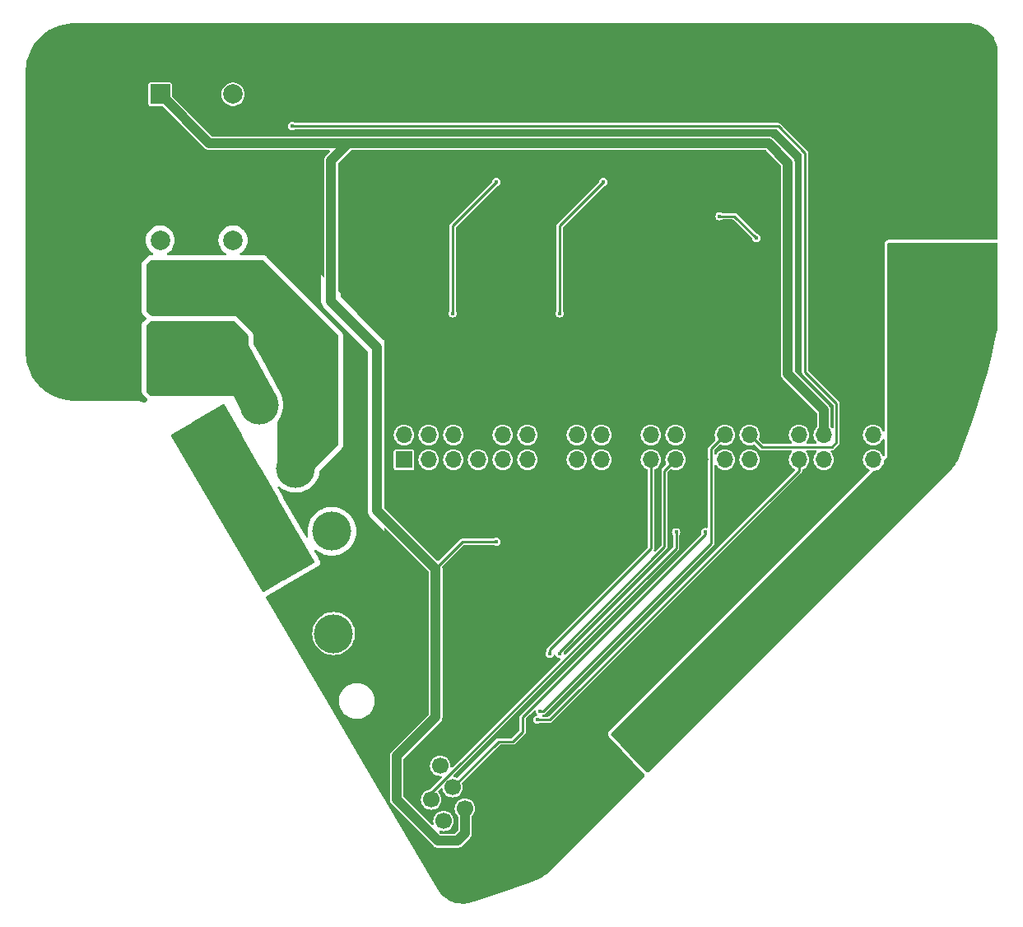
<source format=gbr>
%TF.GenerationSoftware,KiCad,Pcbnew,8.0.0*%
%TF.CreationDate,2024-03-25T03:27:08+00:00*%
%TF.ProjectId,main_PCB_v2,6d61696e-5f50-4434-925f-76322e6b6963,rev?*%
%TF.SameCoordinates,Original*%
%TF.FileFunction,Copper,L3,Inr*%
%TF.FilePolarity,Positive*%
%FSLAX46Y46*%
G04 Gerber Fmt 4.6, Leading zero omitted, Abs format (unit mm)*
G04 Created by KiCad (PCBNEW 8.0.0) date 2024-03-25 03:27:08*
%MOMM*%
%LPD*%
G01*
G04 APERTURE LIST*
G04 Aperture macros list*
%AMRoundRect*
0 Rectangle with rounded corners*
0 $1 Rounding radius*
0 $2 $3 $4 $5 $6 $7 $8 $9 X,Y pos of 4 corners*
0 Add a 4 corners polygon primitive as box body*
4,1,4,$2,$3,$4,$5,$6,$7,$8,$9,$2,$3,0*
0 Add four circle primitives for the rounded corners*
1,1,$1+$1,$2,$3*
1,1,$1+$1,$4,$5*
1,1,$1+$1,$6,$7*
1,1,$1+$1,$8,$9*
0 Add four rect primitives between the rounded corners*
20,1,$1+$1,$2,$3,$4,$5,0*
20,1,$1+$1,$4,$5,$6,$7,0*
20,1,$1+$1,$6,$7,$8,$9,0*
20,1,$1+$1,$8,$9,$2,$3,0*%
%AMRotRect*
0 Rectangle, with rotation*
0 The origin of the aperture is its center*
0 $1 length*
0 $2 width*
0 $3 Rotation angle, in degrees counterclockwise*
0 Add horizontal line*
21,1,$1,$2,0,0,$3*%
G04 Aperture macros list end*
%TA.AperFunction,ComponentPad*%
%ADD10RotRect,3.800000X3.800000X315.000000*%
%TD*%
%TA.AperFunction,ComponentPad*%
%ADD11C,4.000000*%
%TD*%
%TA.AperFunction,ComponentPad*%
%ADD12RotRect,3.800000X3.800000X30.000000*%
%TD*%
%TA.AperFunction,ComponentPad*%
%ADD13C,0.800000*%
%TD*%
%TA.AperFunction,ComponentPad*%
%ADD14C,6.400000*%
%TD*%
%TA.AperFunction,ComponentPad*%
%ADD15RotRect,3.800000X3.800000X210.000000*%
%TD*%
%TA.AperFunction,ComponentPad*%
%ADD16C,2.000000*%
%TD*%
%TA.AperFunction,ComponentPad*%
%ADD17R,2.000000X2.000000*%
%TD*%
%TA.AperFunction,ComponentPad*%
%ADD18RoundRect,0.250000X-0.219615X-0.819615X0.819615X-0.219615X0.219615X0.819615X-0.819615X0.219615X0*%
%TD*%
%TA.AperFunction,ComponentPad*%
%ADD19C,1.700000*%
%TD*%
%TA.AperFunction,ComponentPad*%
%ADD20R,1.700000X1.700000*%
%TD*%
%TA.AperFunction,ComponentPad*%
%ADD21O,1.700000X1.700000*%
%TD*%
%TA.AperFunction,ComponentPad*%
%ADD22RoundRect,1.500000X-1.500000X1.500000X-1.500000X-1.500000X1.500000X-1.500000X1.500000X1.500000X0*%
%TD*%
%TA.AperFunction,ComponentPad*%
%ADD23C,6.000000*%
%TD*%
%TA.AperFunction,ViaPad*%
%ADD24C,0.450000*%
%TD*%
%TA.AperFunction,Conductor*%
%ADD25C,1.000000*%
%TD*%
%TA.AperFunction,Conductor*%
%ADD26C,0.250000*%
%TD*%
G04 APERTURE END LIST*
D10*
%TO.N,GND*%
%TO.C,J106*%
X171161165Y-118767767D03*
D11*
%TO.N,VBAT*%
X174696699Y-122303301D03*
%TD*%
D12*
%TO.N,GNDPWR*%
%TO.C,J103*%
X130759937Y-91425000D03*
D11*
%TO.N,/COIL*%
X135090064Y-88925000D03*
%TD*%
D12*
%TO.N,GNDPWR*%
%TO.C,J107*%
X138259937Y-104415382D03*
D11*
%TO.N,/HV*%
X142590064Y-101915382D03*
%TD*%
D10*
%TO.N,GND*%
%TO.C,J102*%
X187071068Y-102857864D03*
D11*
%TO.N,VBAT*%
X190606602Y-106393398D03*
%TD*%
D13*
%TO.N,GND*%
%TO.C,OL102*%
X113675000Y-54670000D03*
X113675000Y-83475000D03*
X114377944Y-52972944D03*
X114377944Y-56367056D03*
X114377944Y-81777944D03*
X114377944Y-85172056D03*
X116075000Y-52270000D03*
X116075000Y-57070000D03*
X116075000Y-81075000D03*
X116075000Y-85875000D03*
X117772056Y-52972944D03*
X117772056Y-56367056D03*
X117772056Y-81777944D03*
X117772056Y-85172056D03*
X118475000Y-54670000D03*
X118475000Y-83475000D03*
X175132682Y-84154465D03*
X175835626Y-82457409D03*
X175835626Y-85851521D03*
X177532682Y-81754465D03*
X177532682Y-86554465D03*
X179229738Y-82457409D03*
X179229738Y-85851521D03*
X179932682Y-84154465D03*
X193126738Y-54667148D03*
X193130000Y-83850000D03*
X193829682Y-52970092D03*
X193829682Y-56364204D03*
X193832944Y-82152944D03*
X193832944Y-85547056D03*
X195526738Y-52267148D03*
X195526738Y-57067148D03*
X195530000Y-81450000D03*
X195530000Y-86250000D03*
X197223794Y-52970092D03*
X197223794Y-56364204D03*
X197227056Y-82152944D03*
X197227056Y-85547056D03*
X197926738Y-54667148D03*
X197930000Y-83850000D03*
D14*
X116075000Y-54670000D03*
X116075000Y-83475000D03*
X195526738Y-54667148D03*
X177532682Y-84154465D03*
X195530000Y-83850000D03*
%TD*%
D15*
%TO.N,GND*%
%TO.C,J108*%
X147090064Y-109925000D03*
D11*
%TO.N,+12V*%
X142759937Y-112425000D03*
%TD*%
D16*
%TO.N,/CAP*%
%TO.C,K101*%
X124912500Y-76962500D03*
X132412500Y-76962500D03*
%TO.N,/HV*%
X124912500Y-71962500D03*
X132412500Y-71962500D03*
%TO.N,/COIL*%
X124912500Y-81962500D03*
X132412500Y-81962500D03*
D17*
%TO.N,+5V*%
X124912500Y-56962500D03*
D16*
%TO.N,/TRIG_D*%
X132412500Y-56962500D03*
%TD*%
D18*
%TO.N,GND*%
%TO.C,J111*%
X151530296Y-127300296D03*
D19*
%TO.N,/OUT1*%
X153730001Y-126030296D03*
%TO.N,/ENC_A*%
X152800296Y-129500001D03*
%TO.N,/ENC_B*%
X155000000Y-128230001D03*
%TO.N,/OUT2*%
X154070296Y-131699705D03*
%TO.N,+5V*%
X156270001Y-130429705D03*
%TD*%
D12*
%TO.N,GNDPWR*%
%TO.C,J110*%
X134509937Y-97920191D03*
D11*
%TO.N,/CAP*%
X138840064Y-95420191D03*
%TD*%
D10*
%TO.N,GND*%
%TO.C,J105*%
X176464466Y-113464466D03*
D11*
%TO.N,VBAT*%
X180000000Y-117000000D03*
%TD*%
D20*
%TO.N,unconnected-(J109-Pin_1-Pad1)*%
%TO.C,J109*%
X150000000Y-94540000D03*
D21*
%TO.N,unconnected-(J109-Pin_2-Pad2)*%
X150000000Y-92000000D03*
%TO.N,unconnected-(J109-Pin_3-Pad3)*%
X152540000Y-94540000D03*
%TO.N,unconnected-(J109-Pin_4-Pad4)*%
X152540000Y-92000000D03*
%TO.N,unconnected-(J109-Pin_5-Pad5)*%
X155080000Y-94540000D03*
%TO.N,unconnected-(J109-Pin_6-Pad6)*%
X155080000Y-92000000D03*
%TO.N,+3.3V*%
X157620000Y-94540000D03*
%TO.N,GND*%
X157620000Y-92000000D03*
%TO.N,unconnected-(J109-Pin_9-Pad9)*%
X160160000Y-94540000D03*
%TO.N,unconnected-(J109-Pin_10-Pad10)*%
X160160000Y-92000000D03*
%TO.N,unconnected-(J109-Pin_11-Pad11)*%
X162700000Y-94540000D03*
%TO.N,unconnected-(J109-Pin_12-Pad12)*%
X162700000Y-92000000D03*
%TO.N,GND*%
X165240000Y-94540000D03*
X165240000Y-92000000D03*
%TO.N,unconnected-(J109-Pin_15-Pad15)*%
X167780000Y-94540000D03*
%TO.N,unconnected-(J109-Pin_16-Pad16)*%
X167780000Y-92000000D03*
%TO.N,unconnected-(J109-Pin_17-Pad17)*%
X170320000Y-94540000D03*
%TO.N,unconnected-(J109-Pin_18-Pad18)*%
X170320000Y-92000000D03*
%TO.N,GND*%
X172860000Y-94540000D03*
X172860000Y-92000000D03*
%TO.N,/MOTOR_PH*%
X175400000Y-94540000D03*
%TO.N,unconnected-(J109-Pin_22-Pad22)*%
X175400000Y-92000000D03*
%TO.N,/MOTOR_EN*%
X177940000Y-94540000D03*
%TO.N,unconnected-(J109-Pin_24-Pad24)*%
X177940000Y-92000000D03*
%TO.N,GND*%
X180480000Y-94540000D03*
X180480000Y-92000000D03*
%TO.N,/ENC_A_3V3*%
X183020000Y-94540000D03*
%TO.N,/~{SLEEP}*%
X183020000Y-92000000D03*
%TO.N,/ENC_B_3V3*%
X185560000Y-94540000D03*
%TO.N,/TRIG*%
X185560000Y-92000000D03*
%TO.N,GND*%
X188100000Y-94540000D03*
X188100000Y-92000000D03*
%TO.N,+3.3V*%
X190640000Y-94540000D03*
X190640000Y-92000000D03*
%TO.N,+12V*%
X193180000Y-94540000D03*
%TO.N,+5V*%
X193180000Y-92000000D03*
%TO.N,GND*%
X195720000Y-94540000D03*
X195720000Y-92000000D03*
%TO.N,/ICOP*%
X198260000Y-94540000D03*
%TO.N,VSYS*%
X198260000Y-92000000D03*
%TD*%
D10*
%TO.N,GND*%
%TO.C,J104*%
X181767767Y-108161165D03*
D11*
%TO.N,VBAT*%
X185303301Y-111696699D03*
%TD*%
D22*
%TO.N,GND*%
%TO.C,J101*%
X205750000Y-68400000D03*
D23*
%TO.N,VBAT*%
X205750000Y-75600000D03*
%TD*%
D24*
%TO.N,GND*%
X122500000Y-54500000D03*
X122500000Y-64500000D03*
X180000000Y-112000000D03*
X207500000Y-54500000D03*
X167500000Y-57000000D03*
X170000000Y-74500000D03*
X112500000Y-57000000D03*
X174000000Y-116000000D03*
X168000000Y-120000000D03*
X182500000Y-77000000D03*
X162500000Y-109500000D03*
X170000000Y-57000000D03*
X182500000Y-57000000D03*
X150000000Y-79500000D03*
X170000000Y-52000000D03*
X160000000Y-89500000D03*
X185000000Y-57000000D03*
X185250000Y-64750000D03*
X197500000Y-59500000D03*
X175000000Y-117000000D03*
X180000000Y-102000000D03*
X132500000Y-67000000D03*
X210000000Y-64500000D03*
X170000000Y-97000000D03*
X117500000Y-59500000D03*
X150000000Y-52000000D03*
X185250000Y-69750000D03*
X172500000Y-79500000D03*
X172500000Y-54500000D03*
X163750000Y-68000000D03*
X163500000Y-73500000D03*
X186000000Y-69750000D03*
X112500000Y-82000000D03*
X132500000Y-52000000D03*
X200000000Y-62000000D03*
X112500000Y-62000000D03*
X156000000Y-74500000D03*
X115000000Y-59500000D03*
X182750000Y-101000000D03*
X160000000Y-52000000D03*
X172500000Y-97000000D03*
X137500000Y-64500000D03*
X135000000Y-72000000D03*
X180000000Y-72000000D03*
X153500000Y-72500000D03*
X175000000Y-52000000D03*
X172500000Y-77000000D03*
X165000000Y-82000000D03*
X157500000Y-89500000D03*
X122500000Y-69500000D03*
X150000000Y-72500000D03*
X117500000Y-67000000D03*
X120000000Y-59500000D03*
X170000000Y-108000000D03*
X162500000Y-79500000D03*
X175000000Y-54500000D03*
X205000000Y-57000000D03*
X167500000Y-54500000D03*
X185000000Y-87000000D03*
X140000000Y-69500000D03*
X185000000Y-59500000D03*
X162500000Y-102000000D03*
X172000000Y-68000000D03*
X180000000Y-77000000D03*
X165000000Y-69000000D03*
X117500000Y-69500000D03*
X147500000Y-52000000D03*
X200000000Y-69500000D03*
X165000000Y-102000000D03*
X172500000Y-57000000D03*
X150000000Y-57000000D03*
X185000000Y-107000000D03*
X149000000Y-73500000D03*
X122500000Y-52000000D03*
X161100000Y-122100000D03*
X172500000Y-82000000D03*
X165000000Y-104500000D03*
X159000000Y-74500000D03*
X122500000Y-57000000D03*
X172500000Y-52000000D03*
X135000000Y-67000000D03*
X137500000Y-69500000D03*
X132500000Y-59500000D03*
X210000000Y-54500000D03*
X115000000Y-74500000D03*
X148000000Y-72500000D03*
X117500000Y-74500000D03*
X130000000Y-64500000D03*
X112500000Y-67000000D03*
X162500000Y-54500000D03*
X182500000Y-52000000D03*
X148000000Y-74500000D03*
X164500000Y-72500000D03*
X122500000Y-79500000D03*
X190000000Y-57000000D03*
X127500000Y-54500000D03*
X185000000Y-52000000D03*
X182500000Y-72000000D03*
X120000000Y-74500000D03*
X165000000Y-99500000D03*
X162500000Y-82000000D03*
X165000000Y-52000000D03*
X152500000Y-79500000D03*
X165000000Y-107000000D03*
X137500000Y-67000000D03*
X180000000Y-52000000D03*
X165000000Y-57000000D03*
X135000000Y-69500000D03*
X187500000Y-82000000D03*
X187500000Y-87000000D03*
X166000000Y-112000000D03*
X122500000Y-74500000D03*
X205000000Y-64500000D03*
X122500000Y-87000000D03*
X205000000Y-59500000D03*
X150000000Y-68000000D03*
X140000000Y-54500000D03*
X192500000Y-57000000D03*
X151500000Y-72500000D03*
X162500000Y-89500000D03*
X120000000Y-62000000D03*
X175000000Y-57000000D03*
X150000000Y-54500000D03*
X175000000Y-79500000D03*
X120000000Y-52000000D03*
X142500000Y-52000000D03*
X115000000Y-67000000D03*
X167500000Y-52000000D03*
X125000000Y-59500000D03*
X157500000Y-87000000D03*
X182500000Y-74500000D03*
X190000000Y-54500000D03*
X115000000Y-72000000D03*
X162500000Y-72500000D03*
X112500000Y-72000000D03*
X182500000Y-79500000D03*
X202500000Y-54500000D03*
X125000000Y-64500000D03*
X159500000Y-101500000D03*
X115000000Y-79500000D03*
X172500000Y-102000000D03*
X137500000Y-74500000D03*
X167500000Y-104500000D03*
X165000000Y-84500000D03*
X137500000Y-72000000D03*
X192500000Y-52000000D03*
X177500000Y-54500000D03*
X130000000Y-57000000D03*
X207500000Y-57000000D03*
X200000000Y-64500000D03*
X130000000Y-54500000D03*
X155000000Y-89500000D03*
X207500000Y-64500000D03*
X187500000Y-52000000D03*
X197500000Y-69500000D03*
X205000000Y-52000000D03*
X155000000Y-57000000D03*
X185000000Y-54500000D03*
X183000000Y-105000000D03*
X160000000Y-82000000D03*
X127500000Y-62000000D03*
X157500000Y-52000000D03*
X152500000Y-87000000D03*
X167000000Y-74500000D03*
X177500000Y-59500000D03*
X170000000Y-122000000D03*
X160000000Y-99500000D03*
X160000000Y-109500000D03*
X200000000Y-67000000D03*
X180000000Y-57000000D03*
X165000000Y-54500000D03*
X169000000Y-121000000D03*
X170000000Y-72500000D03*
X173000000Y-115000000D03*
X167500000Y-97000000D03*
X120000000Y-69500000D03*
X202500000Y-59500000D03*
X195000000Y-62000000D03*
X150000000Y-82000000D03*
X150000000Y-84500000D03*
X145000000Y-52000000D03*
X161000000Y-72500000D03*
X189000000Y-101000000D03*
X145000000Y-74500000D03*
X132500000Y-64500000D03*
X130000000Y-67000000D03*
X207500000Y-62000000D03*
X120000000Y-54500000D03*
X161000000Y-68000000D03*
X202500000Y-52000000D03*
X186000000Y-64750000D03*
X177500000Y-97000000D03*
X135000000Y-52000000D03*
X197500000Y-67000000D03*
X210000000Y-62000000D03*
X170000000Y-102000000D03*
X162500000Y-104500000D03*
X159000000Y-72500000D03*
X152500000Y-57000000D03*
X117500000Y-64500000D03*
X205000000Y-62000000D03*
X174750000Y-68000000D03*
X125000000Y-52000000D03*
X150000000Y-89500000D03*
X112500000Y-79500000D03*
X182500000Y-84500000D03*
X120000000Y-57000000D03*
X190000000Y-102000000D03*
X167500000Y-102000000D03*
X160000000Y-54500000D03*
X135000000Y-64500000D03*
X127500000Y-69500000D03*
X140000000Y-57000000D03*
X200000000Y-59500000D03*
X122500000Y-72000000D03*
X125000000Y-69500000D03*
X155000000Y-84500000D03*
X177500000Y-77000000D03*
X112500000Y-77000000D03*
X177500000Y-57000000D03*
X162500000Y-84500000D03*
X162900000Y-123900000D03*
X187500000Y-59500000D03*
X168000000Y-110000000D03*
X125000000Y-62000000D03*
X144000000Y-70000000D03*
X200000000Y-54500000D03*
X187500000Y-54500000D03*
X155000000Y-54500000D03*
X112500000Y-59500000D03*
X184000000Y-106000000D03*
X142500000Y-54500000D03*
X157500000Y-97000000D03*
X185000000Y-79500000D03*
X195000000Y-97000000D03*
X115000000Y-77000000D03*
X187500000Y-84500000D03*
X177500000Y-74500000D03*
X157500000Y-82000000D03*
X137500000Y-54500000D03*
X207500000Y-52000000D03*
X117500000Y-62000000D03*
X172500000Y-99500000D03*
X180000000Y-54500000D03*
X180000000Y-97000000D03*
X197500000Y-64500000D03*
X127500000Y-64500000D03*
X177500000Y-52000000D03*
X152500000Y-89500000D03*
X125000000Y-67000000D03*
X202500000Y-57000000D03*
X171000000Y-73500000D03*
X122500000Y-77000000D03*
X152500000Y-73500000D03*
X210000000Y-52000000D03*
X115000000Y-62000000D03*
X122500000Y-82000000D03*
X170000000Y-54500000D03*
X115000000Y-64500000D03*
X160000000Y-73500000D03*
X122500000Y-62000000D03*
X117500000Y-79500000D03*
X152500000Y-82000000D03*
X170000000Y-82000000D03*
X145000000Y-87000000D03*
X165000000Y-113000000D03*
X167000000Y-111000000D03*
X180000000Y-74500000D03*
X140000000Y-72000000D03*
X210000000Y-67000000D03*
X165000000Y-87000000D03*
X181500000Y-65000000D03*
X157500000Y-57000000D03*
X140000000Y-64500000D03*
X120000000Y-77000000D03*
X198000000Y-88000000D03*
X122500000Y-59500000D03*
X135000000Y-54500000D03*
X120000000Y-84500000D03*
X187500000Y-57000000D03*
X190000000Y-52000000D03*
X145000000Y-57000000D03*
X153500000Y-70500000D03*
X200000000Y-57000000D03*
X177500000Y-72000000D03*
X172000000Y-72500000D03*
X155000000Y-52000000D03*
X170000000Y-99500000D03*
X144000000Y-73000000D03*
X140000000Y-67000000D03*
X185000000Y-82000000D03*
X155750000Y-79500000D03*
X192500000Y-99500000D03*
X160000000Y-57000000D03*
X150000000Y-87000000D03*
X157500000Y-54500000D03*
X155000000Y-82000000D03*
X207500000Y-59500000D03*
X127500000Y-67000000D03*
X152500000Y-54500000D03*
X180000000Y-79500000D03*
X182500000Y-54500000D03*
X162500000Y-99500000D03*
X154000000Y-69000000D03*
X160000000Y-87000000D03*
X179000000Y-111000000D03*
X152500000Y-52000000D03*
X183000000Y-64000000D03*
X127500000Y-57000000D03*
X165000000Y-97000000D03*
X210000000Y-69500000D03*
X192500000Y-62000000D03*
X120000000Y-87000000D03*
X122500000Y-84500000D03*
X205000000Y-54500000D03*
X202500000Y-64500000D03*
X182500000Y-59500000D03*
X152500000Y-84500000D03*
X159500000Y-106500000D03*
X180000000Y-59500000D03*
X140500000Y-73500000D03*
X112500000Y-74500000D03*
X147500000Y-54500000D03*
X210000000Y-59500000D03*
X175000000Y-74500000D03*
X162500000Y-107000000D03*
X182500000Y-82000000D03*
X117500000Y-72000000D03*
X120000000Y-82000000D03*
X112500000Y-69500000D03*
X175000000Y-72000000D03*
X182500000Y-87000000D03*
X137500000Y-59500000D03*
X169000000Y-109000000D03*
X197500000Y-62000000D03*
X162500000Y-52000000D03*
X145000000Y-84500000D03*
X190500000Y-67750000D03*
X122500000Y-67000000D03*
X120000000Y-72000000D03*
X120000000Y-64500000D03*
X185000000Y-84500000D03*
X167500000Y-82000000D03*
X150000000Y-77000000D03*
X140000000Y-52000000D03*
X164500000Y-70500000D03*
X162500000Y-57000000D03*
X159500000Y-104000000D03*
X120000000Y-79500000D03*
X117500000Y-77000000D03*
X175000000Y-77000000D03*
X135000000Y-59500000D03*
X177500000Y-79500000D03*
X130000000Y-59500000D03*
X210000000Y-57000000D03*
X170000000Y-87000000D03*
X155000000Y-87000000D03*
X147500000Y-57000000D03*
X130000000Y-69500000D03*
X120000000Y-67000000D03*
X132500000Y-69500000D03*
X200000000Y-52000000D03*
X166750000Y-79500000D03*
X178000000Y-110000000D03*
X137500000Y-52000000D03*
X115000000Y-69500000D03*
X145000000Y-54500000D03*
X142500000Y-57000000D03*
X192500000Y-59500000D03*
X167500000Y-87000000D03*
X195000000Y-59500000D03*
X167500000Y-99500000D03*
X202500000Y-62000000D03*
X190000000Y-59500000D03*
X162500000Y-97000000D03*
X152710000Y-68040000D03*
X112500000Y-64500000D03*
%TO.N,+5V*%
X159500000Y-103000000D03*
%TO.N,+3.3V*%
X163700000Y-121300000D03*
%TO.N,VBAT*%
X205000000Y-84500000D03*
X200000000Y-97000000D03*
X202500000Y-87000000D03*
X200000000Y-94500000D03*
X202500000Y-89500000D03*
X192500000Y-102000000D03*
X197500000Y-99500000D03*
X195000000Y-102000000D03*
X185000000Y-114500000D03*
X200000000Y-84500000D03*
X197500000Y-97000000D03*
X195000000Y-104500000D03*
X200000000Y-79500000D03*
X182500000Y-114500000D03*
X180000000Y-119500000D03*
X195000000Y-99500000D03*
X202500000Y-97000000D03*
X192500000Y-104500000D03*
X202500000Y-92000000D03*
X200000000Y-87000000D03*
X205000000Y-92000000D03*
X182500000Y-117000000D03*
X207500000Y-89500000D03*
X200000000Y-82000000D03*
X202500000Y-74500000D03*
X182500000Y-112000000D03*
X202500000Y-84500000D03*
X205000000Y-87000000D03*
X175000000Y-119500000D03*
X205000000Y-82000000D03*
X205000000Y-79500000D03*
X200000000Y-99500000D03*
X207500000Y-84500000D03*
X202500000Y-79500000D03*
X207500000Y-87000000D03*
X187500000Y-109500000D03*
X210000000Y-82000000D03*
X202500000Y-77000000D03*
X205000000Y-94500000D03*
X210000000Y-74500000D03*
X197500000Y-102000000D03*
X202500000Y-82000000D03*
X207500000Y-82000000D03*
X200000000Y-89500000D03*
X200000000Y-74500000D03*
X177500000Y-122000000D03*
X177500000Y-119500000D03*
X187500000Y-107000000D03*
X200000000Y-77000000D03*
X210000000Y-77000000D03*
X207500000Y-79500000D03*
X177500000Y-117000000D03*
X210000000Y-79500000D03*
X205000000Y-89500000D03*
X202500000Y-94500000D03*
X190000000Y-109500000D03*
%TO.N,/ICOP*%
X182470000Y-69500000D03*
X186250000Y-71750000D03*
%TO.N,/MOTOR_EN*%
X166000000Y-114500000D03*
%TO.N,/MOTOR_PH*%
X165000000Y-114500000D03*
%TO.N,/TRIG*%
X138500000Y-60250000D03*
%TO.N,/~{SLEEP}*%
X164000000Y-120400000D03*
%TO.N,/ENC_A*%
X178000000Y-102000000D03*
%TO.N,/ENC_B*%
X181000000Y-102000000D03*
%TO.N,/PGOOD_5V*%
X170500000Y-66000000D03*
X166000000Y-79500000D03*
%TO.N,/PGOOD_3V3*%
X159500000Y-66000000D03*
X155000000Y-79500000D03*
%TD*%
D25*
%TO.N,+5V*%
X193180000Y-89430000D02*
X189500000Y-85750000D01*
X153500000Y-133750000D02*
X155500000Y-133750000D01*
X147250000Y-99750000D02*
X153250000Y-105750000D01*
X189500000Y-64000000D02*
X187500000Y-62000000D01*
X156270001Y-132979999D02*
X156270001Y-130429705D01*
X144250000Y-62000000D02*
X142500000Y-63750000D01*
X153250000Y-121000000D02*
X149250000Y-125000000D01*
X155500000Y-133750000D02*
X156270001Y-132979999D01*
X187500000Y-62000000D02*
X129950000Y-62000000D01*
X153250000Y-105750000D02*
X153250000Y-121000000D01*
X193180000Y-92000000D02*
X193180000Y-89430000D01*
X129950000Y-62000000D02*
X124912500Y-56962500D01*
D26*
X159500000Y-103000000D02*
X156000000Y-103000000D01*
D25*
X147250000Y-83000000D02*
X147250000Y-99750000D01*
X149250000Y-129500000D02*
X153500000Y-133750000D01*
X142500000Y-78250000D02*
X147250000Y-83000000D01*
X149250000Y-125000000D02*
X149250000Y-129500000D01*
X189500000Y-85750000D02*
X189500000Y-64000000D01*
D26*
X156000000Y-103000000D02*
X153250000Y-105750000D01*
D25*
X142500000Y-63750000D02*
X142500000Y-78250000D01*
D26*
%TO.N,+3.3V*%
X165000000Y-121300000D02*
X190640000Y-95660000D01*
X163700000Y-121300000D02*
X165000000Y-121300000D01*
X190640000Y-95660000D02*
X190640000Y-94540000D01*
%TO.N,/ICOP*%
X186250000Y-71750000D02*
X184000000Y-69500000D01*
X184000000Y-69500000D02*
X182470000Y-69500000D01*
%TO.N,/MOTOR_EN*%
X166000000Y-114500000D02*
X166000000Y-114300000D01*
X166000000Y-114300000D02*
X176800000Y-103500000D01*
X176800000Y-103500000D02*
X176800000Y-95680000D01*
X176800000Y-95680000D02*
X177940000Y-94540000D01*
%TO.N,/MOTOR_PH*%
X175400000Y-103700000D02*
X175400000Y-94540000D01*
X165000000Y-114500000D02*
X165000000Y-114100000D01*
X165000000Y-114100000D02*
X175400000Y-103700000D01*
%TO.N,/TRIG*%
X138500000Y-60250000D02*
X188500000Y-60250000D01*
X191250000Y-63000000D02*
X191250000Y-85500000D01*
X186810000Y-93250000D02*
X185560000Y-92000000D01*
X194500000Y-88750000D02*
X194500000Y-92750000D01*
X194000000Y-93250000D02*
X186810000Y-93250000D01*
X188500000Y-60250000D02*
X191250000Y-63000000D01*
X191250000Y-85500000D02*
X194500000Y-88750000D01*
X194500000Y-92750000D02*
X194000000Y-93250000D01*
%TO.N,/~{SLEEP}*%
X181605000Y-103145000D02*
X181605000Y-93415000D01*
X164350000Y-120400000D02*
X181605000Y-103145000D01*
X164000000Y-120400000D02*
X164350000Y-120400000D01*
X181605000Y-93415000D02*
X183020000Y-92000000D01*
%TO.N,/ENC_A*%
X152800296Y-128838714D02*
X152800296Y-129500000D01*
X178000000Y-102000000D02*
X178000000Y-103639010D01*
X178000000Y-103639010D02*
X152800296Y-128838714D01*
%TO.N,/ENC_B*%
X181000000Y-102000000D02*
X181000000Y-102230001D01*
X159715001Y-123515001D02*
X155000000Y-128230001D01*
X162200000Y-121030001D02*
X162200000Y-122500000D01*
X161184999Y-123515001D02*
X159715001Y-123515001D01*
X162200000Y-122500000D02*
X161184999Y-123515001D01*
X181000000Y-102230001D02*
X162200000Y-121030001D01*
%TO.N,/PGOOD_5V*%
X166000000Y-70500000D02*
X166000000Y-79500000D01*
X170500000Y-66000000D02*
X166000000Y-70500000D01*
%TO.N,/PGOOD_3V3*%
X155000000Y-70500000D02*
X159500000Y-66000000D01*
X155000000Y-79500000D02*
X155000000Y-70500000D01*
%TD*%
%TA.AperFunction,Conductor*%
%TO.N,GND*%
G36*
X208072364Y-49667160D02*
G01*
X208075171Y-49667198D01*
X208233136Y-49669385D01*
X208245223Y-49670145D01*
X208565624Y-49706115D01*
X208579277Y-49708426D01*
X208579605Y-49708501D01*
X208892811Y-49779713D01*
X208906125Y-49783534D01*
X209057938Y-49836440D01*
X209209756Y-49889348D01*
X209222553Y-49894627D01*
X209512489Y-50033645D01*
X209524610Y-50040314D01*
X209779804Y-50199905D01*
X209797234Y-50210805D01*
X209808550Y-50218794D01*
X210060449Y-50418622D01*
X210070803Y-50427823D01*
X210298846Y-50654502D01*
X210308109Y-50664801D01*
X210509442Y-50915494D01*
X210517499Y-50926762D01*
X210689615Y-51198348D01*
X210696365Y-51210444D01*
X210837120Y-51499539D01*
X210842478Y-51512312D01*
X210950106Y-51815289D01*
X210954007Y-51828580D01*
X211027174Y-52141682D01*
X211029568Y-52155326D01*
X211067457Y-52475496D01*
X211068291Y-52487603D01*
X211071481Y-52647951D01*
X211071506Y-52650417D01*
X211071506Y-71820500D01*
X211051821Y-71887539D01*
X210999017Y-71933294D01*
X210947506Y-71944500D01*
X199874000Y-71944500D01*
X199873991Y-71944500D01*
X199873990Y-71944501D01*
X199809064Y-71951481D01*
X199809052Y-71951483D01*
X199757546Y-71962688D01*
X199719345Y-71973644D01*
X199719341Y-71973646D01*
X199622431Y-72030323D01*
X199622428Y-72030325D01*
X199569623Y-72076081D01*
X199569612Y-72076091D01*
X199527451Y-72120807D01*
X199527445Y-72120816D01*
X199476560Y-72220890D01*
X199456877Y-72287921D01*
X199444500Y-72374002D01*
X199444500Y-91492523D01*
X199424815Y-91559562D01*
X199372011Y-91605317D01*
X199302853Y-91615261D01*
X199239297Y-91586236D01*
X199211142Y-91550977D01*
X199179897Y-91492523D01*
X199137685Y-91413550D01*
X199085702Y-91350209D01*
X199006410Y-91253589D01*
X198888677Y-91156969D01*
X198846450Y-91122315D01*
X198663954Y-91024768D01*
X198465934Y-90964700D01*
X198465932Y-90964699D01*
X198465934Y-90964699D01*
X198260000Y-90944417D01*
X198054067Y-90964699D01*
X197856043Y-91024769D01*
X197745898Y-91083643D01*
X197673550Y-91122315D01*
X197673548Y-91122316D01*
X197673547Y-91122317D01*
X197513589Y-91253589D01*
X197382317Y-91413547D01*
X197284769Y-91596043D01*
X197224699Y-91794067D01*
X197204417Y-92000000D01*
X197224699Y-92205932D01*
X197254734Y-92304944D01*
X197284768Y-92403954D01*
X197382315Y-92586450D01*
X197382317Y-92586452D01*
X197513589Y-92746410D01*
X197570180Y-92792852D01*
X197673550Y-92877685D01*
X197856046Y-92975232D01*
X198054066Y-93035300D01*
X198054065Y-93035300D01*
X198072529Y-93037118D01*
X198260000Y-93055583D01*
X198465934Y-93035300D01*
X198663954Y-92975232D01*
X198846450Y-92877685D01*
X199006410Y-92746410D01*
X199137685Y-92586450D01*
X199211142Y-92449021D01*
X199260105Y-92399178D01*
X199328242Y-92383718D01*
X199393922Y-92407550D01*
X199436291Y-92463108D01*
X199444500Y-92507476D01*
X199444500Y-94032523D01*
X199424815Y-94099562D01*
X199372011Y-94145317D01*
X199302853Y-94155261D01*
X199239297Y-94126236D01*
X199211142Y-94090977D01*
X199179897Y-94032523D01*
X199137685Y-93953550D01*
X199061620Y-93860864D01*
X199006410Y-93793589D01*
X198856121Y-93670252D01*
X198846450Y-93662315D01*
X198663954Y-93564768D01*
X198465934Y-93504700D01*
X198465932Y-93504699D01*
X198465934Y-93504699D01*
X198260000Y-93484417D01*
X198054067Y-93504699D01*
X197856043Y-93564769D01*
X197775178Y-93607993D01*
X197673550Y-93662315D01*
X197673548Y-93662316D01*
X197673547Y-93662317D01*
X197513589Y-93793589D01*
X197382317Y-93953547D01*
X197284769Y-94136043D01*
X197224699Y-94334067D01*
X197204417Y-94540000D01*
X197224699Y-94745932D01*
X197254734Y-94844944D01*
X197284768Y-94943954D01*
X197382315Y-95126450D01*
X197382317Y-95126452D01*
X197513589Y-95286410D01*
X197673548Y-95417684D01*
X197673550Y-95417685D01*
X197836765Y-95504926D01*
X197886609Y-95553887D01*
X197902069Y-95622025D01*
X197878237Y-95687705D01*
X197865992Y-95701964D01*
X171118881Y-122449074D01*
X171080585Y-122495820D01*
X171053555Y-122536426D01*
X171053544Y-122536444D01*
X171035931Y-122566484D01*
X171003995Y-122674114D01*
X171003994Y-122674118D01*
X170996766Y-122743603D01*
X170996765Y-122743627D01*
X170996589Y-122805092D01*
X170996590Y-122805098D01*
X171027911Y-122912904D01*
X171059403Y-122975279D01*
X171059406Y-122975284D01*
X171109238Y-123046530D01*
X171109240Y-123046532D01*
X171264069Y-123211683D01*
X174723644Y-126901896D01*
X174723649Y-126901900D01*
X174726392Y-126904223D01*
X174764836Y-126962566D01*
X174765635Y-127032431D01*
X174733947Y-127086539D01*
X164805569Y-137014917D01*
X164804144Y-137016320D01*
X164665269Y-137150787D01*
X164654161Y-137160338D01*
X164345930Y-137395173D01*
X164332045Y-137404347D01*
X163995149Y-137595791D01*
X163982019Y-137602259D01*
X163804067Y-137677211D01*
X163801872Y-137678111D01*
X162955041Y-138015866D01*
X162952665Y-138016785D01*
X161243533Y-138658096D01*
X161240799Y-138659086D01*
X159517196Y-139260106D01*
X159514439Y-139261031D01*
X157777081Y-139821512D01*
X157774649Y-139822269D01*
X156901404Y-140084304D01*
X156899279Y-140084921D01*
X156732617Y-140131707D01*
X156719862Y-140134572D01*
X156377390Y-140192726D01*
X156362552Y-140194335D01*
X156016495Y-140210879D01*
X156001572Y-140210693D01*
X155656035Y-140185541D01*
X155641242Y-140183563D01*
X155301240Y-140117082D01*
X155286792Y-140113342D01*
X154957235Y-140006494D01*
X154943340Y-140001045D01*
X154629009Y-139855378D01*
X154615870Y-139848300D01*
X154321302Y-139665915D01*
X154309109Y-139657308D01*
X154038605Y-139440869D01*
X154027534Y-139430861D01*
X153784987Y-139183485D01*
X153775199Y-139172219D01*
X153563554Y-138896748D01*
X153556146Y-138885974D01*
X153465747Y-138738405D01*
X153464612Y-138736516D01*
X153418469Y-138658096D01*
X149018971Y-131181084D01*
X142131448Y-119475640D01*
X143319500Y-119475640D01*
X143343993Y-119661678D01*
X143350992Y-119714834D01*
X143413436Y-119947878D01*
X143413439Y-119947888D01*
X143505762Y-120170775D01*
X143505767Y-120170786D01*
X143626392Y-120379713D01*
X143626403Y-120379729D01*
X143773268Y-120571128D01*
X143773274Y-120571135D01*
X143943864Y-120741725D01*
X143943871Y-120741731D01*
X143954898Y-120750192D01*
X144135279Y-120888603D01*
X144135286Y-120888607D01*
X144344213Y-121009232D01*
X144344218Y-121009234D01*
X144344221Y-121009236D01*
X144567121Y-121101564D01*
X144800166Y-121164008D01*
X145039367Y-121195500D01*
X145039374Y-121195500D01*
X145280626Y-121195500D01*
X145280633Y-121195500D01*
X145519834Y-121164008D01*
X145752879Y-121101564D01*
X145975779Y-121009236D01*
X146184721Y-120888603D01*
X146376130Y-120741730D01*
X146546730Y-120571130D01*
X146693603Y-120379721D01*
X146814236Y-120170779D01*
X146906564Y-119947879D01*
X146969008Y-119714834D01*
X147000500Y-119475633D01*
X147000500Y-119234367D01*
X146969008Y-118995166D01*
X146906564Y-118762121D01*
X146814236Y-118539221D01*
X146814234Y-118539218D01*
X146814232Y-118539213D01*
X146693607Y-118330286D01*
X146693603Y-118330279D01*
X146546730Y-118138870D01*
X146546725Y-118138864D01*
X146376135Y-117968274D01*
X146376128Y-117968268D01*
X146184729Y-117821403D01*
X146184727Y-117821401D01*
X146184721Y-117821397D01*
X146184716Y-117821394D01*
X146184713Y-117821392D01*
X145975786Y-117700767D01*
X145975775Y-117700762D01*
X145752888Y-117608439D01*
X145752881Y-117608437D01*
X145752879Y-117608436D01*
X145519834Y-117545992D01*
X145466678Y-117538993D01*
X145280640Y-117514500D01*
X145280633Y-117514500D01*
X145039367Y-117514500D01*
X145039359Y-117514500D01*
X144826743Y-117542492D01*
X144800166Y-117545992D01*
X144567121Y-117608436D01*
X144567111Y-117608439D01*
X144344224Y-117700762D01*
X144344213Y-117700767D01*
X144135286Y-117821392D01*
X144135270Y-117821403D01*
X143943871Y-117968268D01*
X143943864Y-117968274D01*
X143773274Y-118138864D01*
X143773268Y-118138871D01*
X143626403Y-118330270D01*
X143626392Y-118330286D01*
X143505767Y-118539213D01*
X143505762Y-118539224D01*
X143413439Y-118762111D01*
X143413436Y-118762121D01*
X143350992Y-118995167D01*
X143319500Y-119234359D01*
X143319500Y-119475640D01*
X142131448Y-119475640D01*
X137982828Y-112425000D01*
X140554715Y-112425000D01*
X140573581Y-112712837D01*
X140573583Y-112712849D01*
X140629854Y-112995745D01*
X140629858Y-112995760D01*
X140722579Y-113268905D01*
X140850156Y-113527606D01*
X140850160Y-113527613D01*
X141010415Y-113767452D01*
X141200609Y-113984327D01*
X141417484Y-114174521D01*
X141617482Y-114308155D01*
X141657326Y-114334778D01*
X141916035Y-114462359D01*
X142189184Y-114555081D01*
X142472098Y-114611356D01*
X142759937Y-114630222D01*
X143047776Y-114611356D01*
X143330690Y-114555081D01*
X143603839Y-114462359D01*
X143862548Y-114334778D01*
X144102391Y-114174520D01*
X144319264Y-113984327D01*
X144509457Y-113767454D01*
X144669715Y-113527611D01*
X144797296Y-113268902D01*
X144890018Y-112995753D01*
X144946293Y-112712839D01*
X144965159Y-112425000D01*
X144946293Y-112137161D01*
X144890018Y-111854247D01*
X144797296Y-111581098D01*
X144669715Y-111322389D01*
X144509457Y-111082546D01*
X144319264Y-110865672D01*
X144102389Y-110675478D01*
X143862550Y-110515223D01*
X143862543Y-110515219D01*
X143603842Y-110387642D01*
X143330697Y-110294921D01*
X143330691Y-110294919D01*
X143330690Y-110294919D01*
X143330688Y-110294918D01*
X143330682Y-110294917D01*
X143047786Y-110238646D01*
X143047776Y-110238644D01*
X142759937Y-110219778D01*
X142472098Y-110238644D01*
X142472092Y-110238645D01*
X142472087Y-110238646D01*
X142189191Y-110294917D01*
X142189176Y-110294921D01*
X141916031Y-110387642D01*
X141657330Y-110515219D01*
X141657323Y-110515223D01*
X141417484Y-110675478D01*
X141200609Y-110865672D01*
X141010415Y-111082547D01*
X140850160Y-111322386D01*
X140850156Y-111322393D01*
X140722579Y-111581094D01*
X140629858Y-111854239D01*
X140629854Y-111854254D01*
X140573583Y-112137150D01*
X140573581Y-112137162D01*
X140554715Y-112425000D01*
X137982828Y-112425000D01*
X136600904Y-110076400D01*
X148000000Y-103500000D01*
X148000000Y-101490656D01*
X149642465Y-103133121D01*
X152513181Y-106003837D01*
X152546666Y-106065160D01*
X152549500Y-106091518D01*
X152549500Y-120658480D01*
X152529815Y-120725519D01*
X152513181Y-120746161D01*
X148705888Y-124553453D01*
X148705887Y-124553454D01*
X148629222Y-124668192D01*
X148576421Y-124795667D01*
X148576418Y-124795677D01*
X148549500Y-124931004D01*
X148549500Y-124931007D01*
X148549500Y-129431006D01*
X148549500Y-129568994D01*
X148549500Y-129568996D01*
X148549499Y-129568996D01*
X148576418Y-129704322D01*
X148576421Y-129704332D01*
X148629222Y-129831807D01*
X148705887Y-129946545D01*
X153053454Y-134294112D01*
X153168192Y-134370777D01*
X153295667Y-134423578D01*
X153295672Y-134423580D01*
X153295676Y-134423580D01*
X153295677Y-134423581D01*
X153431003Y-134450500D01*
X153431006Y-134450500D01*
X155568996Y-134450500D01*
X155660040Y-134432389D01*
X155704328Y-134423580D01*
X155768069Y-134397177D01*
X155831807Y-134370777D01*
X155831808Y-134370776D01*
X155831811Y-134370775D01*
X155946543Y-134294114D01*
X156814115Y-133426542D01*
X156890776Y-133311810D01*
X156943581Y-133184327D01*
X156952390Y-133140039D01*
X156970501Y-133048995D01*
X156970501Y-131272439D01*
X156990186Y-131205400D01*
X157012276Y-131180586D01*
X157012108Y-131180418D01*
X157015004Y-131177521D01*
X157015839Y-131176584D01*
X157016411Y-131176115D01*
X157147686Y-131016155D01*
X157245233Y-130833659D01*
X157305301Y-130635639D01*
X157325584Y-130429705D01*
X157305301Y-130223771D01*
X157245233Y-130025751D01*
X157147686Y-129843255D01*
X157095703Y-129779914D01*
X157016411Y-129683294D01*
X156856453Y-129552022D01*
X156856454Y-129552022D01*
X156856451Y-129552020D01*
X156673955Y-129454473D01*
X156475935Y-129394405D01*
X156475933Y-129394404D01*
X156475935Y-129394404D01*
X156270001Y-129374122D01*
X156064068Y-129394404D01*
X155866044Y-129454474D01*
X155780871Y-129500001D01*
X155683551Y-129552020D01*
X155683549Y-129552021D01*
X155683548Y-129552022D01*
X155523590Y-129683294D01*
X155392318Y-129843252D01*
X155294770Y-130025748D01*
X155234700Y-130223772D01*
X155214418Y-130429705D01*
X155234700Y-130635637D01*
X155243427Y-130664405D01*
X155294769Y-130833659D01*
X155392316Y-131016155D01*
X155523591Y-131176115D01*
X155524160Y-131176582D01*
X155524380Y-131176904D01*
X155527894Y-131180418D01*
X155527227Y-131181084D01*
X155563497Y-131234323D01*
X155569501Y-131272439D01*
X155569501Y-132638480D01*
X155549816Y-132705519D01*
X155533182Y-132726161D01*
X155246162Y-133013181D01*
X155184839Y-133046666D01*
X155158481Y-133049500D01*
X153841519Y-133049500D01*
X153774480Y-133029815D01*
X153753838Y-133013181D01*
X153656451Y-132915794D01*
X153622966Y-132854471D01*
X153627950Y-132784779D01*
X153669822Y-132728846D01*
X153735286Y-132704429D01*
X153780126Y-132709452D01*
X153864359Y-132735004D01*
X153864361Y-132735005D01*
X153882825Y-132736823D01*
X154070296Y-132755288D01*
X154276230Y-132735005D01*
X154474250Y-132674937D01*
X154656746Y-132577390D01*
X154816706Y-132446115D01*
X154947981Y-132286155D01*
X155045528Y-132103659D01*
X155105596Y-131905639D01*
X155125879Y-131699705D01*
X155105596Y-131493771D01*
X155045528Y-131295751D01*
X154947981Y-131113255D01*
X154868294Y-131016155D01*
X154816706Y-130953294D01*
X154698973Y-130856674D01*
X154656746Y-130822020D01*
X154474250Y-130724473D01*
X154276230Y-130664405D01*
X154276228Y-130664404D01*
X154276230Y-130664404D01*
X154070296Y-130644122D01*
X153864363Y-130664404D01*
X153666339Y-130724474D01*
X153556194Y-130783348D01*
X153483846Y-130822020D01*
X153483844Y-130822021D01*
X153483843Y-130822022D01*
X153323885Y-130953294D01*
X153192613Y-131113252D01*
X153095065Y-131295748D01*
X153034995Y-131493772D01*
X153014713Y-131699705D01*
X153034995Y-131905637D01*
X153060548Y-131989873D01*
X153061171Y-132059740D01*
X153023923Y-132118853D01*
X152960628Y-132148444D01*
X152891384Y-132139117D01*
X152854206Y-132113549D01*
X149986819Y-129246162D01*
X149953334Y-129184839D01*
X149950500Y-129158481D01*
X149950500Y-125341519D01*
X149970185Y-125274480D01*
X149986819Y-125253838D01*
X153794112Y-121446545D01*
X153794114Y-121446543D01*
X153870775Y-121331811D01*
X153923580Y-121204329D01*
X153944021Y-121101564D01*
X153950500Y-121068993D01*
X153950500Y-105681007D01*
X153935029Y-105603231D01*
X153941256Y-105533642D01*
X153968963Y-105491362D01*
X156098508Y-103361819D01*
X156159831Y-103328334D01*
X156186189Y-103325500D01*
X159174795Y-103325500D01*
X159241834Y-103345185D01*
X159246555Y-103348412D01*
X159246777Y-103348525D01*
X159246780Y-103348528D01*
X159366874Y-103409719D01*
X159366876Y-103409719D01*
X159366878Y-103409720D01*
X159499998Y-103430804D01*
X159500000Y-103430804D01*
X159500002Y-103430804D01*
X159633121Y-103409720D01*
X159633121Y-103409719D01*
X159633126Y-103409719D01*
X159753220Y-103348528D01*
X159848528Y-103253220D01*
X159909719Y-103133126D01*
X159926710Y-103025849D01*
X159930804Y-103000002D01*
X159930804Y-102999997D01*
X159909720Y-102866878D01*
X159909719Y-102866876D01*
X159909719Y-102866874D01*
X159848528Y-102746780D01*
X159848526Y-102746778D01*
X159848523Y-102746774D01*
X159753225Y-102651476D01*
X159753221Y-102651473D01*
X159753220Y-102651472D01*
X159633126Y-102590281D01*
X159633124Y-102590280D01*
X159633121Y-102590279D01*
X159500002Y-102569196D01*
X159499998Y-102569196D01*
X159366878Y-102590279D01*
X159366874Y-102590280D01*
X159366874Y-102590281D01*
X159246780Y-102651472D01*
X159246778Y-102651473D01*
X159238085Y-102655903D01*
X159237368Y-102654497D01*
X159181872Y-102674298D01*
X159174795Y-102674500D01*
X155957147Y-102674500D01*
X155874362Y-102696682D01*
X155874355Y-102696685D01*
X155800144Y-102739530D01*
X155800136Y-102739536D01*
X153602845Y-104936827D01*
X153541522Y-104970312D01*
X153471830Y-104965328D01*
X153427483Y-104936827D01*
X148000000Y-99509343D01*
X148000000Y-95409752D01*
X148949500Y-95409752D01*
X148961131Y-95468229D01*
X148961132Y-95468230D01*
X149005447Y-95534552D01*
X149071769Y-95578867D01*
X149071770Y-95578868D01*
X149130247Y-95590499D01*
X149130250Y-95590500D01*
X149130252Y-95590500D01*
X150869750Y-95590500D01*
X150869751Y-95590499D01*
X150884568Y-95587552D01*
X150928229Y-95578868D01*
X150928229Y-95578867D01*
X150928231Y-95578867D01*
X150994552Y-95534552D01*
X151038867Y-95468231D01*
X151038867Y-95468229D01*
X151038868Y-95468229D01*
X151050499Y-95409752D01*
X151050500Y-95409750D01*
X151050500Y-94540000D01*
X151484417Y-94540000D01*
X151504699Y-94745932D01*
X151534734Y-94844944D01*
X151564768Y-94943954D01*
X151662315Y-95126450D01*
X151662317Y-95126452D01*
X151793589Y-95286410D01*
X151890209Y-95365702D01*
X151953550Y-95417685D01*
X152136046Y-95515232D01*
X152334066Y-95575300D01*
X152334065Y-95575300D01*
X152352529Y-95577118D01*
X152540000Y-95595583D01*
X152745934Y-95575300D01*
X152943954Y-95515232D01*
X153126450Y-95417685D01*
X153286410Y-95286410D01*
X153417685Y-95126450D01*
X153515232Y-94943954D01*
X153575300Y-94745934D01*
X153595583Y-94540000D01*
X154024417Y-94540000D01*
X154044699Y-94745932D01*
X154074734Y-94844944D01*
X154104768Y-94943954D01*
X154202315Y-95126450D01*
X154202317Y-95126452D01*
X154333589Y-95286410D01*
X154430209Y-95365702D01*
X154493550Y-95417685D01*
X154676046Y-95515232D01*
X154874066Y-95575300D01*
X154874065Y-95575300D01*
X154892529Y-95577118D01*
X155080000Y-95595583D01*
X155285934Y-95575300D01*
X155483954Y-95515232D01*
X155666450Y-95417685D01*
X155826410Y-95286410D01*
X155957685Y-95126450D01*
X156055232Y-94943954D01*
X156115300Y-94745934D01*
X156135583Y-94540000D01*
X156564417Y-94540000D01*
X156584699Y-94745932D01*
X156614734Y-94844944D01*
X156644768Y-94943954D01*
X156742315Y-95126450D01*
X156742317Y-95126452D01*
X156873589Y-95286410D01*
X156970209Y-95365702D01*
X157033550Y-95417685D01*
X157216046Y-95515232D01*
X157414066Y-95575300D01*
X157414065Y-95575300D01*
X157432529Y-95577118D01*
X157620000Y-95595583D01*
X157825934Y-95575300D01*
X158023954Y-95515232D01*
X158206450Y-95417685D01*
X158366410Y-95286410D01*
X158497685Y-95126450D01*
X158595232Y-94943954D01*
X158655300Y-94745934D01*
X158675583Y-94540000D01*
X159104417Y-94540000D01*
X159124699Y-94745932D01*
X159154734Y-94844944D01*
X159184768Y-94943954D01*
X159282315Y-95126450D01*
X159282317Y-95126452D01*
X159413589Y-95286410D01*
X159510209Y-95365702D01*
X159573550Y-95417685D01*
X159756046Y-95515232D01*
X159954066Y-95575300D01*
X159954065Y-95575300D01*
X159972529Y-95577118D01*
X160160000Y-95595583D01*
X160365934Y-95575300D01*
X160563954Y-95515232D01*
X160746450Y-95417685D01*
X160906410Y-95286410D01*
X161037685Y-95126450D01*
X161135232Y-94943954D01*
X161195300Y-94745934D01*
X161215583Y-94540000D01*
X161644417Y-94540000D01*
X161664699Y-94745932D01*
X161694734Y-94844944D01*
X161724768Y-94943954D01*
X161822315Y-95126450D01*
X161822317Y-95126452D01*
X161953589Y-95286410D01*
X162050209Y-95365702D01*
X162113550Y-95417685D01*
X162296046Y-95515232D01*
X162494066Y-95575300D01*
X162494065Y-95575300D01*
X162512529Y-95577118D01*
X162700000Y-95595583D01*
X162905934Y-95575300D01*
X163103954Y-95515232D01*
X163286450Y-95417685D01*
X163446410Y-95286410D01*
X163577685Y-95126450D01*
X163675232Y-94943954D01*
X163735300Y-94745934D01*
X163755583Y-94540000D01*
X166724417Y-94540000D01*
X166744699Y-94745932D01*
X166774734Y-94844944D01*
X166804768Y-94943954D01*
X166902315Y-95126450D01*
X166902317Y-95126452D01*
X167033589Y-95286410D01*
X167130209Y-95365702D01*
X167193550Y-95417685D01*
X167376046Y-95515232D01*
X167574066Y-95575300D01*
X167574065Y-95575300D01*
X167592529Y-95577118D01*
X167780000Y-95595583D01*
X167985934Y-95575300D01*
X168183954Y-95515232D01*
X168366450Y-95417685D01*
X168526410Y-95286410D01*
X168657685Y-95126450D01*
X168755232Y-94943954D01*
X168815300Y-94745934D01*
X168835583Y-94540000D01*
X169264417Y-94540000D01*
X169284699Y-94745932D01*
X169314734Y-94844944D01*
X169344768Y-94943954D01*
X169442315Y-95126450D01*
X169442317Y-95126452D01*
X169573589Y-95286410D01*
X169670209Y-95365702D01*
X169733550Y-95417685D01*
X169916046Y-95515232D01*
X170114066Y-95575300D01*
X170114065Y-95575300D01*
X170132529Y-95577118D01*
X170320000Y-95595583D01*
X170525934Y-95575300D01*
X170723954Y-95515232D01*
X170906450Y-95417685D01*
X171066410Y-95286410D01*
X171197685Y-95126450D01*
X171295232Y-94943954D01*
X171355300Y-94745934D01*
X171375583Y-94540000D01*
X171355300Y-94334066D01*
X171295232Y-94136046D01*
X171197685Y-93953550D01*
X171121620Y-93860864D01*
X171066410Y-93793589D01*
X170916121Y-93670252D01*
X170906450Y-93662315D01*
X170723954Y-93564768D01*
X170525934Y-93504700D01*
X170525932Y-93504699D01*
X170525934Y-93504699D01*
X170320000Y-93484417D01*
X170114067Y-93504699D01*
X169916043Y-93564769D01*
X169835178Y-93607993D01*
X169733550Y-93662315D01*
X169733548Y-93662316D01*
X169733547Y-93662317D01*
X169573589Y-93793589D01*
X169442317Y-93953547D01*
X169344769Y-94136043D01*
X169284699Y-94334067D01*
X169264417Y-94540000D01*
X168835583Y-94540000D01*
X168815300Y-94334066D01*
X168755232Y-94136046D01*
X168657685Y-93953550D01*
X168581620Y-93860864D01*
X168526410Y-93793589D01*
X168376121Y-93670252D01*
X168366450Y-93662315D01*
X168183954Y-93564768D01*
X167985934Y-93504700D01*
X167985932Y-93504699D01*
X167985934Y-93504699D01*
X167780000Y-93484417D01*
X167574067Y-93504699D01*
X167376043Y-93564769D01*
X167295178Y-93607993D01*
X167193550Y-93662315D01*
X167193548Y-93662316D01*
X167193547Y-93662317D01*
X167033589Y-93793589D01*
X166902317Y-93953547D01*
X166804769Y-94136043D01*
X166744699Y-94334067D01*
X166724417Y-94540000D01*
X163755583Y-94540000D01*
X163735300Y-94334066D01*
X163675232Y-94136046D01*
X163577685Y-93953550D01*
X163501620Y-93860864D01*
X163446410Y-93793589D01*
X163296121Y-93670252D01*
X163286450Y-93662315D01*
X163103954Y-93564768D01*
X162905934Y-93504700D01*
X162905932Y-93504699D01*
X162905934Y-93504699D01*
X162700000Y-93484417D01*
X162494067Y-93504699D01*
X162296043Y-93564769D01*
X162215178Y-93607993D01*
X162113550Y-93662315D01*
X162113548Y-93662316D01*
X162113547Y-93662317D01*
X161953589Y-93793589D01*
X161822317Y-93953547D01*
X161724769Y-94136043D01*
X161664699Y-94334067D01*
X161644417Y-94540000D01*
X161215583Y-94540000D01*
X161195300Y-94334066D01*
X161135232Y-94136046D01*
X161037685Y-93953550D01*
X160961620Y-93860864D01*
X160906410Y-93793589D01*
X160756121Y-93670252D01*
X160746450Y-93662315D01*
X160563954Y-93564768D01*
X160365934Y-93504700D01*
X160365932Y-93504699D01*
X160365934Y-93504699D01*
X160160000Y-93484417D01*
X159954067Y-93504699D01*
X159756043Y-93564769D01*
X159675178Y-93607993D01*
X159573550Y-93662315D01*
X159573548Y-93662316D01*
X159573547Y-93662317D01*
X159413589Y-93793589D01*
X159282317Y-93953547D01*
X159184769Y-94136043D01*
X159124699Y-94334067D01*
X159104417Y-94540000D01*
X158675583Y-94540000D01*
X158655300Y-94334066D01*
X158595232Y-94136046D01*
X158497685Y-93953550D01*
X158421620Y-93860864D01*
X158366410Y-93793589D01*
X158216121Y-93670252D01*
X158206450Y-93662315D01*
X158023954Y-93564768D01*
X157825934Y-93504700D01*
X157825932Y-93504699D01*
X157825934Y-93504699D01*
X157620000Y-93484417D01*
X157414067Y-93504699D01*
X157216043Y-93564769D01*
X157135178Y-93607993D01*
X157033550Y-93662315D01*
X157033548Y-93662316D01*
X157033547Y-93662317D01*
X156873589Y-93793589D01*
X156742317Y-93953547D01*
X156644769Y-94136043D01*
X156584699Y-94334067D01*
X156564417Y-94540000D01*
X156135583Y-94540000D01*
X156115300Y-94334066D01*
X156055232Y-94136046D01*
X155957685Y-93953550D01*
X155881620Y-93860864D01*
X155826410Y-93793589D01*
X155676121Y-93670252D01*
X155666450Y-93662315D01*
X155483954Y-93564768D01*
X155285934Y-93504700D01*
X155285932Y-93504699D01*
X155285934Y-93504699D01*
X155080000Y-93484417D01*
X154874067Y-93504699D01*
X154676043Y-93564769D01*
X154595178Y-93607993D01*
X154493550Y-93662315D01*
X154493548Y-93662316D01*
X154493547Y-93662317D01*
X154333589Y-93793589D01*
X154202317Y-93953547D01*
X154104769Y-94136043D01*
X154044699Y-94334067D01*
X154024417Y-94540000D01*
X153595583Y-94540000D01*
X153575300Y-94334066D01*
X153515232Y-94136046D01*
X153417685Y-93953550D01*
X153341620Y-93860864D01*
X153286410Y-93793589D01*
X153136121Y-93670252D01*
X153126450Y-93662315D01*
X152943954Y-93564768D01*
X152745934Y-93504700D01*
X152745932Y-93504699D01*
X152745934Y-93504699D01*
X152540000Y-93484417D01*
X152334067Y-93504699D01*
X152136043Y-93564769D01*
X152055178Y-93607993D01*
X151953550Y-93662315D01*
X151953548Y-93662316D01*
X151953547Y-93662317D01*
X151793589Y-93793589D01*
X151662317Y-93953547D01*
X151564769Y-94136043D01*
X151504699Y-94334067D01*
X151484417Y-94540000D01*
X151050500Y-94540000D01*
X151050500Y-93670249D01*
X151050499Y-93670247D01*
X151038868Y-93611770D01*
X151038867Y-93611769D01*
X150994552Y-93545447D01*
X150928230Y-93501132D01*
X150928229Y-93501131D01*
X150869752Y-93489500D01*
X150869748Y-93489500D01*
X149130252Y-93489500D01*
X149130247Y-93489500D01*
X149071770Y-93501131D01*
X149071769Y-93501132D01*
X149005447Y-93545447D01*
X148961132Y-93611769D01*
X148961131Y-93611770D01*
X148949500Y-93670247D01*
X148949500Y-95409752D01*
X148000000Y-95409752D01*
X148000000Y-92000000D01*
X148944417Y-92000000D01*
X148964699Y-92205932D01*
X148994734Y-92304944D01*
X149024768Y-92403954D01*
X149122315Y-92586450D01*
X149122317Y-92586452D01*
X149253589Y-92746410D01*
X149310180Y-92792852D01*
X149413550Y-92877685D01*
X149596046Y-92975232D01*
X149794066Y-93035300D01*
X149794065Y-93035300D01*
X149812529Y-93037118D01*
X150000000Y-93055583D01*
X150205934Y-93035300D01*
X150403954Y-92975232D01*
X150586450Y-92877685D01*
X150746410Y-92746410D01*
X150877685Y-92586450D01*
X150975232Y-92403954D01*
X151035300Y-92205934D01*
X151055583Y-92000000D01*
X151484417Y-92000000D01*
X151504699Y-92205932D01*
X151534734Y-92304944D01*
X151564768Y-92403954D01*
X151662315Y-92586450D01*
X151662317Y-92586452D01*
X151793589Y-92746410D01*
X151850180Y-92792852D01*
X151953550Y-92877685D01*
X152136046Y-92975232D01*
X152334066Y-93035300D01*
X152334065Y-93035300D01*
X152352529Y-93037118D01*
X152540000Y-93055583D01*
X152745934Y-93035300D01*
X152943954Y-92975232D01*
X153126450Y-92877685D01*
X153286410Y-92746410D01*
X153417685Y-92586450D01*
X153515232Y-92403954D01*
X153575300Y-92205934D01*
X153595583Y-92000000D01*
X154024417Y-92000000D01*
X154044699Y-92205932D01*
X154074734Y-92304944D01*
X154104768Y-92403954D01*
X154202315Y-92586450D01*
X154202317Y-92586452D01*
X154333589Y-92746410D01*
X154390180Y-92792852D01*
X154493550Y-92877685D01*
X154676046Y-92975232D01*
X154874066Y-93035300D01*
X154874065Y-93035300D01*
X154892529Y-93037118D01*
X155080000Y-93055583D01*
X155285934Y-93035300D01*
X155483954Y-92975232D01*
X155666450Y-92877685D01*
X155826410Y-92746410D01*
X155957685Y-92586450D01*
X156055232Y-92403954D01*
X156115300Y-92205934D01*
X156135583Y-92000000D01*
X159104417Y-92000000D01*
X159124699Y-92205932D01*
X159154734Y-92304944D01*
X159184768Y-92403954D01*
X159282315Y-92586450D01*
X159282317Y-92586452D01*
X159413589Y-92746410D01*
X159470180Y-92792852D01*
X159573550Y-92877685D01*
X159756046Y-92975232D01*
X159954066Y-93035300D01*
X159954065Y-93035300D01*
X159972529Y-93037118D01*
X160160000Y-93055583D01*
X160365934Y-93035300D01*
X160563954Y-92975232D01*
X160746450Y-92877685D01*
X160906410Y-92746410D01*
X161037685Y-92586450D01*
X161135232Y-92403954D01*
X161195300Y-92205934D01*
X161215583Y-92000000D01*
X161644417Y-92000000D01*
X161664699Y-92205932D01*
X161694734Y-92304944D01*
X161724768Y-92403954D01*
X161822315Y-92586450D01*
X161822317Y-92586452D01*
X161953589Y-92746410D01*
X162010180Y-92792852D01*
X162113550Y-92877685D01*
X162296046Y-92975232D01*
X162494066Y-93035300D01*
X162494065Y-93035300D01*
X162512529Y-93037118D01*
X162700000Y-93055583D01*
X162905934Y-93035300D01*
X163103954Y-92975232D01*
X163286450Y-92877685D01*
X163446410Y-92746410D01*
X163577685Y-92586450D01*
X163675232Y-92403954D01*
X163735300Y-92205934D01*
X163755583Y-92000000D01*
X166724417Y-92000000D01*
X166744699Y-92205932D01*
X166774734Y-92304944D01*
X166804768Y-92403954D01*
X166902315Y-92586450D01*
X166902317Y-92586452D01*
X167033589Y-92746410D01*
X167090180Y-92792852D01*
X167193550Y-92877685D01*
X167376046Y-92975232D01*
X167574066Y-93035300D01*
X167574065Y-93035300D01*
X167592529Y-93037118D01*
X167780000Y-93055583D01*
X167985934Y-93035300D01*
X168183954Y-92975232D01*
X168366450Y-92877685D01*
X168526410Y-92746410D01*
X168657685Y-92586450D01*
X168755232Y-92403954D01*
X168815300Y-92205934D01*
X168835583Y-92000000D01*
X169264417Y-92000000D01*
X169284699Y-92205932D01*
X169314734Y-92304944D01*
X169344768Y-92403954D01*
X169442315Y-92586450D01*
X169442317Y-92586452D01*
X169573589Y-92746410D01*
X169630180Y-92792852D01*
X169733550Y-92877685D01*
X169916046Y-92975232D01*
X170114066Y-93035300D01*
X170114065Y-93035300D01*
X170132529Y-93037118D01*
X170320000Y-93055583D01*
X170525934Y-93035300D01*
X170723954Y-92975232D01*
X170906450Y-92877685D01*
X171066410Y-92746410D01*
X171197685Y-92586450D01*
X171295232Y-92403954D01*
X171355300Y-92205934D01*
X171375583Y-92000000D01*
X174344417Y-92000000D01*
X174364699Y-92205932D01*
X174394734Y-92304944D01*
X174424768Y-92403954D01*
X174522315Y-92586450D01*
X174522317Y-92586452D01*
X174653589Y-92746410D01*
X174710180Y-92792852D01*
X174813550Y-92877685D01*
X174996046Y-92975232D01*
X175194066Y-93035300D01*
X175194065Y-93035300D01*
X175212529Y-93037118D01*
X175400000Y-93055583D01*
X175605934Y-93035300D01*
X175803954Y-92975232D01*
X175986450Y-92877685D01*
X176146410Y-92746410D01*
X176277685Y-92586450D01*
X176375232Y-92403954D01*
X176435300Y-92205934D01*
X176455583Y-92000000D01*
X176884417Y-92000000D01*
X176904699Y-92205932D01*
X176934734Y-92304944D01*
X176964768Y-92403954D01*
X177062315Y-92586450D01*
X177062317Y-92586452D01*
X177193589Y-92746410D01*
X177250180Y-92792852D01*
X177353550Y-92877685D01*
X177536046Y-92975232D01*
X177734066Y-93035300D01*
X177734065Y-93035300D01*
X177752529Y-93037118D01*
X177940000Y-93055583D01*
X178145934Y-93035300D01*
X178343954Y-92975232D01*
X178526450Y-92877685D01*
X178686410Y-92746410D01*
X178817685Y-92586450D01*
X178915232Y-92403954D01*
X178975300Y-92205934D01*
X178995583Y-92000000D01*
X178975300Y-91794066D01*
X178915232Y-91596046D01*
X178817685Y-91413550D01*
X178765702Y-91350209D01*
X178686410Y-91253589D01*
X178568677Y-91156969D01*
X178526450Y-91122315D01*
X178343954Y-91024768D01*
X178145934Y-90964700D01*
X178145932Y-90964699D01*
X178145934Y-90964699D01*
X177940000Y-90944417D01*
X177734067Y-90964699D01*
X177536043Y-91024769D01*
X177425898Y-91083643D01*
X177353550Y-91122315D01*
X177353548Y-91122316D01*
X177353547Y-91122317D01*
X177193589Y-91253589D01*
X177062317Y-91413547D01*
X176964769Y-91596043D01*
X176904699Y-91794067D01*
X176884417Y-92000000D01*
X176455583Y-92000000D01*
X176435300Y-91794066D01*
X176375232Y-91596046D01*
X176277685Y-91413550D01*
X176225702Y-91350209D01*
X176146410Y-91253589D01*
X176028677Y-91156969D01*
X175986450Y-91122315D01*
X175803954Y-91024768D01*
X175605934Y-90964700D01*
X175605932Y-90964699D01*
X175605934Y-90964699D01*
X175400000Y-90944417D01*
X175194067Y-90964699D01*
X174996043Y-91024769D01*
X174885898Y-91083643D01*
X174813550Y-91122315D01*
X174813548Y-91122316D01*
X174813547Y-91122317D01*
X174653589Y-91253589D01*
X174522317Y-91413547D01*
X174424769Y-91596043D01*
X174364699Y-91794067D01*
X174344417Y-92000000D01*
X171375583Y-92000000D01*
X171355300Y-91794066D01*
X171295232Y-91596046D01*
X171197685Y-91413550D01*
X171145702Y-91350209D01*
X171066410Y-91253589D01*
X170948677Y-91156969D01*
X170906450Y-91122315D01*
X170723954Y-91024768D01*
X170525934Y-90964700D01*
X170525932Y-90964699D01*
X170525934Y-90964699D01*
X170320000Y-90944417D01*
X170114067Y-90964699D01*
X169916043Y-91024769D01*
X169805898Y-91083643D01*
X169733550Y-91122315D01*
X169733548Y-91122316D01*
X169733547Y-91122317D01*
X169573589Y-91253589D01*
X169442317Y-91413547D01*
X169344769Y-91596043D01*
X169284699Y-91794067D01*
X169264417Y-92000000D01*
X168835583Y-92000000D01*
X168815300Y-91794066D01*
X168755232Y-91596046D01*
X168657685Y-91413550D01*
X168605702Y-91350209D01*
X168526410Y-91253589D01*
X168408677Y-91156969D01*
X168366450Y-91122315D01*
X168183954Y-91024768D01*
X167985934Y-90964700D01*
X167985932Y-90964699D01*
X167985934Y-90964699D01*
X167780000Y-90944417D01*
X167574067Y-90964699D01*
X167376043Y-91024769D01*
X167265898Y-91083643D01*
X167193550Y-91122315D01*
X167193548Y-91122316D01*
X167193547Y-91122317D01*
X167033589Y-91253589D01*
X166902317Y-91413547D01*
X166804769Y-91596043D01*
X166744699Y-91794067D01*
X166724417Y-92000000D01*
X163755583Y-92000000D01*
X163735300Y-91794066D01*
X163675232Y-91596046D01*
X163577685Y-91413550D01*
X163525702Y-91350209D01*
X163446410Y-91253589D01*
X163328677Y-91156969D01*
X163286450Y-91122315D01*
X163103954Y-91024768D01*
X162905934Y-90964700D01*
X162905932Y-90964699D01*
X162905934Y-90964699D01*
X162700000Y-90944417D01*
X162494067Y-90964699D01*
X162296043Y-91024769D01*
X162185898Y-91083643D01*
X162113550Y-91122315D01*
X162113548Y-91122316D01*
X162113547Y-91122317D01*
X161953589Y-91253589D01*
X161822317Y-91413547D01*
X161724769Y-91596043D01*
X161664699Y-91794067D01*
X161644417Y-92000000D01*
X161215583Y-92000000D01*
X161195300Y-91794066D01*
X161135232Y-91596046D01*
X161037685Y-91413550D01*
X160985702Y-91350209D01*
X160906410Y-91253589D01*
X160788677Y-91156969D01*
X160746450Y-91122315D01*
X160563954Y-91024768D01*
X160365934Y-90964700D01*
X160365932Y-90964699D01*
X160365934Y-90964699D01*
X160160000Y-90944417D01*
X159954067Y-90964699D01*
X159756043Y-91024769D01*
X159645898Y-91083643D01*
X159573550Y-91122315D01*
X159573548Y-91122316D01*
X159573547Y-91122317D01*
X159413589Y-91253589D01*
X159282317Y-91413547D01*
X159184769Y-91596043D01*
X159124699Y-91794067D01*
X159104417Y-92000000D01*
X156135583Y-92000000D01*
X156115300Y-91794066D01*
X156055232Y-91596046D01*
X155957685Y-91413550D01*
X155905702Y-91350209D01*
X155826410Y-91253589D01*
X155708677Y-91156969D01*
X155666450Y-91122315D01*
X155483954Y-91024768D01*
X155285934Y-90964700D01*
X155285932Y-90964699D01*
X155285934Y-90964699D01*
X155080000Y-90944417D01*
X154874067Y-90964699D01*
X154676043Y-91024769D01*
X154565898Y-91083643D01*
X154493550Y-91122315D01*
X154493548Y-91122316D01*
X154493547Y-91122317D01*
X154333589Y-91253589D01*
X154202317Y-91413547D01*
X154104769Y-91596043D01*
X154044699Y-91794067D01*
X154024417Y-92000000D01*
X153595583Y-92000000D01*
X153575300Y-91794066D01*
X153515232Y-91596046D01*
X153417685Y-91413550D01*
X153365702Y-91350209D01*
X153286410Y-91253589D01*
X153168677Y-91156969D01*
X153126450Y-91122315D01*
X152943954Y-91024768D01*
X152745934Y-90964700D01*
X152745932Y-90964699D01*
X152745934Y-90964699D01*
X152540000Y-90944417D01*
X152334067Y-90964699D01*
X152136043Y-91024769D01*
X152025898Y-91083643D01*
X151953550Y-91122315D01*
X151953548Y-91122316D01*
X151953547Y-91122317D01*
X151793589Y-91253589D01*
X151662317Y-91413547D01*
X151564769Y-91596043D01*
X151504699Y-91794067D01*
X151484417Y-92000000D01*
X151055583Y-92000000D01*
X151035300Y-91794066D01*
X150975232Y-91596046D01*
X150877685Y-91413550D01*
X150825702Y-91350209D01*
X150746410Y-91253589D01*
X150628677Y-91156969D01*
X150586450Y-91122315D01*
X150403954Y-91024768D01*
X150205934Y-90964700D01*
X150205932Y-90964699D01*
X150205934Y-90964699D01*
X150000000Y-90944417D01*
X149794067Y-90964699D01*
X149596043Y-91024769D01*
X149485898Y-91083643D01*
X149413550Y-91122315D01*
X149413548Y-91122316D01*
X149413547Y-91122317D01*
X149253589Y-91253589D01*
X149122317Y-91413547D01*
X149024769Y-91596043D01*
X148964699Y-91794067D01*
X148944417Y-92000000D01*
X148000000Y-92000000D01*
X148000000Y-82000000D01*
X145500002Y-79500002D01*
X154569196Y-79500002D01*
X154590279Y-79633121D01*
X154590280Y-79633124D01*
X154590281Y-79633126D01*
X154651472Y-79753220D01*
X154651473Y-79753221D01*
X154651476Y-79753225D01*
X154746774Y-79848523D01*
X154746778Y-79848526D01*
X154746780Y-79848528D01*
X154866874Y-79909719D01*
X154866876Y-79909719D01*
X154866878Y-79909720D01*
X154999998Y-79930804D01*
X155000000Y-79930804D01*
X155000002Y-79930804D01*
X155133121Y-79909720D01*
X155133121Y-79909719D01*
X155133126Y-79909719D01*
X155253220Y-79848528D01*
X155348528Y-79753220D01*
X155409719Y-79633126D01*
X155430804Y-79500002D01*
X165569196Y-79500002D01*
X165590279Y-79633121D01*
X165590280Y-79633124D01*
X165590281Y-79633126D01*
X165651472Y-79753220D01*
X165651473Y-79753221D01*
X165651476Y-79753225D01*
X165746774Y-79848523D01*
X165746778Y-79848526D01*
X165746780Y-79848528D01*
X165866874Y-79909719D01*
X165866876Y-79909719D01*
X165866878Y-79909720D01*
X165999998Y-79930804D01*
X166000000Y-79930804D01*
X166000002Y-79930804D01*
X166133121Y-79909720D01*
X166133121Y-79909719D01*
X166133126Y-79909719D01*
X166253220Y-79848528D01*
X166348528Y-79753220D01*
X166409719Y-79633126D01*
X166430804Y-79500000D01*
X166409719Y-79366874D01*
X166348528Y-79246780D01*
X166348526Y-79246778D01*
X166344097Y-79238085D01*
X166345501Y-79237369D01*
X166325702Y-79181863D01*
X166325500Y-79174794D01*
X166325500Y-70686188D01*
X166345185Y-70619149D01*
X166361814Y-70598512D01*
X167460324Y-69500002D01*
X182039196Y-69500002D01*
X182060279Y-69633121D01*
X182060280Y-69633124D01*
X182060281Y-69633126D01*
X182121472Y-69753220D01*
X182121473Y-69753221D01*
X182121476Y-69753225D01*
X182216774Y-69848523D01*
X182216778Y-69848526D01*
X182216780Y-69848528D01*
X182336874Y-69909719D01*
X182336876Y-69909719D01*
X182336878Y-69909720D01*
X182469998Y-69930804D01*
X182470000Y-69930804D01*
X182470002Y-69930804D01*
X182603121Y-69909720D01*
X182603121Y-69909719D01*
X182603126Y-69909719D01*
X182723220Y-69848528D01*
X182723221Y-69848526D01*
X182731915Y-69844097D01*
X182732631Y-69845502D01*
X182788128Y-69825702D01*
X182795205Y-69825500D01*
X183813811Y-69825500D01*
X183880850Y-69845185D01*
X183901492Y-69861819D01*
X185796261Y-71756587D01*
X185829746Y-71817910D01*
X185831053Y-71824869D01*
X185840280Y-71883123D01*
X185840279Y-71883123D01*
X185859884Y-71921600D01*
X185901472Y-72003220D01*
X185901474Y-72003222D01*
X185901476Y-72003225D01*
X185996774Y-72098523D01*
X185996778Y-72098526D01*
X185996780Y-72098528D01*
X186116874Y-72159719D01*
X186116876Y-72159719D01*
X186116878Y-72159720D01*
X186249998Y-72180804D01*
X186250000Y-72180804D01*
X186250002Y-72180804D01*
X186383121Y-72159720D01*
X186383121Y-72159719D01*
X186383126Y-72159719D01*
X186503220Y-72098528D01*
X186598528Y-72003220D01*
X186659719Y-71883126D01*
X186670048Y-71817910D01*
X186680804Y-71750002D01*
X186680804Y-71749997D01*
X186659720Y-71616878D01*
X186659719Y-71616876D01*
X186659719Y-71616874D01*
X186598528Y-71496780D01*
X186598526Y-71496778D01*
X186598523Y-71496774D01*
X186503225Y-71401476D01*
X186503222Y-71401474D01*
X186503220Y-71401472D01*
X186383126Y-71340281D01*
X186383124Y-71340280D01*
X186383123Y-71340280D01*
X186324869Y-71331053D01*
X186261735Y-71301123D01*
X186256587Y-71296261D01*
X184199864Y-69239537D01*
X184199863Y-69239536D01*
X184199862Y-69239535D01*
X184162750Y-69218108D01*
X184125640Y-69196682D01*
X184084246Y-69185591D01*
X184042853Y-69174500D01*
X184042852Y-69174500D01*
X182795205Y-69174500D01*
X182728166Y-69154815D01*
X182723444Y-69151587D01*
X182723221Y-69151473D01*
X182723220Y-69151472D01*
X182603126Y-69090281D01*
X182603124Y-69090280D01*
X182603121Y-69090279D01*
X182470002Y-69069196D01*
X182469998Y-69069196D01*
X182336878Y-69090279D01*
X182216778Y-69151473D01*
X182216774Y-69151476D01*
X182121476Y-69246774D01*
X182121473Y-69246778D01*
X182060279Y-69366878D01*
X182039196Y-69499997D01*
X182039196Y-69500002D01*
X167460324Y-69500002D01*
X170506590Y-66453735D01*
X170567911Y-66420252D01*
X170574832Y-66418951D01*
X170633126Y-66409719D01*
X170753220Y-66348528D01*
X170848528Y-66253220D01*
X170909719Y-66133126D01*
X170930804Y-66000000D01*
X170929760Y-65993409D01*
X170909720Y-65866878D01*
X170909719Y-65866876D01*
X170909719Y-65866874D01*
X170848528Y-65746780D01*
X170848526Y-65746778D01*
X170848523Y-65746774D01*
X170753225Y-65651476D01*
X170753221Y-65651473D01*
X170753220Y-65651472D01*
X170633126Y-65590281D01*
X170633124Y-65590280D01*
X170633121Y-65590279D01*
X170500002Y-65569196D01*
X170499998Y-65569196D01*
X170366878Y-65590279D01*
X170246778Y-65651473D01*
X170246774Y-65651476D01*
X170151476Y-65746774D01*
X170151473Y-65746779D01*
X170090281Y-65866873D01*
X170081054Y-65925128D01*
X170051124Y-65988262D01*
X170046262Y-65993409D01*
X165739537Y-70300135D01*
X165739533Y-70300141D01*
X165696681Y-70374361D01*
X165696682Y-70374362D01*
X165674500Y-70457147D01*
X165674500Y-79174794D01*
X165654815Y-79241833D01*
X165651588Y-79246552D01*
X165590279Y-79366878D01*
X165569196Y-79499997D01*
X165569196Y-79500002D01*
X155430804Y-79500002D01*
X155430804Y-79500000D01*
X155409719Y-79366874D01*
X155348528Y-79246780D01*
X155348526Y-79246778D01*
X155344097Y-79238085D01*
X155345501Y-79237369D01*
X155325702Y-79181863D01*
X155325500Y-79174794D01*
X155325500Y-70686188D01*
X155345185Y-70619149D01*
X155361814Y-70598512D01*
X159506590Y-66453735D01*
X159567911Y-66420252D01*
X159574832Y-66418951D01*
X159633126Y-66409719D01*
X159753220Y-66348528D01*
X159848528Y-66253220D01*
X159909719Y-66133126D01*
X159930804Y-66000000D01*
X159929760Y-65993409D01*
X159909720Y-65866878D01*
X159909719Y-65866876D01*
X159909719Y-65866874D01*
X159848528Y-65746780D01*
X159848526Y-65746778D01*
X159848523Y-65746774D01*
X159753225Y-65651476D01*
X159753221Y-65651473D01*
X159753220Y-65651472D01*
X159633126Y-65590281D01*
X159633124Y-65590280D01*
X159633121Y-65590279D01*
X159500002Y-65569196D01*
X159499998Y-65569196D01*
X159366878Y-65590279D01*
X159246778Y-65651473D01*
X159246774Y-65651476D01*
X159151476Y-65746774D01*
X159151473Y-65746779D01*
X159090281Y-65866873D01*
X159081054Y-65925128D01*
X159051124Y-65988262D01*
X159046262Y-65993409D01*
X154739537Y-70300135D01*
X154739533Y-70300141D01*
X154696681Y-70374361D01*
X154696682Y-70374362D01*
X154674500Y-70457147D01*
X154674500Y-79174794D01*
X154654815Y-79241833D01*
X154651588Y-79246552D01*
X154590279Y-79366878D01*
X154569196Y-79499997D01*
X154569196Y-79500002D01*
X145500002Y-79500002D01*
X143200500Y-77200500D01*
X143200500Y-64091519D01*
X143220185Y-64024480D01*
X143236819Y-64003838D01*
X144503838Y-62736819D01*
X144565161Y-62703334D01*
X144591519Y-62700500D01*
X187158481Y-62700500D01*
X187225520Y-62720185D01*
X187246162Y-62736819D01*
X188763181Y-64253838D01*
X188796666Y-64315161D01*
X188799500Y-64341519D01*
X188799500Y-85681006D01*
X188799500Y-85818994D01*
X188799500Y-85818996D01*
X188799499Y-85818996D01*
X188826418Y-85954322D01*
X188826421Y-85954332D01*
X188879222Y-86081807D01*
X188955887Y-86196545D01*
X188955888Y-86196546D01*
X192443181Y-89683838D01*
X192476666Y-89745161D01*
X192479500Y-89771519D01*
X192479500Y-91157265D01*
X192459815Y-91224304D01*
X192437729Y-91249115D01*
X192437897Y-91249283D01*
X192435021Y-91252158D01*
X192434173Y-91253110D01*
X192433590Y-91253590D01*
X192433588Y-91253592D01*
X192302317Y-91413546D01*
X192204769Y-91596043D01*
X192144699Y-91794067D01*
X192124417Y-92000000D01*
X192144699Y-92205932D01*
X192174734Y-92304944D01*
X192204768Y-92403954D01*
X192302315Y-92586450D01*
X192302317Y-92586452D01*
X192413422Y-92721836D01*
X192440734Y-92786146D01*
X192428943Y-92855013D01*
X192381790Y-92906573D01*
X192317568Y-92924500D01*
X191502432Y-92924500D01*
X191435393Y-92904815D01*
X191389638Y-92852011D01*
X191379694Y-92782853D01*
X191406578Y-92721836D01*
X191446403Y-92673307D01*
X191517685Y-92586450D01*
X191615232Y-92403954D01*
X191675300Y-92205934D01*
X191695583Y-92000000D01*
X191675300Y-91794066D01*
X191615232Y-91596046D01*
X191517685Y-91413550D01*
X191465702Y-91350209D01*
X191386410Y-91253589D01*
X191268677Y-91156969D01*
X191226450Y-91122315D01*
X191043954Y-91024768D01*
X190845934Y-90964700D01*
X190845932Y-90964699D01*
X190845934Y-90964699D01*
X190640000Y-90944417D01*
X190434067Y-90964699D01*
X190236043Y-91024769D01*
X190125898Y-91083643D01*
X190053550Y-91122315D01*
X190053548Y-91122316D01*
X190053547Y-91122317D01*
X189893589Y-91253589D01*
X189762317Y-91413547D01*
X189664769Y-91596043D01*
X189604699Y-91794067D01*
X189584417Y-92000000D01*
X189604699Y-92205932D01*
X189634734Y-92304944D01*
X189664768Y-92403954D01*
X189762315Y-92586450D01*
X189762317Y-92586452D01*
X189873422Y-92721836D01*
X189900734Y-92786146D01*
X189888943Y-92855013D01*
X189841790Y-92906573D01*
X189777568Y-92924500D01*
X186996189Y-92924500D01*
X186929150Y-92904815D01*
X186908508Y-92888181D01*
X186561321Y-92540994D01*
X186527836Y-92479671D01*
X186532820Y-92409979D01*
X186534448Y-92405843D01*
X186535223Y-92403969D01*
X186535232Y-92403954D01*
X186595300Y-92205934D01*
X186615583Y-92000000D01*
X186595300Y-91794066D01*
X186535232Y-91596046D01*
X186437685Y-91413550D01*
X186385702Y-91350209D01*
X186306410Y-91253589D01*
X186188677Y-91156969D01*
X186146450Y-91122315D01*
X185963954Y-91024768D01*
X185765934Y-90964700D01*
X185765932Y-90964699D01*
X185765934Y-90964699D01*
X185560000Y-90944417D01*
X185354067Y-90964699D01*
X185156043Y-91024769D01*
X185045898Y-91083643D01*
X184973550Y-91122315D01*
X184973548Y-91122316D01*
X184973547Y-91122317D01*
X184813589Y-91253589D01*
X184682317Y-91413547D01*
X184584769Y-91596043D01*
X184524699Y-91794067D01*
X184504417Y-92000000D01*
X184524699Y-92205932D01*
X184554734Y-92304944D01*
X184584768Y-92403954D01*
X184682315Y-92586450D01*
X184682317Y-92586452D01*
X184813589Y-92746410D01*
X184870180Y-92792852D01*
X184973550Y-92877685D01*
X185156046Y-92975232D01*
X185354066Y-93035300D01*
X185354065Y-93035300D01*
X185372529Y-93037118D01*
X185560000Y-93055583D01*
X185765934Y-93035300D01*
X185963954Y-92975232D01*
X185963969Y-92975223D01*
X185965843Y-92974448D01*
X185966918Y-92974332D01*
X185969784Y-92973463D01*
X185969948Y-92974005D01*
X186035311Y-92966969D01*
X186097795Y-92998234D01*
X186100994Y-93001321D01*
X186610138Y-93510465D01*
X186684361Y-93553318D01*
X186767147Y-93575500D01*
X189812776Y-93575500D01*
X189879815Y-93595185D01*
X189925570Y-93647989D01*
X189935514Y-93717147D01*
X189906489Y-93780703D01*
X189897788Y-93789173D01*
X189897897Y-93789282D01*
X189893592Y-93793586D01*
X189762317Y-93953547D01*
X189664769Y-94136043D01*
X189604699Y-94334067D01*
X189584417Y-94540000D01*
X189604699Y-94745932D01*
X189634734Y-94844944D01*
X189664768Y-94943954D01*
X189762315Y-95126450D01*
X189762317Y-95126452D01*
X189893589Y-95286410D01*
X189990209Y-95365702D01*
X190053550Y-95417685D01*
X190146199Y-95467207D01*
X190196043Y-95516170D01*
X190211503Y-95584308D01*
X190187671Y-95649987D01*
X190175426Y-95664246D01*
X164901492Y-120938181D01*
X164840169Y-120971666D01*
X164813811Y-120974500D01*
X164323829Y-120974500D01*
X164256790Y-120954815D01*
X164211035Y-120902011D01*
X164201091Y-120832853D01*
X164230116Y-120769297D01*
X164250930Y-120750192D01*
X164252306Y-120749192D01*
X164318110Y-120725703D01*
X164325205Y-120725500D01*
X164392851Y-120725500D01*
X164392853Y-120725500D01*
X164475639Y-120703318D01*
X164549862Y-120660465D01*
X181865465Y-103344862D01*
X181908318Y-103270639D01*
X181930500Y-103187853D01*
X181930500Y-103102147D01*
X181930500Y-95214909D01*
X181950185Y-95147870D01*
X182002989Y-95102115D01*
X182072147Y-95092171D01*
X182135703Y-95121196D01*
X182150350Y-95136241D01*
X182159894Y-95147870D01*
X182273589Y-95286410D01*
X182370209Y-95365702D01*
X182433550Y-95417685D01*
X182616046Y-95515232D01*
X182814066Y-95575300D01*
X182814065Y-95575300D01*
X182832529Y-95577118D01*
X183020000Y-95595583D01*
X183225934Y-95575300D01*
X183423954Y-95515232D01*
X183606450Y-95417685D01*
X183766410Y-95286410D01*
X183897685Y-95126450D01*
X183995232Y-94943954D01*
X184055300Y-94745934D01*
X184075583Y-94540000D01*
X184504417Y-94540000D01*
X184524699Y-94745932D01*
X184554734Y-94844944D01*
X184584768Y-94943954D01*
X184682315Y-95126450D01*
X184682317Y-95126452D01*
X184813589Y-95286410D01*
X184910209Y-95365702D01*
X184973550Y-95417685D01*
X185156046Y-95515232D01*
X185354066Y-95575300D01*
X185354065Y-95575300D01*
X185372529Y-95577118D01*
X185560000Y-95595583D01*
X185765934Y-95575300D01*
X185963954Y-95515232D01*
X186146450Y-95417685D01*
X186306410Y-95286410D01*
X186437685Y-95126450D01*
X186535232Y-94943954D01*
X186595300Y-94745934D01*
X186615583Y-94540000D01*
X186595300Y-94334066D01*
X186535232Y-94136046D01*
X186437685Y-93953550D01*
X186361620Y-93860864D01*
X186306410Y-93793589D01*
X186156121Y-93670252D01*
X186146450Y-93662315D01*
X185963954Y-93564768D01*
X185765934Y-93504700D01*
X185765932Y-93504699D01*
X185765934Y-93504699D01*
X185560000Y-93484417D01*
X185354067Y-93504699D01*
X185156043Y-93564769D01*
X185075178Y-93607993D01*
X184973550Y-93662315D01*
X184973548Y-93662316D01*
X184973547Y-93662317D01*
X184813589Y-93793589D01*
X184682317Y-93953547D01*
X184584769Y-94136043D01*
X184524699Y-94334067D01*
X184504417Y-94540000D01*
X184075583Y-94540000D01*
X184055300Y-94334066D01*
X183995232Y-94136046D01*
X183897685Y-93953550D01*
X183821620Y-93860864D01*
X183766410Y-93793589D01*
X183616121Y-93670252D01*
X183606450Y-93662315D01*
X183423954Y-93564768D01*
X183225934Y-93504700D01*
X183225932Y-93504699D01*
X183225934Y-93504699D01*
X183020000Y-93484417D01*
X182814067Y-93504699D01*
X182616043Y-93564769D01*
X182535178Y-93607993D01*
X182433550Y-93662315D01*
X182433548Y-93662316D01*
X182433547Y-93662317D01*
X182273589Y-93793589D01*
X182150354Y-93943754D01*
X182092608Y-93983089D01*
X182022763Y-93984960D01*
X181962995Y-93948773D01*
X181932279Y-93886017D01*
X181930500Y-93865090D01*
X181930500Y-93601188D01*
X181950185Y-93534149D01*
X181966815Y-93513511D01*
X182479006Y-93001319D01*
X182540327Y-92967836D01*
X182610018Y-92972820D01*
X182614144Y-92974444D01*
X182616041Y-92975230D01*
X182616043Y-92975230D01*
X182616046Y-92975232D01*
X182814066Y-93035300D01*
X182814065Y-93035300D01*
X182832529Y-93037118D01*
X183020000Y-93055583D01*
X183225934Y-93035300D01*
X183423954Y-92975232D01*
X183606450Y-92877685D01*
X183766410Y-92746410D01*
X183897685Y-92586450D01*
X183995232Y-92403954D01*
X184055300Y-92205934D01*
X184075583Y-92000000D01*
X184055300Y-91794066D01*
X183995232Y-91596046D01*
X183897685Y-91413550D01*
X183845702Y-91350209D01*
X183766410Y-91253589D01*
X183648677Y-91156969D01*
X183606450Y-91122315D01*
X183423954Y-91024768D01*
X183225934Y-90964700D01*
X183225932Y-90964699D01*
X183225934Y-90964699D01*
X183020000Y-90944417D01*
X182814067Y-90964699D01*
X182616043Y-91024769D01*
X182505898Y-91083643D01*
X182433550Y-91122315D01*
X182433548Y-91122316D01*
X182433547Y-91122317D01*
X182273589Y-91253589D01*
X182142317Y-91413547D01*
X182044769Y-91596043D01*
X181984699Y-91794067D01*
X181964417Y-92000000D01*
X181984699Y-92205932D01*
X182044769Y-92403958D01*
X182045561Y-92405869D01*
X182045677Y-92406949D01*
X182046537Y-92409784D01*
X182045999Y-92409947D01*
X182053024Y-92475339D01*
X182021744Y-92537816D01*
X182018677Y-92540994D01*
X181344537Y-93215135D01*
X181344535Y-93215138D01*
X181301682Y-93289359D01*
X181279500Y-93372147D01*
X181279500Y-101468278D01*
X181259815Y-101535317D01*
X181207011Y-101581072D01*
X181137853Y-101591016D01*
X181136103Y-101590751D01*
X181000004Y-101569196D01*
X180999998Y-101569196D01*
X180866878Y-101590279D01*
X180866874Y-101590280D01*
X180866874Y-101590281D01*
X180793743Y-101627543D01*
X180746778Y-101651473D01*
X180746774Y-101651476D01*
X180651476Y-101746774D01*
X180651473Y-101746778D01*
X180590279Y-101866878D01*
X180569196Y-101999997D01*
X180569196Y-102000000D01*
X180578896Y-102061245D01*
X180586723Y-102110664D01*
X180577767Y-102179957D01*
X180551930Y-102217742D01*
X161939537Y-120830136D01*
X161939535Y-120830139D01*
X161896682Y-120904360D01*
X161874500Y-120987148D01*
X161874500Y-122313811D01*
X161854815Y-122380850D01*
X161838181Y-122401492D01*
X161086491Y-123153182D01*
X161025168Y-123186667D01*
X160998810Y-123189501D01*
X159765466Y-123189501D01*
X159765450Y-123189500D01*
X159757854Y-123189500D01*
X159672148Y-123189500D01*
X159639034Y-123198373D01*
X159589360Y-123211683D01*
X159589359Y-123211684D01*
X159515142Y-123254533D01*
X159515137Y-123254537D01*
X159454534Y-123315141D01*
X155540994Y-127228678D01*
X155479671Y-127262163D01*
X155409979Y-127257179D01*
X155405869Y-127255562D01*
X155403958Y-127254770D01*
X155253543Y-127209143D01*
X155205934Y-127194701D01*
X155205932Y-127194700D01*
X155205930Y-127194700D01*
X155205927Y-127194699D01*
X155192557Y-127193382D01*
X155127771Y-127167219D01*
X155087415Y-127110182D01*
X155084301Y-127040382D01*
X155117034Y-126982301D01*
X178260465Y-103838872D01*
X178303318Y-103764649D01*
X178325500Y-103681863D01*
X178325500Y-103596157D01*
X178325500Y-102325205D01*
X178345185Y-102258166D01*
X178348412Y-102253444D01*
X178348524Y-102253223D01*
X178348528Y-102253220D01*
X178409719Y-102133126D01*
X178430804Y-102000000D01*
X178409719Y-101866874D01*
X178348528Y-101746780D01*
X178348526Y-101746778D01*
X178348523Y-101746774D01*
X178253225Y-101651476D01*
X178253221Y-101651473D01*
X178253220Y-101651472D01*
X178133126Y-101590281D01*
X178133124Y-101590280D01*
X178133121Y-101590279D01*
X178000002Y-101569196D01*
X177999998Y-101569196D01*
X177866878Y-101590279D01*
X177866874Y-101590280D01*
X177866874Y-101590281D01*
X177793743Y-101627543D01*
X177746778Y-101651473D01*
X177746774Y-101651476D01*
X177651476Y-101746774D01*
X177651473Y-101746778D01*
X177590279Y-101866878D01*
X177569196Y-101999997D01*
X177569196Y-102000002D01*
X177590279Y-102133121D01*
X177590280Y-102133124D01*
X177590281Y-102133126D01*
X177651472Y-102253220D01*
X177651473Y-102253221D01*
X177655903Y-102261915D01*
X177654497Y-102262631D01*
X177674298Y-102318128D01*
X177674500Y-102325205D01*
X177674500Y-103452820D01*
X177654815Y-103519859D01*
X177638181Y-103540501D01*
X166636780Y-114541902D01*
X166575457Y-114575387D01*
X166505765Y-114570403D01*
X166449832Y-114528531D01*
X166426626Y-114473620D01*
X166424633Y-114461041D01*
X166417378Y-114415232D01*
X166426332Y-114345942D01*
X166452167Y-114308158D01*
X177060465Y-103699862D01*
X177080649Y-103664902D01*
X177095156Y-103639776D01*
X177103317Y-103625639D01*
X177103318Y-103625638D01*
X177125500Y-103542853D01*
X177125500Y-95866188D01*
X177145185Y-95799149D01*
X177161815Y-95778511D01*
X177399006Y-95541319D01*
X177460327Y-95507836D01*
X177530018Y-95512820D01*
X177534144Y-95514444D01*
X177536041Y-95515230D01*
X177536043Y-95515230D01*
X177536046Y-95515232D01*
X177734066Y-95575300D01*
X177734065Y-95575300D01*
X177752529Y-95577118D01*
X177940000Y-95595583D01*
X178145934Y-95575300D01*
X178343954Y-95515232D01*
X178526450Y-95417685D01*
X178686410Y-95286410D01*
X178817685Y-95126450D01*
X178915232Y-94943954D01*
X178975300Y-94745934D01*
X178995583Y-94540000D01*
X178975300Y-94334066D01*
X178915232Y-94136046D01*
X178817685Y-93953550D01*
X178741620Y-93860864D01*
X178686410Y-93793589D01*
X178536121Y-93670252D01*
X178526450Y-93662315D01*
X178343954Y-93564768D01*
X178145934Y-93504700D01*
X178145932Y-93504699D01*
X178145934Y-93504699D01*
X177940000Y-93484417D01*
X177734067Y-93504699D01*
X177536043Y-93564769D01*
X177455178Y-93607993D01*
X177353550Y-93662315D01*
X177353548Y-93662316D01*
X177353547Y-93662317D01*
X177193589Y-93793589D01*
X177062317Y-93953547D01*
X176964769Y-94136043D01*
X176904699Y-94334067D01*
X176884417Y-94540000D01*
X176904699Y-94745932D01*
X176964769Y-94943958D01*
X176965561Y-94945869D01*
X176965677Y-94946949D01*
X176966537Y-94949784D01*
X176965999Y-94949947D01*
X176973024Y-95015339D01*
X176941744Y-95077816D01*
X176938677Y-95080994D01*
X176539537Y-95480135D01*
X176539533Y-95480141D01*
X176496681Y-95554361D01*
X176496682Y-95554362D01*
X176474500Y-95637147D01*
X176474500Y-103313811D01*
X176454815Y-103380850D01*
X176438181Y-103401492D01*
X175916817Y-103922855D01*
X175855494Y-103956340D01*
X175785802Y-103951356D01*
X175729869Y-103909484D01*
X175705452Y-103844020D01*
X175709360Y-103803088D01*
X175725500Y-103742853D01*
X175725500Y-103657147D01*
X175725500Y-95630582D01*
X175745185Y-95563544D01*
X175797989Y-95517789D01*
X175802049Y-95516021D01*
X175803945Y-95515234D01*
X175803954Y-95515232D01*
X175986450Y-95417685D01*
X176146410Y-95286410D01*
X176277685Y-95126450D01*
X176375232Y-94943954D01*
X176435300Y-94745934D01*
X176455583Y-94540000D01*
X176435300Y-94334066D01*
X176375232Y-94136046D01*
X176277685Y-93953550D01*
X176201620Y-93860864D01*
X176146410Y-93793589D01*
X175996121Y-93670252D01*
X175986450Y-93662315D01*
X175803954Y-93564768D01*
X175605934Y-93504700D01*
X175605932Y-93504699D01*
X175605934Y-93504699D01*
X175400000Y-93484417D01*
X175194067Y-93504699D01*
X174996043Y-93564769D01*
X174915178Y-93607993D01*
X174813550Y-93662315D01*
X174813548Y-93662316D01*
X174813547Y-93662317D01*
X174653589Y-93793589D01*
X174522317Y-93953547D01*
X174424769Y-94136043D01*
X174364699Y-94334067D01*
X174344417Y-94540000D01*
X174364699Y-94745932D01*
X174394734Y-94844944D01*
X174424768Y-94943954D01*
X174522315Y-95126450D01*
X174522317Y-95126452D01*
X174653589Y-95286410D01*
X174750209Y-95365702D01*
X174813550Y-95417685D01*
X174996046Y-95515232D01*
X174996051Y-95515233D01*
X174997951Y-95516021D01*
X174998796Y-95516701D01*
X175001419Y-95518104D01*
X175001153Y-95518601D01*
X175052355Y-95559862D01*
X175074421Y-95626156D01*
X175074500Y-95630583D01*
X175074500Y-103513811D01*
X175054815Y-103580850D01*
X175038181Y-103601492D01*
X164739537Y-113900135D01*
X164739533Y-113900141D01*
X164696681Y-113974361D01*
X164696682Y-113974362D01*
X164674500Y-114057147D01*
X164674500Y-114174794D01*
X164654815Y-114241833D01*
X164651588Y-114246552D01*
X164590279Y-114366878D01*
X164569196Y-114499997D01*
X164569196Y-114500002D01*
X164590279Y-114633121D01*
X164590280Y-114633124D01*
X164590281Y-114633126D01*
X164651472Y-114753220D01*
X164651473Y-114753221D01*
X164651476Y-114753225D01*
X164746774Y-114848523D01*
X164746778Y-114848526D01*
X164746780Y-114848528D01*
X164866874Y-114909719D01*
X164866876Y-114909719D01*
X164866878Y-114909720D01*
X164999998Y-114930804D01*
X165000000Y-114930804D01*
X165000002Y-114930804D01*
X165133121Y-114909720D01*
X165133121Y-114909719D01*
X165133126Y-114909719D01*
X165253220Y-114848528D01*
X165348528Y-114753220D01*
X165389516Y-114672775D01*
X165437489Y-114621981D01*
X165505310Y-114605186D01*
X165571445Y-114627723D01*
X165610483Y-114672774D01*
X165651472Y-114753220D01*
X165651473Y-114753221D01*
X165651476Y-114753225D01*
X165746774Y-114848523D01*
X165746778Y-114848526D01*
X165746780Y-114848528D01*
X165866874Y-114909719D01*
X165866876Y-114909719D01*
X165866878Y-114909720D01*
X165973618Y-114926626D01*
X166036753Y-114956555D01*
X166073685Y-115015866D01*
X166072687Y-115085729D01*
X166041902Y-115136780D01*
X154990999Y-126187682D01*
X154929676Y-126221167D01*
X154859984Y-126216183D01*
X154804051Y-126174311D01*
X154779634Y-126108847D01*
X154779914Y-126087854D01*
X154785584Y-126030296D01*
X154765301Y-125824362D01*
X154705233Y-125626342D01*
X154607686Y-125443846D01*
X154523709Y-125341519D01*
X154476411Y-125283885D01*
X154316453Y-125152613D01*
X154316454Y-125152613D01*
X154316451Y-125152611D01*
X154133955Y-125055064D01*
X153935935Y-124994996D01*
X153935933Y-124994995D01*
X153935935Y-124994995D01*
X153730001Y-124974713D01*
X153524068Y-124994995D01*
X153326044Y-125055065D01*
X153215899Y-125113939D01*
X153143551Y-125152611D01*
X153143549Y-125152612D01*
X153143548Y-125152613D01*
X152983590Y-125283885D01*
X152852318Y-125443843D01*
X152754770Y-125626339D01*
X152694700Y-125824363D01*
X152674418Y-126030296D01*
X152694700Y-126236228D01*
X152694701Y-126236230D01*
X152754769Y-126434250D01*
X152852316Y-126616746D01*
X152852318Y-126616748D01*
X152983590Y-126776706D01*
X153080210Y-126855998D01*
X153143551Y-126907981D01*
X153326047Y-127005528D01*
X153524067Y-127065596D01*
X153524066Y-127065596D01*
X153544349Y-127067593D01*
X153730001Y-127085879D01*
X153787553Y-127080210D01*
X153856197Y-127093228D01*
X153906908Y-127141293D01*
X153923583Y-127209143D01*
X153900928Y-127275238D01*
X153887387Y-127291294D01*
X152758423Y-128420258D01*
X152697100Y-128453743D01*
X152682897Y-128455980D01*
X152594363Y-128464700D01*
X152396339Y-128524770D01*
X152318709Y-128566265D01*
X152213846Y-128622316D01*
X152213844Y-128622317D01*
X152213843Y-128622318D01*
X152053885Y-128753590D01*
X151922613Y-128913548D01*
X151825065Y-129096044D01*
X151764995Y-129294068D01*
X151744713Y-129500001D01*
X151764995Y-129705933D01*
X151764996Y-129705935D01*
X151825064Y-129903955D01*
X151922611Y-130086451D01*
X151922613Y-130086453D01*
X152053885Y-130246411D01*
X152150505Y-130325703D01*
X152213846Y-130377686D01*
X152396342Y-130475233D01*
X152594362Y-130535301D01*
X152594361Y-130535301D01*
X152612825Y-130537119D01*
X152800296Y-130555584D01*
X153006230Y-130535301D01*
X153204250Y-130475233D01*
X153386746Y-130377686D01*
X153546706Y-130246411D01*
X153677981Y-130086451D01*
X153775528Y-129903955D01*
X153835596Y-129705935D01*
X153855879Y-129500001D01*
X153835596Y-129294067D01*
X153775528Y-129096047D01*
X153677981Y-128913551D01*
X153598294Y-128816451D01*
X153546706Y-128753590D01*
X153542087Y-128749800D01*
X153502752Y-128692054D01*
X153500881Y-128622210D01*
X153533068Y-128566267D01*
X153752300Y-128347035D01*
X153813621Y-128313552D01*
X153883313Y-128318536D01*
X153939246Y-128360408D01*
X153963381Y-128422558D01*
X153964698Y-128435928D01*
X153964699Y-128435931D01*
X153964699Y-128435933D01*
X153964700Y-128435935D01*
X154024768Y-128633955D01*
X154122315Y-128816451D01*
X154122317Y-128816453D01*
X154253589Y-128976411D01*
X154350209Y-129055703D01*
X154413550Y-129107686D01*
X154596046Y-129205233D01*
X154794066Y-129265301D01*
X154794065Y-129265301D01*
X154812529Y-129267119D01*
X155000000Y-129285584D01*
X155205934Y-129265301D01*
X155403954Y-129205233D01*
X155586450Y-129107686D01*
X155746410Y-128976411D01*
X155877685Y-128816451D01*
X155975232Y-128633955D01*
X156035300Y-128435935D01*
X156055583Y-128230001D01*
X156035300Y-128024067D01*
X155975232Y-127826047D01*
X155975230Y-127826044D01*
X155975230Y-127826042D01*
X155974444Y-127824145D01*
X155974328Y-127823069D01*
X155973463Y-127820217D01*
X155974003Y-127820052D01*
X155966971Y-127754676D01*
X155998242Y-127692195D01*
X156001292Y-127689034D01*
X159813508Y-123876820D01*
X159874831Y-123843335D01*
X159901189Y-123840501D01*
X161227850Y-123840501D01*
X161227852Y-123840501D01*
X161310638Y-123818319D01*
X161384861Y-123775466D01*
X162460465Y-122699862D01*
X162503318Y-122625639D01*
X162525500Y-122542853D01*
X162525500Y-122457147D01*
X162525500Y-121216190D01*
X162545185Y-121149151D01*
X162561819Y-121128509D01*
X162954789Y-120735539D01*
X163358984Y-120331343D01*
X163420305Y-120297860D01*
X163489996Y-120302844D01*
X163545930Y-120344716D01*
X163569136Y-120399628D01*
X163590279Y-120533121D01*
X163590280Y-120533124D01*
X163590281Y-120533126D01*
X163609648Y-120571135D01*
X163651473Y-120653221D01*
X163651476Y-120653225D01*
X163672467Y-120674216D01*
X163705952Y-120735539D01*
X163700968Y-120805231D01*
X163659096Y-120861164D01*
X163604186Y-120884370D01*
X163566877Y-120890279D01*
X163446778Y-120951473D01*
X163446774Y-120951476D01*
X163351476Y-121046774D01*
X163351473Y-121046778D01*
X163351472Y-121046780D01*
X163291324Y-121164828D01*
X163290279Y-121166878D01*
X163269196Y-121299997D01*
X163269196Y-121300002D01*
X163290279Y-121433121D01*
X163290280Y-121433124D01*
X163290281Y-121433126D01*
X163351472Y-121553220D01*
X163351473Y-121553221D01*
X163351476Y-121553225D01*
X163446774Y-121648523D01*
X163446778Y-121648526D01*
X163446780Y-121648528D01*
X163566874Y-121709719D01*
X163566876Y-121709719D01*
X163566878Y-121709720D01*
X163699998Y-121730804D01*
X163700000Y-121730804D01*
X163700002Y-121730804D01*
X163833121Y-121709720D01*
X163833121Y-121709719D01*
X163833126Y-121709719D01*
X163953220Y-121648528D01*
X163953221Y-121648526D01*
X163961915Y-121644097D01*
X163962631Y-121645502D01*
X164018128Y-121625702D01*
X164025205Y-121625500D01*
X165042851Y-121625500D01*
X165042853Y-121625500D01*
X165125639Y-121603318D01*
X165199862Y-121560465D01*
X190829652Y-95930672D01*
X190829657Y-95930669D01*
X190839860Y-95920465D01*
X190839862Y-95920465D01*
X190900465Y-95859862D01*
X190921891Y-95822750D01*
X190943318Y-95785639D01*
X190965501Y-95702853D01*
X190965501Y-95630582D01*
X190985186Y-95563543D01*
X191037990Y-95517788D01*
X191042057Y-95516017D01*
X191043945Y-95515234D01*
X191043954Y-95515232D01*
X191226450Y-95417685D01*
X191386410Y-95286410D01*
X191517685Y-95126450D01*
X191615232Y-94943954D01*
X191675300Y-94745934D01*
X191695583Y-94540000D01*
X191675300Y-94334066D01*
X191615232Y-94136046D01*
X191517685Y-93953550D01*
X191386410Y-93793590D01*
X191386409Y-93793589D01*
X191386407Y-93793586D01*
X191382103Y-93789282D01*
X191383483Y-93787901D01*
X191349224Y-93737606D01*
X191347355Y-93667761D01*
X191383543Y-93607993D01*
X191446299Y-93577278D01*
X191467224Y-93575500D01*
X192352776Y-93575500D01*
X192419815Y-93595185D01*
X192465570Y-93647989D01*
X192475514Y-93717147D01*
X192446489Y-93780703D01*
X192437788Y-93789173D01*
X192437897Y-93789282D01*
X192433592Y-93793586D01*
X192302317Y-93953547D01*
X192204769Y-94136043D01*
X192144699Y-94334067D01*
X192124417Y-94540000D01*
X192144699Y-94745932D01*
X192174734Y-94844944D01*
X192204768Y-94943954D01*
X192302315Y-95126450D01*
X192302317Y-95126452D01*
X192433589Y-95286410D01*
X192530209Y-95365702D01*
X192593550Y-95417685D01*
X192776046Y-95515232D01*
X192974066Y-95575300D01*
X192974065Y-95575300D01*
X192992529Y-95577118D01*
X193180000Y-95595583D01*
X193385934Y-95575300D01*
X193583954Y-95515232D01*
X193766450Y-95417685D01*
X193926410Y-95286410D01*
X194057685Y-95126450D01*
X194155232Y-94943954D01*
X194215300Y-94745934D01*
X194235583Y-94540000D01*
X194215300Y-94334066D01*
X194155232Y-94136046D01*
X194057685Y-93953550D01*
X193926410Y-93793590D01*
X193926409Y-93793589D01*
X193926407Y-93793586D01*
X193922103Y-93789282D01*
X193923483Y-93787901D01*
X193889224Y-93737606D01*
X193887355Y-93667761D01*
X193923543Y-93607993D01*
X193986299Y-93577278D01*
X194007224Y-93575500D01*
X194042851Y-93575500D01*
X194042853Y-93575500D01*
X194125639Y-93553318D01*
X194199862Y-93510465D01*
X194689655Y-93020669D01*
X194689660Y-93020666D01*
X194699860Y-93010465D01*
X194699862Y-93010465D01*
X194760465Y-92949862D01*
X194789843Y-92898976D01*
X194789845Y-92898975D01*
X194796077Y-92888181D01*
X194803318Y-92875639D01*
X194825500Y-92792853D01*
X194825500Y-92707147D01*
X194825500Y-88707147D01*
X194809127Y-88646040D01*
X194803318Y-88624361D01*
X194760465Y-88550138D01*
X191611819Y-85401492D01*
X191578334Y-85340169D01*
X191575500Y-85313811D01*
X191575500Y-62957149D01*
X191575500Y-62957147D01*
X191553318Y-62874362D01*
X191534719Y-62842147D01*
X191510469Y-62800144D01*
X191510463Y-62800136D01*
X188699864Y-59989537D01*
X188699862Y-59989535D01*
X188662750Y-59968108D01*
X188625640Y-59946682D01*
X188584246Y-59935591D01*
X188542853Y-59924500D01*
X188542852Y-59924500D01*
X138825205Y-59924500D01*
X138758166Y-59904815D01*
X138753444Y-59901587D01*
X138753221Y-59901473D01*
X138753220Y-59901472D01*
X138633126Y-59840281D01*
X138633124Y-59840280D01*
X138633121Y-59840279D01*
X138500002Y-59819196D01*
X138499998Y-59819196D01*
X138366878Y-59840279D01*
X138246778Y-59901473D01*
X138246774Y-59901476D01*
X138151476Y-59996774D01*
X138151473Y-59996778D01*
X138090279Y-60116878D01*
X138069196Y-60249997D01*
X138069196Y-60250002D01*
X138090279Y-60383121D01*
X138090280Y-60383124D01*
X138090281Y-60383126D01*
X138151472Y-60503220D01*
X138151473Y-60503221D01*
X138151476Y-60503225D01*
X138246774Y-60598523D01*
X138246778Y-60598526D01*
X138246780Y-60598528D01*
X138366874Y-60659719D01*
X138366876Y-60659719D01*
X138366878Y-60659720D01*
X138499998Y-60680804D01*
X138500000Y-60680804D01*
X138500002Y-60680804D01*
X138633121Y-60659720D01*
X138633121Y-60659719D01*
X138633126Y-60659719D01*
X138753220Y-60598528D01*
X138753221Y-60598526D01*
X138761915Y-60594097D01*
X138762631Y-60595502D01*
X138818128Y-60575702D01*
X138825205Y-60575500D01*
X188313811Y-60575500D01*
X188380850Y-60595185D01*
X188401492Y-60611819D01*
X190888181Y-63098508D01*
X190921666Y-63159831D01*
X190924500Y-63186189D01*
X190924500Y-85542852D01*
X190946682Y-85625640D01*
X190968108Y-85662750D01*
X190989535Y-85699862D01*
X190989537Y-85699864D01*
X194138181Y-88848508D01*
X194171666Y-88909831D01*
X194174500Y-88936189D01*
X194174500Y-91209332D01*
X194154815Y-91276371D01*
X194102011Y-91322126D01*
X194032853Y-91332070D01*
X193969297Y-91303045D01*
X193954647Y-91287997D01*
X193945106Y-91276371D01*
X193926410Y-91253590D01*
X193925827Y-91253112D01*
X193925604Y-91252784D01*
X193922103Y-91249283D01*
X193922767Y-91248618D01*
X193886498Y-91195365D01*
X193880500Y-91157265D01*
X193880500Y-89361004D01*
X193853581Y-89225677D01*
X193853580Y-89225676D01*
X193853580Y-89225672D01*
X193800775Y-89098189D01*
X193785615Y-89075500D01*
X193724114Y-88983456D01*
X190236819Y-85496161D01*
X190203334Y-85434838D01*
X190200500Y-85408480D01*
X190200500Y-63931004D01*
X190173581Y-63795677D01*
X190173580Y-63795676D01*
X190173580Y-63795672D01*
X190173578Y-63795667D01*
X190120776Y-63668191D01*
X190044112Y-63553454D01*
X187946545Y-61455887D01*
X187831807Y-61379222D01*
X187704332Y-61326421D01*
X187704322Y-61326418D01*
X187568996Y-61299500D01*
X187568994Y-61299500D01*
X187568993Y-61299500D01*
X130291519Y-61299500D01*
X130224480Y-61279815D01*
X130203838Y-61263181D01*
X126149319Y-57208662D01*
X126115834Y-57147339D01*
X126113000Y-57120981D01*
X126113000Y-56962500D01*
X131206857Y-56962500D01*
X131227384Y-57184035D01*
X131227385Y-57184037D01*
X131288269Y-57398023D01*
X131288275Y-57398038D01*
X131387438Y-57597183D01*
X131387443Y-57597191D01*
X131521520Y-57774738D01*
X131685937Y-57924623D01*
X131685939Y-57924625D01*
X131875095Y-58041745D01*
X131875096Y-58041745D01*
X131875099Y-58041747D01*
X132082560Y-58122118D01*
X132301257Y-58163000D01*
X132301259Y-58163000D01*
X132523741Y-58163000D01*
X132523743Y-58163000D01*
X132742440Y-58122118D01*
X132949901Y-58041747D01*
X133139062Y-57924624D01*
X133303481Y-57774736D01*
X133437558Y-57597189D01*
X133536729Y-57398028D01*
X133597615Y-57184036D01*
X133618143Y-56962500D01*
X133597615Y-56740964D01*
X133536729Y-56526972D01*
X133536724Y-56526961D01*
X133437561Y-56327816D01*
X133437556Y-56327808D01*
X133303479Y-56150261D01*
X133139062Y-56000376D01*
X133139060Y-56000374D01*
X132949904Y-55883254D01*
X132949898Y-55883252D01*
X132742440Y-55802882D01*
X132523743Y-55762000D01*
X132301257Y-55762000D01*
X132082560Y-55802882D01*
X131951364Y-55853707D01*
X131875101Y-55883252D01*
X131875095Y-55883254D01*
X131685939Y-56000374D01*
X131685937Y-56000376D01*
X131521520Y-56150261D01*
X131387443Y-56327808D01*
X131387438Y-56327816D01*
X131288275Y-56526961D01*
X131288269Y-56526976D01*
X131227385Y-56740962D01*
X131227384Y-56740964D01*
X131206857Y-56962499D01*
X131206857Y-56962500D01*
X126113000Y-56962500D01*
X126113000Y-55942749D01*
X126112999Y-55942747D01*
X126101368Y-55884270D01*
X126101367Y-55884269D01*
X126057052Y-55817947D01*
X125990730Y-55773632D01*
X125990729Y-55773631D01*
X125932252Y-55762000D01*
X125932248Y-55762000D01*
X123892752Y-55762000D01*
X123892747Y-55762000D01*
X123834270Y-55773631D01*
X123834269Y-55773632D01*
X123767947Y-55817947D01*
X123723632Y-55884269D01*
X123723631Y-55884270D01*
X123712000Y-55942747D01*
X123712000Y-57982252D01*
X123723631Y-58040729D01*
X123723632Y-58040730D01*
X123767947Y-58107052D01*
X123834269Y-58151367D01*
X123834270Y-58151368D01*
X123892747Y-58162999D01*
X123892750Y-58163000D01*
X123892752Y-58163000D01*
X125070981Y-58163000D01*
X125138020Y-58182685D01*
X125158662Y-58199319D01*
X129503453Y-62544111D01*
X129503454Y-62544112D01*
X129618192Y-62620777D01*
X129745667Y-62673578D01*
X129745672Y-62673580D01*
X129745676Y-62673580D01*
X129745677Y-62673581D01*
X129881003Y-62700500D01*
X129881006Y-62700500D01*
X129881007Y-62700500D01*
X142259481Y-62700500D01*
X142326520Y-62720185D01*
X142372275Y-62772989D01*
X142382219Y-62842147D01*
X142353194Y-62905703D01*
X142347162Y-62912181D01*
X141955888Y-63303453D01*
X141955887Y-63303454D01*
X141879222Y-63418192D01*
X141826421Y-63545667D01*
X141826418Y-63545679D01*
X141802050Y-63668186D01*
X141802049Y-63668191D01*
X141799500Y-63681002D01*
X141799500Y-75799500D01*
X135000000Y-69000000D01*
X111071506Y-69000000D01*
X111071506Y-54667774D01*
X111071513Y-54666452D01*
X111073781Y-54453659D01*
X111074246Y-54444172D01*
X111111403Y-54019539D01*
X111112809Y-54008864D01*
X111186723Y-53589716D01*
X111189063Y-53579166D01*
X111299216Y-53168095D01*
X111302464Y-53157792D01*
X111448038Y-52757849D01*
X111452159Y-52747900D01*
X111632039Y-52362159D01*
X111637005Y-52352618D01*
X111849820Y-51984024D01*
X111855624Y-51974916D01*
X112099729Y-51626305D01*
X112106301Y-51617737D01*
X112379891Y-51291693D01*
X112387176Y-51283744D01*
X112688119Y-50982807D01*
X112696072Y-50975519D01*
X113022097Y-50701955D01*
X113030663Y-50695382D01*
X113379302Y-50451267D01*
X113388408Y-50445466D01*
X113756999Y-50232664D01*
X113766555Y-50227691D01*
X114152285Y-50047825D01*
X114162240Y-50043700D01*
X114562176Y-49898138D01*
X114572485Y-49894888D01*
X114983578Y-49784737D01*
X114994116Y-49782401D01*
X115413238Y-49708500D01*
X115423949Y-49707089D01*
X115848591Y-49669939D01*
X115858022Y-49669475D01*
X116070864Y-49667155D01*
X116072216Y-49667148D01*
X208070649Y-49667148D01*
X208072364Y-49667160D01*
G37*
%TD.AperFunction*%
%TD*%
%TA.AperFunction,Conductor*%
%TO.N,GNDPWR*%
G36*
X131511193Y-88951897D02*
G01*
X131545845Y-88990438D01*
X140689933Y-104895521D01*
X140706282Y-104963452D01*
X140683309Y-105029437D01*
X140647276Y-105063020D01*
X135614335Y-108150691D01*
X135546898Y-108168969D01*
X135480285Y-108147886D01*
X135442620Y-108107880D01*
X126030271Y-92111457D01*
X126013239Y-92043695D01*
X126035546Y-91977482D01*
X126076124Y-91940626D01*
X131377334Y-88944291D01*
X131445378Y-88928442D01*
X131511193Y-88951897D01*
G37*
%TD.AperFunction*%
%TD*%
%TA.AperFunction,Conductor*%
%TO.N,/COIL*%
G36*
X132515677Y-80269685D02*
G01*
X132536319Y-80286319D01*
X133963681Y-81713681D01*
X133997166Y-81775004D01*
X134000000Y-81801362D01*
X134000000Y-82750000D01*
X135602798Y-85688463D01*
X136938463Y-88137183D01*
X136953284Y-88205463D01*
X136928837Y-88270916D01*
X136885058Y-88307470D01*
X133610908Y-89944545D01*
X133542143Y-89956920D01*
X133477604Y-89930152D01*
X133444545Y-89889090D01*
X132500001Y-88000001D01*
X132500000Y-88000000D01*
X132499999Y-88000000D01*
X124051362Y-88000000D01*
X123984323Y-87980315D01*
X123963681Y-87963681D01*
X123536319Y-87536319D01*
X123502834Y-87474996D01*
X123500000Y-87448638D01*
X123500000Y-80801362D01*
X123519685Y-80734323D01*
X123536319Y-80713681D01*
X123963681Y-80286319D01*
X124025004Y-80252834D01*
X124051362Y-80250000D01*
X132448638Y-80250000D01*
X132515677Y-80269685D01*
G37*
%TD.AperFunction*%
%TD*%
%TA.AperFunction,Conductor*%
%TO.N,/CAP*%
G36*
X135515677Y-74019685D02*
G01*
X135536319Y-74036319D01*
X143213681Y-81713681D01*
X143247166Y-81775004D01*
X143250000Y-81801362D01*
X143250000Y-92948638D01*
X143230315Y-93015677D01*
X143213681Y-93036319D01*
X140786319Y-95463681D01*
X140724996Y-95497166D01*
X140698638Y-95500000D01*
X137124000Y-95500000D01*
X137056961Y-95480315D01*
X137011206Y-95427511D01*
X137000000Y-95376000D01*
X137000000Y-90583746D01*
X137019685Y-90516707D01*
X137028450Y-90504714D01*
X137117011Y-90397663D01*
X137285601Y-90132007D01*
X137419567Y-89847315D01*
X137516795Y-89548079D01*
X137575752Y-89239015D01*
X137595508Y-88925000D01*
X137575752Y-88610985D01*
X137516795Y-88301921D01*
X137442497Y-88073255D01*
X137439250Y-88061239D01*
X137432462Y-88029969D01*
X137432459Y-88029955D01*
X137382239Y-87895123D01*
X135236928Y-83962051D01*
X134520641Y-82648858D01*
X134505500Y-82589480D01*
X134505500Y-81801359D01*
X134502602Y-81747311D01*
X134502602Y-81747310D01*
X134499770Y-81720977D01*
X134499767Y-81720950D01*
X134491114Y-81667554D01*
X134491114Y-81667552D01*
X134440833Y-81532747D01*
X134440832Y-81532743D01*
X134407347Y-81471420D01*
X134321123Y-81356239D01*
X134321118Y-81356234D01*
X134321113Y-81356228D01*
X132893776Y-79928892D01*
X132893761Y-79928877D01*
X132893737Y-79928855D01*
X132853519Y-79892728D01*
X132853507Y-79892718D01*
X132832856Y-79876076D01*
X132788974Y-79844433D01*
X132658100Y-79784663D01*
X132591055Y-79764976D01*
X132543582Y-79758150D01*
X132448638Y-79744500D01*
X124051362Y-79744500D01*
X124051346Y-79744500D01*
X124049705Y-79744544D01*
X124049704Y-79744500D01*
X124049702Y-79744500D01*
X124049702Y-79744427D01*
X124049685Y-79743820D01*
X123984356Y-79728218D01*
X123958291Y-79708291D01*
X123536319Y-79286319D01*
X123502834Y-79224996D01*
X123500000Y-79198638D01*
X123500000Y-74551362D01*
X123519685Y-74484323D01*
X123536319Y-74463681D01*
X123963681Y-74036319D01*
X124025004Y-74002834D01*
X124051362Y-74000000D01*
X135448638Y-74000000D01*
X135515677Y-74019685D01*
G37*
%TD.AperFunction*%
%TD*%
%TA.AperFunction,Conductor*%
%TO.N,VBAT*%
G36*
X211014545Y-72269685D02*
G01*
X211060300Y-72322489D01*
X211071506Y-72374000D01*
X211071506Y-80735051D01*
X211071496Y-80736606D01*
X211069632Y-80885209D01*
X211068981Y-80896445D01*
X211038156Y-81193682D01*
X211036488Y-81204810D01*
X211007847Y-81350499D01*
X211007467Y-81352355D01*
X210829921Y-82187832D01*
X210829403Y-82190162D01*
X210441819Y-83855711D01*
X210441173Y-83858357D01*
X210017126Y-85514873D01*
X210016421Y-85517504D01*
X209556109Y-87164219D01*
X209555347Y-87166835D01*
X209058950Y-88803118D01*
X209058130Y-88805716D01*
X208525930Y-90430631D01*
X208525054Y-90433210D01*
X207957267Y-92046097D01*
X207956334Y-92048656D01*
X207353213Y-93648790D01*
X207352350Y-93651015D01*
X207035850Y-94444131D01*
X207034957Y-94446309D01*
X206959995Y-94624264D01*
X206953529Y-94637391D01*
X206762089Y-94974278D01*
X206752915Y-94988161D01*
X206518098Y-95296371D01*
X206508556Y-95307470D01*
X206374134Y-95446330D01*
X206372722Y-95447765D01*
X175124662Y-126695824D01*
X175063339Y-126729309D01*
X174993647Y-126724325D01*
X174946518Y-126692952D01*
X173245622Y-124878664D01*
X171332115Y-122837589D01*
X171300626Y-122775220D01*
X171307855Y-122705725D01*
X171334896Y-122665103D01*
X198273181Y-95726819D01*
X198334504Y-95693334D01*
X198360862Y-95690500D01*
X198366608Y-95690500D01*
X198366610Y-95690500D01*
X198576198Y-95651321D01*
X198775019Y-95574298D01*
X198956302Y-95462052D01*
X199113872Y-95318407D01*
X199242366Y-95148255D01*
X199249500Y-95133927D01*
X199337403Y-94957394D01*
X199337403Y-94957393D01*
X199337405Y-94957389D01*
X199395756Y-94752310D01*
X199406746Y-94633700D01*
X199432532Y-94568765D01*
X199442512Y-94557487D01*
X199750000Y-94250000D01*
X199750000Y-72374000D01*
X199769685Y-72306961D01*
X199822489Y-72261206D01*
X199874000Y-72250000D01*
X210947506Y-72250000D01*
X211014545Y-72269685D01*
G37*
%TD.AperFunction*%
%TD*%
%TA.AperFunction,Conductor*%
%TO.N,GND*%
G36*
X208072364Y-49667160D02*
G01*
X208075171Y-49667198D01*
X208233136Y-49669385D01*
X208245223Y-49670145D01*
X208565624Y-49706115D01*
X208579277Y-49708426D01*
X208579605Y-49708501D01*
X208892811Y-49779713D01*
X208906125Y-49783534D01*
X209057938Y-49836440D01*
X209209756Y-49889348D01*
X209222553Y-49894627D01*
X209512489Y-50033645D01*
X209524610Y-50040314D01*
X209779804Y-50199905D01*
X209797234Y-50210805D01*
X209808550Y-50218794D01*
X210060449Y-50418622D01*
X210070803Y-50427823D01*
X210298846Y-50654502D01*
X210308109Y-50664801D01*
X210509442Y-50915494D01*
X210517499Y-50926762D01*
X210689615Y-51198348D01*
X210696365Y-51210444D01*
X210837120Y-51499539D01*
X210842478Y-51512312D01*
X210950106Y-51815289D01*
X210954007Y-51828580D01*
X211027174Y-52141682D01*
X211029568Y-52155326D01*
X211067457Y-52475496D01*
X211068291Y-52487603D01*
X211071481Y-52647951D01*
X211071506Y-52650417D01*
X211071506Y-71620500D01*
X211051821Y-71687539D01*
X210999017Y-71733294D01*
X210947506Y-71744500D01*
X199874000Y-71744500D01*
X199873991Y-71744500D01*
X199873990Y-71744501D01*
X199766549Y-71756052D01*
X199766537Y-71756054D01*
X199715027Y-71767260D01*
X199612502Y-71801383D01*
X199612496Y-71801386D01*
X199491462Y-71879171D01*
X199491451Y-71879179D01*
X199438659Y-71924923D01*
X199344433Y-72033664D01*
X199344430Y-72033668D01*
X199284664Y-72164534D01*
X199264976Y-72231582D01*
X199244500Y-72374001D01*
X199244500Y-90802495D01*
X199224815Y-90869534D01*
X199172011Y-90915289D01*
X199102853Y-90925233D01*
X199049377Y-90904070D01*
X198937834Y-90825967D01*
X198937830Y-90825965D01*
X198890756Y-90804014D01*
X198723663Y-90726097D01*
X198723659Y-90726096D01*
X198723655Y-90726094D01*
X198495413Y-90664938D01*
X198495403Y-90664936D01*
X198260001Y-90644341D01*
X198259999Y-90644341D01*
X198024596Y-90664936D01*
X198024586Y-90664938D01*
X197796344Y-90726094D01*
X197796335Y-90726098D01*
X197582171Y-90825964D01*
X197582169Y-90825965D01*
X197388597Y-90961505D01*
X197221505Y-91128597D01*
X197085965Y-91322169D01*
X197085964Y-91322171D01*
X196986098Y-91536335D01*
X196986094Y-91536344D01*
X196924938Y-91764586D01*
X196924936Y-91764596D01*
X196904341Y-91999999D01*
X196904341Y-92000000D01*
X196924936Y-92235403D01*
X196924938Y-92235413D01*
X196986094Y-92463655D01*
X196986096Y-92463659D01*
X196986097Y-92463663D01*
X197060688Y-92623623D01*
X197085965Y-92677830D01*
X197085967Y-92677834D01*
X197179634Y-92811603D01*
X197221505Y-92871401D01*
X197388599Y-93038495D01*
X197388601Y-93038496D01*
X197388603Y-93038498D01*
X197574158Y-93168425D01*
X197617783Y-93223002D01*
X197624977Y-93292500D01*
X197593454Y-93354855D01*
X197574158Y-93371575D01*
X197388597Y-93501505D01*
X197221505Y-93668597D01*
X197085965Y-93862169D01*
X197085964Y-93862171D01*
X196986098Y-94076335D01*
X196986094Y-94076344D01*
X196924938Y-94304586D01*
X196924936Y-94304596D01*
X196904341Y-94539999D01*
X196904341Y-94540000D01*
X196924936Y-94775403D01*
X196924938Y-94775413D01*
X196986094Y-95003655D01*
X196986096Y-95003659D01*
X196986097Y-95003663D01*
X197066004Y-95175023D01*
X197085965Y-95217830D01*
X197085967Y-95217834D01*
X197194281Y-95372521D01*
X197221505Y-95411401D01*
X197388599Y-95578495D01*
X197454596Y-95624707D01*
X197498220Y-95679282D01*
X197505412Y-95748781D01*
X197473890Y-95811135D01*
X197471152Y-95813961D01*
X170977455Y-122307658D01*
X170914100Y-122384992D01*
X170887065Y-122425605D01*
X170887060Y-122425614D01*
X170840168Y-122513893D01*
X170805068Y-122653420D01*
X170805068Y-122653421D01*
X170797839Y-122722906D01*
X170797839Y-122722917D01*
X170803469Y-122866683D01*
X170803470Y-122866687D01*
X170849376Y-123003043D01*
X170849377Y-123003046D01*
X170849378Y-123003047D01*
X170880671Y-123065027D01*
X170880869Y-123065421D01*
X170963330Y-123183316D01*
X170963331Y-123183318D01*
X170963334Y-123183321D01*
X174577737Y-127038684D01*
X174577742Y-127038688D01*
X174585413Y-127045182D01*
X174623863Y-127103521D01*
X174624669Y-127173386D01*
X174592978Y-127227507D01*
X164805569Y-137014917D01*
X164804144Y-137016320D01*
X164665269Y-137150787D01*
X164654161Y-137160338D01*
X164345930Y-137395173D01*
X164332045Y-137404347D01*
X163995149Y-137595791D01*
X163982019Y-137602259D01*
X163804067Y-137677211D01*
X163801872Y-137678111D01*
X162955041Y-138015866D01*
X162952665Y-138016785D01*
X161243533Y-138658096D01*
X161240799Y-138659086D01*
X159517196Y-139260106D01*
X159514439Y-139261031D01*
X157777081Y-139821512D01*
X157774649Y-139822269D01*
X156901404Y-140084304D01*
X156899279Y-140084921D01*
X156732617Y-140131707D01*
X156719862Y-140134572D01*
X156377390Y-140192726D01*
X156362552Y-140194335D01*
X156016495Y-140210879D01*
X156001572Y-140210693D01*
X155656035Y-140185541D01*
X155641242Y-140183563D01*
X155301240Y-140117082D01*
X155286792Y-140113342D01*
X154957235Y-140006494D01*
X154943340Y-140001045D01*
X154629009Y-139855378D01*
X154615870Y-139848300D01*
X154321302Y-139665915D01*
X154309109Y-139657308D01*
X154038605Y-139440869D01*
X154027534Y-139430861D01*
X153784987Y-139183485D01*
X153775199Y-139172219D01*
X153563554Y-138896748D01*
X153556146Y-138885974D01*
X153465747Y-138738405D01*
X153464612Y-138736516D01*
X153418469Y-138658096D01*
X148801568Y-130811606D01*
X148784537Y-130743845D01*
X148806844Y-130677632D01*
X148861407Y-130633990D01*
X148930903Y-130626774D01*
X148993268Y-130658277D01*
X148996122Y-130661042D01*
X152862215Y-134527137D01*
X152862219Y-134527140D01*
X153026079Y-134636628D01*
X153026085Y-134636631D01*
X153026086Y-134636632D01*
X153208165Y-134712052D01*
X153369389Y-134744121D01*
X153401457Y-134750499D01*
X153401458Y-134750500D01*
X153401459Y-134750500D01*
X155598542Y-134750500D01*
X155630614Y-134744120D01*
X155695188Y-134731275D01*
X155791836Y-134712051D01*
X155845165Y-134689961D01*
X155973914Y-134636632D01*
X156137782Y-134527139D01*
X156277139Y-134387782D01*
X156277140Y-134387779D01*
X156284206Y-134380714D01*
X156284209Y-134380710D01*
X156907779Y-133757140D01*
X156907783Y-133757138D01*
X157047140Y-133617781D01*
X157156633Y-133453913D01*
X157232052Y-133271834D01*
X157270501Y-133078540D01*
X157270501Y-131390463D01*
X157290186Y-131323424D01*
X157306820Y-131302782D01*
X157308496Y-131301106D01*
X157444036Y-131107535D01*
X157543904Y-130893368D01*
X157605064Y-130665113D01*
X157625660Y-130429705D01*
X157605064Y-130194297D01*
X157543904Y-129966042D01*
X157444036Y-129751876D01*
X157432510Y-129735414D01*
X157308495Y-129558302D01*
X157141403Y-129391211D01*
X157141396Y-129391206D01*
X156947835Y-129255672D01*
X156947831Y-129255670D01*
X156733664Y-129155802D01*
X156733660Y-129155801D01*
X156733656Y-129155799D01*
X156505414Y-129094643D01*
X156505404Y-129094641D01*
X156279743Y-129074898D01*
X156214675Y-129049445D01*
X156173696Y-128992854D01*
X156169818Y-128923092D01*
X156178169Y-128898965D01*
X156273903Y-128693664D01*
X156335063Y-128465409D01*
X156355659Y-128230001D01*
X156335063Y-127994593D01*
X156308143Y-127894126D01*
X156309806Y-127824277D01*
X156340235Y-127774354D01*
X159937773Y-124176820D01*
X159999096Y-124143335D01*
X160025454Y-124140501D01*
X161246606Y-124140501D01*
X161307028Y-124128482D01*
X161367451Y-124116464D01*
X161367454Y-124116462D01*
X161367457Y-124116462D01*
X161400786Y-124102655D01*
X161400785Y-124102655D01*
X161400791Y-124102653D01*
X161481285Y-124069313D01*
X161532508Y-124035085D01*
X161583732Y-124000859D01*
X161670857Y-123913734D01*
X161670858Y-123913732D01*
X161677924Y-123906666D01*
X161677927Y-123906662D01*
X162598729Y-122985860D01*
X162598733Y-122985858D01*
X162685858Y-122898733D01*
X162754311Y-122796286D01*
X162801463Y-122682452D01*
X162825500Y-122561606D01*
X162825500Y-121702295D01*
X162845185Y-121635256D01*
X162897989Y-121589501D01*
X162967147Y-121579557D01*
X163030703Y-121608582D01*
X163054493Y-121636322D01*
X163129192Y-121755204D01*
X163244796Y-121870808D01*
X163383225Y-121957789D01*
X163537539Y-122011786D01*
X163537542Y-122011786D01*
X163537544Y-122011787D01*
X163699996Y-122030091D01*
X163700000Y-122030091D01*
X163700004Y-122030091D01*
X163862457Y-122011787D01*
X163862459Y-122011786D01*
X163862461Y-122011786D01*
X164016775Y-121957789D01*
X164037915Y-121944506D01*
X164103886Y-121925500D01*
X165061608Y-121925500D01*
X165061608Y-121925499D01*
X165125978Y-121912696D01*
X165125979Y-121912696D01*
X165140193Y-121909868D01*
X165182452Y-121901463D01*
X165218257Y-121886632D01*
X165296286Y-121854312D01*
X165347509Y-121820084D01*
X165398733Y-121785858D01*
X165485858Y-121698733D01*
X165485859Y-121698731D01*
X165492925Y-121691665D01*
X165492928Y-121691661D01*
X191038729Y-96145860D01*
X191038733Y-96145858D01*
X191125858Y-96058733D01*
X191194311Y-95956286D01*
X191194312Y-95956285D01*
X191194313Y-95956282D01*
X191194315Y-95956279D01*
X191194315Y-95956277D01*
X191221561Y-95890500D01*
X191241463Y-95842451D01*
X191246879Y-95815226D01*
X191247143Y-95813900D01*
X191248495Y-95807098D01*
X191249548Y-95801803D01*
X191281926Y-95739889D01*
X191313493Y-95717366D01*
X191313135Y-95716746D01*
X191317826Y-95714037D01*
X191317826Y-95714036D01*
X191317830Y-95714035D01*
X191511401Y-95578495D01*
X191678495Y-95411401D01*
X191808425Y-95225842D01*
X191863002Y-95182217D01*
X191932500Y-95175023D01*
X191994855Y-95206546D01*
X192011575Y-95225842D01*
X192141500Y-95411395D01*
X192141505Y-95411401D01*
X192308599Y-95578495D01*
X192386080Y-95632748D01*
X192502165Y-95714032D01*
X192502167Y-95714033D01*
X192502170Y-95714035D01*
X192716337Y-95813903D01*
X192716343Y-95813904D01*
X192716344Y-95813905D01*
X192771285Y-95828626D01*
X192944592Y-95875063D01*
X193121034Y-95890500D01*
X193179999Y-95895659D01*
X193180000Y-95895659D01*
X193180001Y-95895659D01*
X193238966Y-95890500D01*
X193415408Y-95875063D01*
X193643663Y-95813903D01*
X193857830Y-95714035D01*
X194051401Y-95578495D01*
X194218495Y-95411401D01*
X194354035Y-95217830D01*
X194453903Y-95003663D01*
X194515063Y-94775408D01*
X194535659Y-94540000D01*
X194515063Y-94304592D01*
X194453903Y-94076337D01*
X194364474Y-93884559D01*
X194353983Y-93815483D01*
X194382503Y-93751699D01*
X194398198Y-93736297D01*
X194398727Y-93735861D01*
X194398733Y-93735858D01*
X194485858Y-93648733D01*
X194485859Y-93648731D01*
X194492925Y-93641665D01*
X194492928Y-93641661D01*
X194898729Y-93235860D01*
X194898733Y-93235858D01*
X194985858Y-93148733D01*
X195016584Y-93102746D01*
X195037254Y-93071813D01*
X195037256Y-93071810D01*
X195054310Y-93046288D01*
X195054314Y-93046280D01*
X195057540Y-93038493D01*
X195076248Y-92993326D01*
X195087179Y-92966937D01*
X195087179Y-92966936D01*
X195094759Y-92948636D01*
X195101463Y-92932452D01*
X195125500Y-92811606D01*
X195125500Y-88688394D01*
X195125500Y-88688389D01*
X195122729Y-88674462D01*
X195122727Y-88674456D01*
X195122544Y-88673536D01*
X195101463Y-88567549D01*
X195099666Y-88563211D01*
X195075232Y-88504221D01*
X195062120Y-88472566D01*
X195054314Y-88453719D01*
X195054312Y-88453714D01*
X195018938Y-88400774D01*
X195006615Y-88382331D01*
X195006615Y-88382330D01*
X195006613Y-88382329D01*
X194985859Y-88351268D01*
X194985855Y-88351263D01*
X194895637Y-88261045D01*
X194895606Y-88261016D01*
X191911819Y-85277229D01*
X191878334Y-85215906D01*
X191875500Y-85189548D01*
X191875500Y-62938391D01*
X191875499Y-62938389D01*
X191851464Y-62817555D01*
X191851463Y-62817548D01*
X191804311Y-62703714D01*
X191804310Y-62703713D01*
X191804307Y-62703707D01*
X191735858Y-62601267D01*
X191735855Y-62601263D01*
X191645637Y-62511045D01*
X191645606Y-62511016D01*
X188990198Y-59855608D01*
X188990178Y-59855586D01*
X188898733Y-59764141D01*
X188847509Y-59729915D01*
X188796287Y-59695689D01*
X188796286Y-59695688D01*
X188796283Y-59695686D01*
X188796280Y-59695685D01*
X188715792Y-59662347D01*
X188682453Y-59648537D01*
X188672427Y-59646543D01*
X188622029Y-59636518D01*
X188561610Y-59624500D01*
X188561607Y-59624500D01*
X188561606Y-59624500D01*
X138903886Y-59624500D01*
X138837915Y-59605494D01*
X138816774Y-59592210D01*
X138662457Y-59538212D01*
X138500004Y-59519909D01*
X138499996Y-59519909D01*
X138337544Y-59538212D01*
X138183225Y-59592210D01*
X138044795Y-59679192D01*
X137929192Y-59794795D01*
X137842210Y-59933225D01*
X137788212Y-60087544D01*
X137769909Y-60249996D01*
X137769909Y-60250003D01*
X137788212Y-60412455D01*
X137842210Y-60566774D01*
X137929192Y-60705204D01*
X138011807Y-60787819D01*
X138045292Y-60849142D01*
X138040308Y-60918834D01*
X137998436Y-60974767D01*
X137932972Y-60999184D01*
X137924126Y-60999500D01*
X130415782Y-60999500D01*
X130348743Y-60979815D01*
X130328101Y-60963181D01*
X126449318Y-57084398D01*
X126415833Y-57023075D01*
X126412999Y-56996717D01*
X126412999Y-56962505D01*
X130906857Y-56962505D01*
X130927390Y-57210312D01*
X130927392Y-57210324D01*
X130988436Y-57451381D01*
X131088326Y-57679106D01*
X131224333Y-57887282D01*
X131224336Y-57887285D01*
X131392756Y-58070238D01*
X131588991Y-58222974D01*
X131807690Y-58341328D01*
X132042886Y-58422071D01*
X132288165Y-58463000D01*
X132536835Y-58463000D01*
X132782114Y-58422071D01*
X133017310Y-58341328D01*
X133236009Y-58222974D01*
X133432244Y-58070238D01*
X133600664Y-57887285D01*
X133736673Y-57679107D01*
X133836563Y-57451381D01*
X133897608Y-57210321D01*
X133897609Y-57210312D01*
X133918143Y-56962505D01*
X133918143Y-56962494D01*
X133897609Y-56714687D01*
X133897607Y-56714675D01*
X133836563Y-56473618D01*
X133736673Y-56245893D01*
X133600666Y-56037717D01*
X133579057Y-56014244D01*
X133432244Y-55854762D01*
X133236009Y-55702026D01*
X133236007Y-55702025D01*
X133236006Y-55702024D01*
X133017311Y-55583672D01*
X133017302Y-55583669D01*
X132782116Y-55502929D01*
X132536835Y-55462000D01*
X132288165Y-55462000D01*
X132042883Y-55502929D01*
X131807697Y-55583669D01*
X131807688Y-55583672D01*
X131588993Y-55702024D01*
X131392757Y-55854761D01*
X131224333Y-56037717D01*
X131088326Y-56245893D01*
X130988436Y-56473618D01*
X130927392Y-56714675D01*
X130927390Y-56714687D01*
X130906857Y-56962494D01*
X130906857Y-56962505D01*
X126412999Y-56962505D01*
X126412999Y-55914629D01*
X126412998Y-55914623D01*
X126412997Y-55914616D01*
X126406591Y-55855017D01*
X126356296Y-55720169D01*
X126356295Y-55720168D01*
X126356293Y-55720164D01*
X126270047Y-55604955D01*
X126270044Y-55604952D01*
X126154835Y-55518706D01*
X126154828Y-55518702D01*
X126019982Y-55468408D01*
X126019983Y-55468408D01*
X125960383Y-55462001D01*
X125960381Y-55462000D01*
X125960373Y-55462000D01*
X125960364Y-55462000D01*
X123864629Y-55462000D01*
X123864623Y-55462001D01*
X123805016Y-55468408D01*
X123670171Y-55518702D01*
X123670164Y-55518706D01*
X123554955Y-55604952D01*
X123554952Y-55604955D01*
X123468706Y-55720164D01*
X123468702Y-55720171D01*
X123418408Y-55855017D01*
X123412001Y-55914616D01*
X123412001Y-55914623D01*
X123412000Y-55914635D01*
X123412000Y-58010370D01*
X123412001Y-58010376D01*
X123418408Y-58069983D01*
X123468702Y-58204828D01*
X123468706Y-58204835D01*
X123554952Y-58320044D01*
X123554955Y-58320047D01*
X123670164Y-58406293D01*
X123670171Y-58406297D01*
X123805017Y-58456591D01*
X123805016Y-58456591D01*
X123811944Y-58457335D01*
X123864627Y-58463000D01*
X124946717Y-58462999D01*
X125013756Y-58482684D01*
X125034398Y-58499318D01*
X129169735Y-62634655D01*
X129169764Y-62634686D01*
X129312214Y-62777136D01*
X129312218Y-62777139D01*
X129476079Y-62886628D01*
X129476083Y-62886630D01*
X129476086Y-62886632D01*
X129601049Y-62938393D01*
X129658164Y-62962051D01*
X129754812Y-62981275D01*
X129803135Y-62990887D01*
X129851458Y-63000500D01*
X129851459Y-63000500D01*
X129851460Y-63000500D01*
X130048540Y-63000500D01*
X141565521Y-63000500D01*
X141632560Y-63020185D01*
X141678315Y-63072989D01*
X141688259Y-63142147D01*
X141668623Y-63193391D01*
X141613371Y-63276080D01*
X141613364Y-63276093D01*
X141577691Y-63362218D01*
X141577691Y-63362219D01*
X141537949Y-63458163D01*
X141537947Y-63458171D01*
X141518824Y-63554311D01*
X141518824Y-63554312D01*
X141499500Y-63651456D01*
X141499500Y-63651459D01*
X141499500Y-78348541D01*
X141499500Y-78348543D01*
X141499499Y-78348543D01*
X141537947Y-78541829D01*
X141537950Y-78541839D01*
X141613364Y-78723907D01*
X141613371Y-78723920D01*
X141722859Y-78887780D01*
X141722860Y-78887781D01*
X141722861Y-78887782D01*
X141862218Y-79027139D01*
X141862219Y-79027139D01*
X141869286Y-79034206D01*
X141869285Y-79034206D01*
X141869289Y-79034209D01*
X146213181Y-83378101D01*
X146246666Y-83439424D01*
X146249500Y-83465782D01*
X146249500Y-99848541D01*
X146249500Y-99848543D01*
X146249499Y-99848543D01*
X146287947Y-100041829D01*
X146287950Y-100041839D01*
X146363364Y-100223907D01*
X146363371Y-100223920D01*
X146472859Y-100387780D01*
X146472860Y-100387781D01*
X146472861Y-100387782D01*
X146612218Y-100527139D01*
X146612219Y-100527139D01*
X146619286Y-100534206D01*
X146619285Y-100534206D01*
X146619289Y-100534209D01*
X152213181Y-106128101D01*
X152246666Y-106189424D01*
X152249500Y-106215782D01*
X152249500Y-120534217D01*
X152229815Y-120601256D01*
X152213181Y-120621898D01*
X148612220Y-124222859D01*
X148612218Y-124222861D01*
X148542538Y-124292540D01*
X148472859Y-124362219D01*
X148363371Y-124526079D01*
X148363366Y-124526089D01*
X148310038Y-124654831D01*
X148310038Y-124654834D01*
X148293306Y-124695233D01*
X148287947Y-124708171D01*
X148287946Y-124708173D01*
X148249500Y-124901454D01*
X148249500Y-129418103D01*
X148229815Y-129485142D01*
X148177011Y-129530897D01*
X148107853Y-129540841D01*
X148044297Y-129511816D01*
X148018628Y-129480987D01*
X145732287Y-125595317D01*
X142131448Y-119475640D01*
X143319500Y-119475640D01*
X143343993Y-119661678D01*
X143350992Y-119714834D01*
X143413436Y-119947878D01*
X143413439Y-119947888D01*
X143505762Y-120170775D01*
X143505767Y-120170786D01*
X143626392Y-120379713D01*
X143626403Y-120379729D01*
X143773268Y-120571128D01*
X143773274Y-120571135D01*
X143943864Y-120741725D01*
X143943870Y-120741730D01*
X144135279Y-120888603D01*
X144135286Y-120888607D01*
X144344213Y-121009232D01*
X144344218Y-121009234D01*
X144344221Y-121009236D01*
X144484779Y-121067457D01*
X144559815Y-121098538D01*
X144567121Y-121101564D01*
X144800166Y-121164008D01*
X145039367Y-121195500D01*
X145039374Y-121195500D01*
X145280626Y-121195500D01*
X145280633Y-121195500D01*
X145519834Y-121164008D01*
X145752879Y-121101564D01*
X145975779Y-121009236D01*
X146184721Y-120888603D01*
X146376130Y-120741730D01*
X146546730Y-120571130D01*
X146693603Y-120379721D01*
X146814236Y-120170779D01*
X146906564Y-119947879D01*
X146969008Y-119714834D01*
X147000500Y-119475633D01*
X147000500Y-119234367D01*
X146969008Y-118995166D01*
X146906564Y-118762121D01*
X146814236Y-118539221D01*
X146814234Y-118539218D01*
X146814232Y-118539213D01*
X146693607Y-118330286D01*
X146693603Y-118330279D01*
X146546730Y-118138870D01*
X146546725Y-118138864D01*
X146376135Y-117968274D01*
X146376128Y-117968268D01*
X146184729Y-117821403D01*
X146184727Y-117821401D01*
X146184721Y-117821397D01*
X146184716Y-117821394D01*
X146184713Y-117821392D01*
X145975786Y-117700767D01*
X145975775Y-117700762D01*
X145752888Y-117608439D01*
X145752881Y-117608437D01*
X145752879Y-117608436D01*
X145519834Y-117545992D01*
X145466678Y-117538993D01*
X145280640Y-117514500D01*
X145280633Y-117514500D01*
X145039367Y-117514500D01*
X145039359Y-117514500D01*
X144826743Y-117542492D01*
X144800166Y-117545992D01*
X144567121Y-117608436D01*
X144567111Y-117608439D01*
X144344224Y-117700762D01*
X144344213Y-117700767D01*
X144135286Y-117821392D01*
X144135270Y-117821403D01*
X143943871Y-117968268D01*
X143943864Y-117968274D01*
X143773274Y-118138864D01*
X143773268Y-118138871D01*
X143626403Y-118330270D01*
X143626392Y-118330286D01*
X143505767Y-118539213D01*
X143505762Y-118539224D01*
X143413439Y-118762111D01*
X143413436Y-118762121D01*
X143350992Y-118995167D01*
X143319500Y-119234359D01*
X143319500Y-119475640D01*
X142131448Y-119475640D01*
X137982831Y-112425005D01*
X140254493Y-112425005D01*
X140274247Y-112739004D01*
X140274248Y-112739011D01*
X140333207Y-113048083D01*
X140430434Y-113347316D01*
X140430436Y-113347321D01*
X140564398Y-113632003D01*
X140564401Y-113632009D01*
X140732988Y-113897661D01*
X140732991Y-113897665D01*
X140933543Y-114140090D01*
X140933545Y-114140092D01*
X141162905Y-114355476D01*
X141162915Y-114355484D01*
X141417441Y-114540408D01*
X141417446Y-114540410D01*
X141417453Y-114540416D01*
X141693171Y-114691994D01*
X141693176Y-114691996D01*
X141693178Y-114691997D01*
X141693179Y-114691998D01*
X141985708Y-114807818D01*
X141985711Y-114807819D01*
X142290460Y-114886065D01*
X142290464Y-114886066D01*
X142355947Y-114894338D01*
X142602607Y-114925499D01*
X142602616Y-114925499D01*
X142602619Y-114925500D01*
X142602621Y-114925500D01*
X142917253Y-114925500D01*
X142917255Y-114925500D01*
X142917258Y-114925499D01*
X142917266Y-114925499D01*
X143103530Y-114901968D01*
X143229410Y-114886066D01*
X143534162Y-114807819D01*
X143534165Y-114807818D01*
X143826694Y-114691998D01*
X143826695Y-114691997D01*
X143826693Y-114691997D01*
X143826703Y-114691994D01*
X144102421Y-114540416D01*
X144356967Y-114355478D01*
X144586327Y-114140094D01*
X144786884Y-113897663D01*
X144955474Y-113632007D01*
X145089440Y-113347315D01*
X145186668Y-113048079D01*
X145245625Y-112739015D01*
X145265381Y-112425000D01*
X145245625Y-112110985D01*
X145186668Y-111801921D01*
X145089440Y-111502685D01*
X144955474Y-111217993D01*
X144786884Y-110952337D01*
X144786882Y-110952334D01*
X144586330Y-110709909D01*
X144586328Y-110709907D01*
X144356968Y-110494523D01*
X144356958Y-110494515D01*
X144102432Y-110309591D01*
X144102425Y-110309586D01*
X144102421Y-110309584D01*
X143826703Y-110158006D01*
X143826700Y-110158004D01*
X143826695Y-110158002D01*
X143826694Y-110158001D01*
X143534165Y-110042181D01*
X143534162Y-110042180D01*
X143229413Y-109963934D01*
X143229400Y-109963932D01*
X142917266Y-109924500D01*
X142917255Y-109924500D01*
X142602619Y-109924500D01*
X142602607Y-109924500D01*
X142290473Y-109963932D01*
X142290460Y-109963934D01*
X141985711Y-110042180D01*
X141985708Y-110042181D01*
X141693179Y-110158001D01*
X141693178Y-110158002D01*
X141417453Y-110309584D01*
X141417441Y-110309591D01*
X141162915Y-110494515D01*
X141162905Y-110494523D01*
X140933545Y-110709907D01*
X140933543Y-110709909D01*
X140732991Y-110952334D01*
X140732988Y-110952338D01*
X140564401Y-111217990D01*
X140564398Y-111217996D01*
X140430436Y-111502678D01*
X140430434Y-111502683D01*
X140333207Y-111801916D01*
X140274248Y-112110988D01*
X140274247Y-112110995D01*
X140254493Y-112424994D01*
X140254493Y-112425005D01*
X137982831Y-112425005D01*
X135824439Y-108756787D01*
X135807408Y-108689028D01*
X135829715Y-108622815D01*
X135875668Y-108585393D01*
X135874742Y-108583610D01*
X135878669Y-108581570D01*
X135878675Y-108581568D01*
X137609028Y-107520008D01*
X137653308Y-107503421D01*
X137718446Y-107492468D01*
X137718446Y-107492467D01*
X137718451Y-107492467D01*
X137773279Y-107468212D01*
X141147093Y-105520339D01*
X141195514Y-105484984D01*
X141287148Y-105374003D01*
X141343802Y-105241701D01*
X141360889Y-105098797D01*
X141337022Y-104956868D01*
X141312767Y-104902040D01*
X141087902Y-104512563D01*
X140779362Y-103978155D01*
X140762889Y-103910255D01*
X140785742Y-103844228D01*
X140840663Y-103801037D01*
X140910216Y-103794396D01*
X140971633Y-103825763D01*
X140993032Y-103845858D01*
X140993042Y-103845866D01*
X141247568Y-104030790D01*
X141247573Y-104030792D01*
X141247580Y-104030798D01*
X141523298Y-104182376D01*
X141523303Y-104182378D01*
X141523305Y-104182379D01*
X141523306Y-104182380D01*
X141815835Y-104298200D01*
X141815838Y-104298201D01*
X142120587Y-104376447D01*
X142120591Y-104376448D01*
X142186074Y-104384720D01*
X142432734Y-104415881D01*
X142432743Y-104415881D01*
X142432746Y-104415882D01*
X142432748Y-104415882D01*
X142747380Y-104415882D01*
X142747382Y-104415882D01*
X142747385Y-104415881D01*
X142747393Y-104415881D01*
X142933657Y-104392350D01*
X143059537Y-104376448D01*
X143364289Y-104298201D01*
X143364292Y-104298200D01*
X143656821Y-104182380D01*
X143656822Y-104182379D01*
X143656820Y-104182379D01*
X143656830Y-104182376D01*
X143932548Y-104030798D01*
X144187094Y-103845860D01*
X144416454Y-103630476D01*
X144617011Y-103388045D01*
X144785601Y-103122389D01*
X144919567Y-102837697D01*
X145016795Y-102538461D01*
X145075752Y-102229397D01*
X145075753Y-102229386D01*
X145095508Y-101915387D01*
X145095508Y-101915376D01*
X145075753Y-101601377D01*
X145075752Y-101601370D01*
X145075752Y-101601367D01*
X145016795Y-101292303D01*
X144919567Y-100993067D01*
X144785601Y-100708375D01*
X144670586Y-100527140D01*
X144617012Y-100442720D01*
X144617009Y-100442716D01*
X144416457Y-100200291D01*
X144416455Y-100200289D01*
X144187095Y-99984905D01*
X144187085Y-99984897D01*
X143932559Y-99799973D01*
X143932552Y-99799968D01*
X143932548Y-99799966D01*
X143656830Y-99648388D01*
X143656827Y-99648386D01*
X143656822Y-99648384D01*
X143656821Y-99648383D01*
X143364292Y-99532563D01*
X143364289Y-99532562D01*
X143059540Y-99454316D01*
X143059527Y-99454314D01*
X142747393Y-99414882D01*
X142747382Y-99414882D01*
X142432746Y-99414882D01*
X142432734Y-99414882D01*
X142120600Y-99454314D01*
X142120587Y-99454316D01*
X141815838Y-99532562D01*
X141815835Y-99532563D01*
X141523306Y-99648383D01*
X141523305Y-99648384D01*
X141247580Y-99799966D01*
X141247568Y-99799973D01*
X140993042Y-99984897D01*
X140993032Y-99984905D01*
X140763672Y-100200289D01*
X140763670Y-100200291D01*
X140563118Y-100442716D01*
X140563115Y-100442720D01*
X140394528Y-100708372D01*
X140394525Y-100708378D01*
X140260563Y-100993060D01*
X140260561Y-100993065D01*
X140163334Y-101292298D01*
X140104375Y-101601370D01*
X140104374Y-101601377D01*
X140084620Y-101915376D01*
X140084620Y-101915387D01*
X140104374Y-102229386D01*
X140104375Y-102229393D01*
X140104376Y-102229397D01*
X140128430Y-102355494D01*
X140132137Y-102374923D01*
X140125363Y-102444463D01*
X140082068Y-102499302D01*
X140015997Y-102522029D01*
X139948129Y-102505427D01*
X139902946Y-102460158D01*
X139364894Y-101528226D01*
X139364892Y-101528222D01*
X139345175Y-101501220D01*
X139329539Y-101479805D01*
X139308295Y-101462264D01*
X139279745Y-101428450D01*
X139265564Y-101403783D01*
X137603455Y-98512737D01*
X137588673Y-98471496D01*
X137587022Y-98461677D01*
X137587021Y-98461675D01*
X137587021Y-98461673D01*
X137562769Y-98406853D01*
X137562765Y-98406844D01*
X137029362Y-97482964D01*
X137012889Y-97415064D01*
X137035742Y-97349037D01*
X137090663Y-97305846D01*
X137160216Y-97299205D01*
X137221633Y-97330572D01*
X137243032Y-97350667D01*
X137243042Y-97350675D01*
X137497568Y-97535599D01*
X137497573Y-97535601D01*
X137497580Y-97535607D01*
X137773298Y-97687185D01*
X137773303Y-97687187D01*
X137773305Y-97687188D01*
X137773306Y-97687189D01*
X138065835Y-97803009D01*
X138065838Y-97803010D01*
X138370587Y-97881256D01*
X138370591Y-97881257D01*
X138436074Y-97889529D01*
X138682734Y-97920690D01*
X138682743Y-97920690D01*
X138682746Y-97920691D01*
X138682748Y-97920691D01*
X138997380Y-97920691D01*
X138997382Y-97920691D01*
X138997385Y-97920690D01*
X138997393Y-97920690D01*
X139183657Y-97897159D01*
X139309537Y-97881257D01*
X139614289Y-97803010D01*
X139614292Y-97803009D01*
X139906821Y-97687189D01*
X139906822Y-97687188D01*
X139906820Y-97687188D01*
X139906830Y-97687185D01*
X140182548Y-97535607D01*
X140437094Y-97350669D01*
X140666454Y-97135285D01*
X140867011Y-96892854D01*
X141035601Y-96627198D01*
X141169567Y-96342506D01*
X141266795Y-96043270D01*
X141325752Y-95734206D01*
X141325774Y-95733865D01*
X141329193Y-95679512D01*
X141353047Y-95613840D01*
X141365260Y-95599622D01*
X143571123Y-93393761D01*
X143607288Y-93353500D01*
X143623922Y-93332858D01*
X143655567Y-93288974D01*
X143715338Y-93158097D01*
X143735023Y-93091058D01*
X143735024Y-93091054D01*
X143755500Y-92948638D01*
X143755500Y-81801362D01*
X143752603Y-81747322D01*
X143749769Y-81720964D01*
X143741114Y-81667552D01*
X143690832Y-81532743D01*
X143657347Y-81471420D01*
X143571123Y-81356239D01*
X143571118Y-81356234D01*
X143571113Y-81356228D01*
X135893776Y-73678892D01*
X135893770Y-73678886D01*
X135893761Y-73678877D01*
X135893737Y-73678855D01*
X135853519Y-73642728D01*
X135853507Y-73642718D01*
X135832856Y-73626076D01*
X135788974Y-73594433D01*
X135658100Y-73534663D01*
X135591055Y-73514976D01*
X135543582Y-73508150D01*
X135448638Y-73494500D01*
X133223938Y-73494500D01*
X133156899Y-73474815D01*
X133111144Y-73422011D01*
X133101200Y-73352853D01*
X133130225Y-73289297D01*
X133164921Y-73261445D01*
X133236003Y-73222977D01*
X133236005Y-73222976D01*
X133236004Y-73222976D01*
X133236009Y-73222974D01*
X133432244Y-73070238D01*
X133600664Y-72887285D01*
X133736673Y-72679107D01*
X133836563Y-72451381D01*
X133897608Y-72210321D01*
X133898032Y-72205204D01*
X133918143Y-71962505D01*
X133918143Y-71962494D01*
X133897609Y-71714687D01*
X133897607Y-71714675D01*
X133836563Y-71473618D01*
X133736673Y-71245893D01*
X133600666Y-71037717D01*
X133579057Y-71014244D01*
X133432244Y-70854762D01*
X133236009Y-70702026D01*
X133236007Y-70702025D01*
X133236006Y-70702024D01*
X133017311Y-70583672D01*
X133017302Y-70583669D01*
X132782116Y-70502929D01*
X132536835Y-70462000D01*
X132288165Y-70462000D01*
X132042883Y-70502929D01*
X131807697Y-70583669D01*
X131807688Y-70583672D01*
X131588993Y-70702024D01*
X131392757Y-70854761D01*
X131224333Y-71037717D01*
X131088326Y-71245893D01*
X130988436Y-71473618D01*
X130927392Y-71714675D01*
X130927390Y-71714687D01*
X130906857Y-71962494D01*
X130906857Y-71962505D01*
X130927390Y-72210312D01*
X130927392Y-72210324D01*
X130988436Y-72451381D01*
X131088326Y-72679106D01*
X131224333Y-72887282D01*
X131224336Y-72887285D01*
X131392756Y-73070238D01*
X131588991Y-73222974D01*
X131588994Y-73222976D01*
X131588996Y-73222977D01*
X131660079Y-73261445D01*
X131709670Y-73310664D01*
X131724778Y-73378881D01*
X131700608Y-73444437D01*
X131644832Y-73486518D01*
X131601062Y-73494500D01*
X125723938Y-73494500D01*
X125656899Y-73474815D01*
X125611144Y-73422011D01*
X125601200Y-73352853D01*
X125630225Y-73289297D01*
X125664921Y-73261445D01*
X125736003Y-73222977D01*
X125736005Y-73222976D01*
X125736004Y-73222976D01*
X125736009Y-73222974D01*
X125932244Y-73070238D01*
X126100664Y-72887285D01*
X126236673Y-72679107D01*
X126336563Y-72451381D01*
X126397608Y-72210321D01*
X126398032Y-72205204D01*
X126418143Y-71962505D01*
X126418143Y-71962494D01*
X126397609Y-71714687D01*
X126397607Y-71714675D01*
X126336563Y-71473618D01*
X126236673Y-71245893D01*
X126100666Y-71037717D01*
X126079057Y-71014244D01*
X125932244Y-70854762D01*
X125736009Y-70702026D01*
X125736007Y-70702025D01*
X125736006Y-70702024D01*
X125517311Y-70583672D01*
X125517302Y-70583669D01*
X125282116Y-70502929D01*
X125036835Y-70462000D01*
X124788165Y-70462000D01*
X124542883Y-70502929D01*
X124307697Y-70583669D01*
X124307688Y-70583672D01*
X124088993Y-70702024D01*
X123892757Y-70854761D01*
X123724333Y-71037717D01*
X123588326Y-71245893D01*
X123488436Y-71473618D01*
X123427392Y-71714675D01*
X123427390Y-71714687D01*
X123406857Y-71962494D01*
X123406857Y-71962505D01*
X123427390Y-72210312D01*
X123427392Y-72210324D01*
X123488436Y-72451381D01*
X123588326Y-72679106D01*
X123724333Y-72887282D01*
X123724336Y-72887285D01*
X123892756Y-73070238D01*
X124088991Y-73222974D01*
X124088994Y-73222976D01*
X124088996Y-73222977D01*
X124160079Y-73261445D01*
X124209670Y-73310664D01*
X124224778Y-73378881D01*
X124200608Y-73444437D01*
X124144832Y-73486518D01*
X124101062Y-73494500D01*
X124051360Y-73494500D01*
X123997311Y-73497397D01*
X123997310Y-73497397D01*
X123970977Y-73500229D01*
X123970950Y-73500232D01*
X123917554Y-73508885D01*
X123917552Y-73508885D01*
X123782747Y-73559166D01*
X123721422Y-73592651D01*
X123606240Y-73678876D01*
X123606228Y-73678886D01*
X123178892Y-74106223D01*
X123178855Y-74106262D01*
X123142728Y-74146480D01*
X123142718Y-74146492D01*
X123126076Y-74167143D01*
X123094433Y-74211025D01*
X123034663Y-74341899D01*
X123014976Y-74408944D01*
X122994500Y-74551363D01*
X122994500Y-79198640D01*
X122997397Y-79252688D01*
X122997397Y-79252689D01*
X123000229Y-79279022D01*
X123000232Y-79279049D01*
X123008885Y-79332445D01*
X123008885Y-79332447D01*
X123059166Y-79467252D01*
X123059168Y-79467257D01*
X123092653Y-79528580D01*
X123178877Y-79643761D01*
X123178881Y-79643765D01*
X123178886Y-79643771D01*
X123447434Y-79912319D01*
X123480919Y-79973642D01*
X123475935Y-80043334D01*
X123447434Y-80087681D01*
X123178892Y-80356223D01*
X123178855Y-80356262D01*
X123142728Y-80396480D01*
X123142718Y-80396492D01*
X123126076Y-80417143D01*
X123094433Y-80461025D01*
X123034663Y-80591899D01*
X123014976Y-80658944D01*
X122994500Y-80801363D01*
X122994500Y-87448640D01*
X122997397Y-87502688D01*
X122997397Y-87502689D01*
X123000229Y-87529022D01*
X123000232Y-87529049D01*
X123008885Y-87582445D01*
X123008885Y-87582447D01*
X123049286Y-87690763D01*
X123059168Y-87717257D01*
X123092653Y-87778580D01*
X123178877Y-87893761D01*
X123178881Y-87893765D01*
X123178886Y-87893771D01*
X123554876Y-88269760D01*
X123588361Y-88331083D01*
X123583377Y-88400774D01*
X123554876Y-88445122D01*
X123359946Y-88640051D01*
X123298623Y-88673536D01*
X123230175Y-88669008D01*
X123029473Y-88596582D01*
X123029472Y-88596581D01*
X123029470Y-88596581D01*
X123029465Y-88596579D01*
X123029462Y-88596579D01*
X122692239Y-88517308D01*
X122692237Y-88517307D01*
X122692234Y-88517307D01*
X122348112Y-88477404D01*
X122174898Y-88474946D01*
X122174865Y-88474946D01*
X116072162Y-88474946D01*
X116070780Y-88474938D01*
X115858022Y-88472566D01*
X115848597Y-88472102D01*
X115423953Y-88434951D01*
X115413228Y-88433539D01*
X114994126Y-88359640D01*
X114983565Y-88357299D01*
X114624335Y-88261045D01*
X114572488Y-88247152D01*
X114562186Y-88243904D01*
X114162258Y-88098343D01*
X114152280Y-88094209D01*
X113766580Y-87914356D01*
X113756985Y-87909361D01*
X113388427Y-87696575D01*
X113379304Y-87690763D01*
X113030696Y-87446667D01*
X113022114Y-87440082D01*
X112696110Y-87166535D01*
X112688134Y-87159226D01*
X112387202Y-86858295D01*
X112379894Y-86850320D01*
X112106343Y-86524319D01*
X112099758Y-86515737D01*
X111895423Y-86223920D01*
X111855661Y-86167135D01*
X111849852Y-86158018D01*
X111782774Y-86041837D01*
X111637048Y-85789436D01*
X111632070Y-85779874D01*
X111452208Y-85394164D01*
X111448070Y-85384173D01*
X111302513Y-84984267D01*
X111299260Y-84973951D01*
X111189108Y-84562873D01*
X111186767Y-84552311D01*
X111112866Y-84133214D01*
X111111454Y-84122489D01*
X111074301Y-83697869D01*
X111073836Y-83688414D01*
X111071513Y-83475586D01*
X111071506Y-83474233D01*
X111071506Y-54667774D01*
X111071513Y-54666452D01*
X111073781Y-54453659D01*
X111074246Y-54444172D01*
X111111403Y-54019539D01*
X111112809Y-54008864D01*
X111186723Y-53589716D01*
X111189063Y-53579166D01*
X111299216Y-53168095D01*
X111302464Y-53157792D01*
X111448038Y-52757849D01*
X111452159Y-52747900D01*
X111632039Y-52362159D01*
X111637005Y-52352618D01*
X111849820Y-51984024D01*
X111855624Y-51974916D01*
X112099729Y-51626305D01*
X112106301Y-51617737D01*
X112379891Y-51291693D01*
X112387176Y-51283744D01*
X112688119Y-50982807D01*
X112696072Y-50975519D01*
X113022097Y-50701955D01*
X113030663Y-50695382D01*
X113379302Y-50451267D01*
X113388408Y-50445466D01*
X113756999Y-50232664D01*
X113766555Y-50227691D01*
X114152285Y-50047825D01*
X114162240Y-50043700D01*
X114562176Y-49898138D01*
X114572485Y-49894888D01*
X114983578Y-49784737D01*
X114994116Y-49782401D01*
X115413238Y-49708500D01*
X115423949Y-49707089D01*
X115848591Y-49669939D01*
X115858022Y-49669475D01*
X116070864Y-49667155D01*
X116072216Y-49667148D01*
X208070649Y-49667148D01*
X208072364Y-49667160D01*
G37*
%TD.AperFunction*%
%TA.AperFunction,Conductor*%
G36*
X152228590Y-130723522D02*
G01*
X152336633Y-130773904D01*
X152564888Y-130835064D01*
X152790553Y-130854807D01*
X152855621Y-130880259D01*
X152896600Y-130936850D01*
X152900478Y-131006612D01*
X152892127Y-131030740D01*
X152796394Y-131236040D01*
X152796391Y-131236046D01*
X152768416Y-131340453D01*
X152732051Y-131400113D01*
X152669204Y-131430642D01*
X152599828Y-131422347D01*
X152560960Y-131396040D01*
X152088506Y-130923586D01*
X152055021Y-130862263D01*
X152060005Y-130792571D01*
X152101877Y-130736638D01*
X152167341Y-130712221D01*
X152228590Y-130723522D01*
G37*
%TD.AperFunction*%
%TA.AperFunction,Conductor*%
G36*
X154331028Y-129408166D02*
G01*
X154536337Y-129503904D01*
X154764592Y-129565064D01*
X154990258Y-129584807D01*
X155055326Y-129610259D01*
X155096305Y-129666850D01*
X155100183Y-129736612D01*
X155091832Y-129760740D01*
X154996099Y-129966040D01*
X154996095Y-129966049D01*
X154934939Y-130194291D01*
X154934937Y-130194301D01*
X154915194Y-130419962D01*
X154889741Y-130485030D01*
X154833150Y-130526009D01*
X154763388Y-130529887D01*
X154739261Y-130521536D01*
X154660973Y-130485030D01*
X154533959Y-130425802D01*
X154533955Y-130425801D01*
X154533951Y-130425799D01*
X154305709Y-130364643D01*
X154305699Y-130364641D01*
X154080038Y-130344898D01*
X154014970Y-130319445D01*
X153973991Y-130262854D01*
X153970113Y-130193092D01*
X153978460Y-130168975D01*
X154074199Y-129963664D01*
X154135359Y-129735409D01*
X154155102Y-129509742D01*
X154180554Y-129444675D01*
X154237145Y-129403696D01*
X154306907Y-129399818D01*
X154331028Y-129408166D01*
G37*
%TD.AperFunction*%
%TA.AperFunction,Conductor*%
G36*
X153894855Y-92666546D02*
G01*
X153911575Y-92685842D01*
X154041500Y-92871395D01*
X154041505Y-92871401D01*
X154208599Y-93038495D01*
X154208601Y-93038496D01*
X154208603Y-93038498D01*
X154394158Y-93168425D01*
X154437783Y-93223002D01*
X154444977Y-93292500D01*
X154413454Y-93354855D01*
X154394158Y-93371575D01*
X154208597Y-93501505D01*
X154041505Y-93668597D01*
X153911575Y-93854158D01*
X153856998Y-93897783D01*
X153787500Y-93904977D01*
X153725145Y-93873454D01*
X153708425Y-93854158D01*
X153578494Y-93668597D01*
X153411402Y-93501506D01*
X153411396Y-93501501D01*
X153225842Y-93371575D01*
X153182217Y-93316998D01*
X153175023Y-93247500D01*
X153206546Y-93185145D01*
X153225842Y-93168425D01*
X153296832Y-93118717D01*
X153411401Y-93038495D01*
X153578495Y-92871401D01*
X153708425Y-92685842D01*
X153763002Y-92642217D01*
X153832500Y-92635023D01*
X153894855Y-92666546D01*
G37*
%TD.AperFunction*%
%TA.AperFunction,Conductor*%
G36*
X161514855Y-92666546D02*
G01*
X161531575Y-92685842D01*
X161661500Y-92871395D01*
X161661505Y-92871401D01*
X161828599Y-93038495D01*
X161828601Y-93038496D01*
X161828603Y-93038498D01*
X162014158Y-93168425D01*
X162057783Y-93223002D01*
X162064977Y-93292500D01*
X162033454Y-93354855D01*
X162014158Y-93371575D01*
X161828597Y-93501505D01*
X161661505Y-93668597D01*
X161531575Y-93854158D01*
X161476998Y-93897783D01*
X161407500Y-93904977D01*
X161345145Y-93873454D01*
X161328425Y-93854158D01*
X161198494Y-93668597D01*
X161031402Y-93501506D01*
X161031396Y-93501501D01*
X160845842Y-93371575D01*
X160802217Y-93316998D01*
X160795023Y-93247500D01*
X160826546Y-93185145D01*
X160845842Y-93168425D01*
X160916832Y-93118717D01*
X161031401Y-93038495D01*
X161198495Y-92871401D01*
X161328425Y-92685842D01*
X161383002Y-92642217D01*
X161452500Y-92635023D01*
X161514855Y-92666546D01*
G37*
%TD.AperFunction*%
%TA.AperFunction,Conductor*%
G36*
X151354855Y-92666546D02*
G01*
X151371575Y-92685842D01*
X151501500Y-92871395D01*
X151501505Y-92871401D01*
X151668599Y-93038495D01*
X151668601Y-93038496D01*
X151668603Y-93038498D01*
X151854158Y-93168425D01*
X151897783Y-93223002D01*
X151904977Y-93292500D01*
X151873454Y-93354855D01*
X151854158Y-93371575D01*
X151668600Y-93501503D01*
X151546673Y-93623430D01*
X151485350Y-93656914D01*
X151415658Y-93651930D01*
X151359725Y-93610058D01*
X151342810Y-93579081D01*
X151293797Y-93447671D01*
X151293793Y-93447664D01*
X151207547Y-93332455D01*
X151207544Y-93332452D01*
X151092335Y-93246206D01*
X151092328Y-93246202D01*
X150960917Y-93197189D01*
X150904983Y-93155318D01*
X150880566Y-93089853D01*
X150895418Y-93021580D01*
X150916563Y-92993332D01*
X151038495Y-92871401D01*
X151168425Y-92685842D01*
X151223002Y-92642217D01*
X151292500Y-92635023D01*
X151354855Y-92666546D01*
G37*
%TD.AperFunction*%
%TA.AperFunction,Conductor*%
G36*
X169134855Y-92666546D02*
G01*
X169151575Y-92685842D01*
X169281500Y-92871395D01*
X169281505Y-92871401D01*
X169448599Y-93038495D01*
X169448601Y-93038496D01*
X169448603Y-93038498D01*
X169634158Y-93168425D01*
X169677783Y-93223002D01*
X169684977Y-93292500D01*
X169653454Y-93354855D01*
X169634158Y-93371575D01*
X169448597Y-93501505D01*
X169281505Y-93668597D01*
X169151575Y-93854158D01*
X169096998Y-93897783D01*
X169027500Y-93904977D01*
X168965145Y-93873454D01*
X168948425Y-93854158D01*
X168818494Y-93668597D01*
X168651402Y-93501506D01*
X168651396Y-93501501D01*
X168465842Y-93371575D01*
X168422217Y-93316998D01*
X168415023Y-93247500D01*
X168446546Y-93185145D01*
X168465842Y-93168425D01*
X168536832Y-93118717D01*
X168651401Y-93038495D01*
X168818495Y-92871401D01*
X168948425Y-92685842D01*
X169003002Y-92642217D01*
X169072500Y-92635023D01*
X169134855Y-92666546D01*
G37*
%TD.AperFunction*%
%TA.AperFunction,Conductor*%
G36*
X187101257Y-63020185D02*
G01*
X187121899Y-63036819D01*
X188463181Y-64378101D01*
X188496666Y-64439424D01*
X188499500Y-64465782D01*
X188499500Y-85848544D01*
X188537947Y-86041833D01*
X188537949Y-86041837D01*
X188560038Y-86095164D01*
X188613366Y-86223911D01*
X188613371Y-86223920D01*
X188722860Y-86387781D01*
X188722863Y-86387785D01*
X188866537Y-86531459D01*
X188866559Y-86531479D01*
X192143181Y-89808101D01*
X192176666Y-89869424D01*
X192179500Y-89895782D01*
X192179500Y-91039241D01*
X192159815Y-91106280D01*
X192143181Y-91126922D01*
X192141505Y-91128597D01*
X192011575Y-91314158D01*
X191956998Y-91357783D01*
X191887500Y-91364977D01*
X191825145Y-91333454D01*
X191808425Y-91314158D01*
X191678494Y-91128597D01*
X191511402Y-90961506D01*
X191511395Y-90961501D01*
X191317834Y-90825967D01*
X191317830Y-90825965D01*
X191270756Y-90804014D01*
X191103663Y-90726097D01*
X191103659Y-90726096D01*
X191103655Y-90726094D01*
X190875413Y-90664938D01*
X190875403Y-90664936D01*
X190640001Y-90644341D01*
X190639999Y-90644341D01*
X190404596Y-90664936D01*
X190404586Y-90664938D01*
X190176344Y-90726094D01*
X190176335Y-90726098D01*
X189962171Y-90825964D01*
X189962169Y-90825965D01*
X189768597Y-90961505D01*
X189601505Y-91128597D01*
X189465965Y-91322169D01*
X189465964Y-91322171D01*
X189366098Y-91536335D01*
X189366094Y-91536344D01*
X189304938Y-91764586D01*
X189304936Y-91764596D01*
X189284341Y-91999999D01*
X189284341Y-92000000D01*
X189304936Y-92235403D01*
X189304938Y-92235413D01*
X189367368Y-92468407D01*
X189365705Y-92538257D01*
X189326542Y-92596119D01*
X189262314Y-92623623D01*
X189247593Y-92624500D01*
X187120452Y-92624500D01*
X187053413Y-92604815D01*
X187032771Y-92588181D01*
X186900237Y-92455647D01*
X186866752Y-92394324D01*
X186868143Y-92335872D01*
X186895063Y-92235408D01*
X186915659Y-92000000D01*
X186895063Y-91764592D01*
X186833903Y-91536337D01*
X186734035Y-91322171D01*
X186728425Y-91314158D01*
X186598494Y-91128597D01*
X186431402Y-90961506D01*
X186431395Y-90961501D01*
X186237834Y-90825967D01*
X186237830Y-90825965D01*
X186190756Y-90804014D01*
X186023663Y-90726097D01*
X186023659Y-90726096D01*
X186023655Y-90726094D01*
X185795413Y-90664938D01*
X185795403Y-90664936D01*
X185560001Y-90644341D01*
X185559999Y-90644341D01*
X185324596Y-90664936D01*
X185324586Y-90664938D01*
X185096344Y-90726094D01*
X185096335Y-90726098D01*
X184882171Y-90825964D01*
X184882169Y-90825965D01*
X184688597Y-90961505D01*
X184521505Y-91128597D01*
X184391575Y-91314158D01*
X184336998Y-91357783D01*
X184267500Y-91364977D01*
X184205145Y-91333454D01*
X184188425Y-91314158D01*
X184058494Y-91128597D01*
X183891402Y-90961506D01*
X183891395Y-90961501D01*
X183697834Y-90825967D01*
X183697830Y-90825965D01*
X183650756Y-90804014D01*
X183483663Y-90726097D01*
X183483659Y-90726096D01*
X183483655Y-90726094D01*
X183255413Y-90664938D01*
X183255403Y-90664936D01*
X183020001Y-90644341D01*
X183019999Y-90644341D01*
X182784596Y-90664936D01*
X182784586Y-90664938D01*
X182556344Y-90726094D01*
X182556335Y-90726098D01*
X182342171Y-90825964D01*
X182342169Y-90825965D01*
X182148597Y-90961505D01*
X181981505Y-91128597D01*
X181845965Y-91322169D01*
X181845964Y-91322171D01*
X181746098Y-91536335D01*
X181746094Y-91536344D01*
X181684938Y-91764586D01*
X181684936Y-91764596D01*
X181664341Y-91999999D01*
X181664341Y-92000000D01*
X181684936Y-92235403D01*
X181684938Y-92235413D01*
X181711856Y-92335872D01*
X181710193Y-92405722D01*
X181679762Y-92455646D01*
X181323806Y-92811603D01*
X181206270Y-92929139D01*
X181206267Y-92929142D01*
X181168473Y-92966936D01*
X181119144Y-93016264D01*
X181119142Y-93016267D01*
X181104290Y-93038495D01*
X181104289Y-93038497D01*
X181104288Y-93038496D01*
X181050686Y-93118717D01*
X181050685Y-93118718D01*
X181021368Y-93189500D01*
X181017347Y-93199207D01*
X181011823Y-93212543D01*
X181003537Y-93232545D01*
X181003535Y-93232553D01*
X180979500Y-93353389D01*
X180979500Y-101161405D01*
X180959815Y-101228444D01*
X180907011Y-101274199D01*
X180869384Y-101284625D01*
X180837544Y-101288212D01*
X180683225Y-101342210D01*
X180544795Y-101429192D01*
X180429192Y-101544795D01*
X180342210Y-101683225D01*
X180288212Y-101837544D01*
X180269909Y-101999995D01*
X180269909Y-101999996D01*
X180269909Y-102000000D01*
X180270869Y-102008517D01*
X180258813Y-102077339D01*
X180235329Y-102110080D01*
X178837181Y-103508229D01*
X178775858Y-103541714D01*
X178706166Y-103536730D01*
X178650233Y-103494858D01*
X178625816Y-103429394D01*
X178625500Y-103420548D01*
X178625500Y-102403885D01*
X178644506Y-102337913D01*
X178657789Y-102316775D01*
X178711786Y-102162461D01*
X178711786Y-102162459D01*
X178711787Y-102162457D01*
X178730091Y-102000003D01*
X178730091Y-101999996D01*
X178711787Y-101837544D01*
X178711786Y-101837542D01*
X178711786Y-101837539D01*
X178657789Y-101683225D01*
X178570808Y-101544796D01*
X178455204Y-101429192D01*
X178382351Y-101383415D01*
X178316774Y-101342210D01*
X178162455Y-101288212D01*
X178000004Y-101269909D01*
X177999996Y-101269909D01*
X177837544Y-101288212D01*
X177683225Y-101342210D01*
X177615472Y-101384783D01*
X177548236Y-101403783D01*
X177481400Y-101383415D01*
X177436186Y-101330148D01*
X177425500Y-101279789D01*
X177425500Y-95990452D01*
X177445185Y-95923413D01*
X177461819Y-95902771D01*
X177484353Y-95880237D01*
X177545676Y-95846752D01*
X177604125Y-95848142D01*
X177704592Y-95875063D01*
X177881034Y-95890500D01*
X177939999Y-95895659D01*
X177940000Y-95895659D01*
X177940001Y-95895659D01*
X177998966Y-95890500D01*
X178175408Y-95875063D01*
X178403663Y-95813903D01*
X178617830Y-95714035D01*
X178811401Y-95578495D01*
X178978495Y-95411401D01*
X179114035Y-95217830D01*
X179213903Y-95003663D01*
X179275063Y-94775408D01*
X179295659Y-94540000D01*
X179275063Y-94304592D01*
X179213903Y-94076337D01*
X179114035Y-93862171D01*
X179108425Y-93854158D01*
X178978494Y-93668597D01*
X178811402Y-93501506D01*
X178811396Y-93501501D01*
X178625842Y-93371575D01*
X178582217Y-93316998D01*
X178575023Y-93247500D01*
X178606546Y-93185145D01*
X178625842Y-93168425D01*
X178696832Y-93118717D01*
X178811401Y-93038495D01*
X178978495Y-92871401D01*
X179114035Y-92677830D01*
X179213903Y-92463663D01*
X179275063Y-92235408D01*
X179295659Y-92000000D01*
X179275063Y-91764592D01*
X179213903Y-91536337D01*
X179114035Y-91322171D01*
X179108425Y-91314158D01*
X178978494Y-91128597D01*
X178811402Y-90961506D01*
X178811395Y-90961501D01*
X178617834Y-90825967D01*
X178617830Y-90825965D01*
X178570756Y-90804014D01*
X178403663Y-90726097D01*
X178403659Y-90726096D01*
X178403655Y-90726094D01*
X178175413Y-90664938D01*
X178175403Y-90664936D01*
X177940001Y-90644341D01*
X177939999Y-90644341D01*
X177704596Y-90664936D01*
X177704586Y-90664938D01*
X177476344Y-90726094D01*
X177476335Y-90726098D01*
X177262171Y-90825964D01*
X177262169Y-90825965D01*
X177068597Y-90961505D01*
X176901505Y-91128597D01*
X176771575Y-91314158D01*
X176716998Y-91357783D01*
X176647500Y-91364977D01*
X176585145Y-91333454D01*
X176568425Y-91314158D01*
X176438494Y-91128597D01*
X176271402Y-90961506D01*
X176271395Y-90961501D01*
X176077834Y-90825967D01*
X176077830Y-90825965D01*
X176030756Y-90804014D01*
X175863663Y-90726097D01*
X175863659Y-90726096D01*
X175863655Y-90726094D01*
X175635413Y-90664938D01*
X175635403Y-90664936D01*
X175400001Y-90644341D01*
X175399999Y-90644341D01*
X175164596Y-90664936D01*
X175164586Y-90664938D01*
X174936344Y-90726094D01*
X174936335Y-90726098D01*
X174722171Y-90825964D01*
X174722169Y-90825965D01*
X174528597Y-90961505D01*
X174361505Y-91128597D01*
X174225965Y-91322169D01*
X174225964Y-91322171D01*
X174126098Y-91536335D01*
X174126094Y-91536344D01*
X174064938Y-91764586D01*
X174064936Y-91764596D01*
X174044341Y-91999999D01*
X174044341Y-92000000D01*
X174064936Y-92235403D01*
X174064938Y-92235413D01*
X174126094Y-92463655D01*
X174126096Y-92463659D01*
X174126097Y-92463663D01*
X174200688Y-92623623D01*
X174225965Y-92677830D01*
X174225967Y-92677834D01*
X174319634Y-92811603D01*
X174361505Y-92871401D01*
X174528599Y-93038495D01*
X174528601Y-93038496D01*
X174528603Y-93038498D01*
X174714158Y-93168425D01*
X174757783Y-93223002D01*
X174764977Y-93292500D01*
X174733454Y-93354855D01*
X174714158Y-93371575D01*
X174528597Y-93501505D01*
X174361505Y-93668597D01*
X174225965Y-93862169D01*
X174225964Y-93862171D01*
X174126098Y-94076335D01*
X174126094Y-94076344D01*
X174064938Y-94304586D01*
X174064936Y-94304596D01*
X174044341Y-94539999D01*
X174044341Y-94540000D01*
X174064936Y-94775403D01*
X174064938Y-94775413D01*
X174126094Y-95003655D01*
X174126096Y-95003659D01*
X174126097Y-95003663D01*
X174206004Y-95175023D01*
X174225965Y-95217830D01*
X174225967Y-95217834D01*
X174334281Y-95372521D01*
X174361505Y-95411401D01*
X174528599Y-95578495D01*
X174721624Y-95713653D01*
X174765248Y-95768228D01*
X174774500Y-95815226D01*
X174774500Y-103389547D01*
X174754815Y-103456586D01*
X174738181Y-103477228D01*
X169648081Y-108567328D01*
X164601270Y-113614139D01*
X164601267Y-113614142D01*
X164557704Y-113657704D01*
X164514142Y-113701266D01*
X164499251Y-113723552D01*
X164484460Y-113745689D01*
X164445688Y-113803714D01*
X164445684Y-113803720D01*
X164412347Y-113884207D01*
X164406823Y-113897543D01*
X164398537Y-113917545D01*
X164398535Y-113917553D01*
X164374500Y-114038389D01*
X164374500Y-114096113D01*
X164355495Y-114162084D01*
X164342209Y-114183228D01*
X164288212Y-114337544D01*
X164269909Y-114499996D01*
X164269909Y-114500003D01*
X164288212Y-114662455D01*
X164342210Y-114816774D01*
X164385750Y-114886067D01*
X164429192Y-114955204D01*
X164544796Y-115070808D01*
X164683225Y-115157789D01*
X164837539Y-115211786D01*
X164837542Y-115211786D01*
X164837544Y-115211787D01*
X164999996Y-115230091D01*
X165000000Y-115230091D01*
X165000004Y-115230091D01*
X165162457Y-115211787D01*
X165162459Y-115211786D01*
X165162461Y-115211786D01*
X165234472Y-115186587D01*
X165304251Y-115183026D01*
X165364878Y-115217754D01*
X165397106Y-115279748D01*
X165390701Y-115349323D01*
X165363108Y-115391310D01*
X155187602Y-125566816D01*
X155126279Y-125600301D01*
X155056587Y-125595317D01*
X155000654Y-125553445D01*
X154987542Y-125531545D01*
X154904036Y-125352467D01*
X154768496Y-125158895D01*
X154768495Y-125158893D01*
X154601403Y-124991802D01*
X154601396Y-124991797D01*
X154407835Y-124856263D01*
X154407831Y-124856261D01*
X154407829Y-124856260D01*
X154193664Y-124756393D01*
X154193660Y-124756392D01*
X154193656Y-124756390D01*
X153965414Y-124695234D01*
X153965404Y-124695232D01*
X153730002Y-124674637D01*
X153730000Y-124674637D01*
X153494597Y-124695232D01*
X153494587Y-124695234D01*
X153266345Y-124756390D01*
X153266336Y-124756394D01*
X153052172Y-124856260D01*
X153052170Y-124856261D01*
X152858598Y-124991801D01*
X152691506Y-125158893D01*
X152555966Y-125352465D01*
X152555965Y-125352467D01*
X152456099Y-125566631D01*
X152456095Y-125566640D01*
X152394939Y-125794882D01*
X152394937Y-125794892D01*
X152374342Y-126030295D01*
X152374342Y-126030296D01*
X152394937Y-126265699D01*
X152394939Y-126265709D01*
X152456095Y-126493951D01*
X152456097Y-126493955D01*
X152456098Y-126493959D01*
X152555966Y-126708126D01*
X152555968Y-126708130D01*
X152664282Y-126862817D01*
X152691506Y-126901697D01*
X152858600Y-127068791D01*
X152955385Y-127136561D01*
X153052166Y-127204328D01*
X153052168Y-127204329D01*
X153052171Y-127204331D01*
X153231246Y-127287835D01*
X153283684Y-127334006D01*
X153302836Y-127401200D01*
X153282620Y-127468081D01*
X153266521Y-127487897D01*
X152621977Y-128132441D01*
X152566389Y-128164535D01*
X152336640Y-128226095D01*
X152336631Y-128226099D01*
X152122467Y-128325965D01*
X152122465Y-128325966D01*
X151928893Y-128461506D01*
X151761801Y-128628598D01*
X151626261Y-128822170D01*
X151626260Y-128822172D01*
X151526394Y-129036336D01*
X151526390Y-129036345D01*
X151465234Y-129264587D01*
X151465232Y-129264597D01*
X151444637Y-129500000D01*
X151444637Y-129500001D01*
X151465232Y-129735404D01*
X151465234Y-129735414D01*
X151526390Y-129963656D01*
X151526393Y-129963665D01*
X151576773Y-130071703D01*
X151587265Y-130140780D01*
X151558745Y-130204564D01*
X151500269Y-130242804D01*
X151430401Y-130243359D01*
X151376710Y-130211789D01*
X150286819Y-129121898D01*
X150253334Y-129060575D01*
X150250500Y-129034217D01*
X150250500Y-125465782D01*
X150270185Y-125398743D01*
X150286819Y-125378101D01*
X154027136Y-121637785D01*
X154027137Y-121637784D01*
X154027137Y-121637783D01*
X154027139Y-121637782D01*
X154049362Y-121604523D01*
X154136632Y-121473914D01*
X154212051Y-121291835D01*
X154216413Y-121269909D01*
X154247865Y-121111786D01*
X154250500Y-121098541D01*
X154250500Y-105685451D01*
X154270185Y-105618412D01*
X154286819Y-105597770D01*
X156222771Y-103661819D01*
X156284094Y-103628334D01*
X156310452Y-103625500D01*
X159096114Y-103625500D01*
X159162085Y-103644506D01*
X159183225Y-103657789D01*
X159337542Y-103711787D01*
X159499996Y-103730091D01*
X159500000Y-103730091D01*
X159500004Y-103730091D01*
X159662455Y-103711787D01*
X159662456Y-103711786D01*
X159662461Y-103711786D01*
X159816775Y-103657789D01*
X159955204Y-103570808D01*
X160070808Y-103455204D01*
X160157789Y-103316775D01*
X160211786Y-103162461D01*
X160216301Y-103122389D01*
X160230091Y-103000003D01*
X160230091Y-102999996D01*
X160211787Y-102837544D01*
X160211786Y-102837542D01*
X160211786Y-102837539D01*
X160157789Y-102683225D01*
X160070808Y-102544796D01*
X159955204Y-102429192D01*
X159868836Y-102374923D01*
X159816774Y-102342210D01*
X159662455Y-102288212D01*
X159500004Y-102269909D01*
X159499996Y-102269909D01*
X159337542Y-102288212D01*
X159183225Y-102342210D01*
X159162085Y-102355494D01*
X159096114Y-102374500D01*
X155938389Y-102374500D01*
X155877971Y-102386518D01*
X155834743Y-102395116D01*
X155817546Y-102398537D01*
X155703716Y-102445687D01*
X155703707Y-102445692D01*
X155601268Y-102514140D01*
X155576948Y-102538461D01*
X155514142Y-102601267D01*
X153602846Y-104512563D01*
X153541523Y-104546048D01*
X153471831Y-104541064D01*
X153427484Y-104512563D01*
X148286819Y-99371898D01*
X148253334Y-99310575D01*
X148250500Y-99284217D01*
X148250500Y-92000000D01*
X148644341Y-92000000D01*
X148664936Y-92235403D01*
X148664938Y-92235413D01*
X148726094Y-92463655D01*
X148726096Y-92463659D01*
X148726097Y-92463663D01*
X148800688Y-92623623D01*
X148825965Y-92677830D01*
X148825967Y-92677834D01*
X148919634Y-92811603D01*
X148961501Y-92871396D01*
X148961506Y-92871402D01*
X149083430Y-92993326D01*
X149116915Y-93054649D01*
X149111931Y-93124341D01*
X149070059Y-93180274D01*
X149039083Y-93197189D01*
X148907669Y-93246203D01*
X148907664Y-93246206D01*
X148792455Y-93332452D01*
X148792452Y-93332455D01*
X148706206Y-93447664D01*
X148706202Y-93447671D01*
X148655908Y-93582517D01*
X148649501Y-93642116D01*
X148649500Y-93642135D01*
X148649500Y-95437870D01*
X148649501Y-95437876D01*
X148655908Y-95497483D01*
X148706202Y-95632328D01*
X148706206Y-95632335D01*
X148792452Y-95747544D01*
X148792455Y-95747547D01*
X148907664Y-95833793D01*
X148907671Y-95833797D01*
X149042517Y-95884091D01*
X149042516Y-95884091D01*
X149049444Y-95884835D01*
X149102127Y-95890500D01*
X150897872Y-95890499D01*
X150957483Y-95884091D01*
X151092331Y-95833796D01*
X151207546Y-95747546D01*
X151293796Y-95632331D01*
X151342810Y-95500916D01*
X151384681Y-95444984D01*
X151450145Y-95420566D01*
X151518418Y-95435417D01*
X151546673Y-95456569D01*
X151668599Y-95578495D01*
X151746080Y-95632748D01*
X151862165Y-95714032D01*
X151862167Y-95714033D01*
X151862170Y-95714035D01*
X152076337Y-95813903D01*
X152076343Y-95813904D01*
X152076344Y-95813905D01*
X152131285Y-95828626D01*
X152304592Y-95875063D01*
X152481034Y-95890500D01*
X152539999Y-95895659D01*
X152540000Y-95895659D01*
X152540001Y-95895659D01*
X152598966Y-95890500D01*
X152775408Y-95875063D01*
X153003663Y-95813903D01*
X153217830Y-95714035D01*
X153411401Y-95578495D01*
X153578495Y-95411401D01*
X153708425Y-95225842D01*
X153763002Y-95182217D01*
X153832500Y-95175023D01*
X153894855Y-95206546D01*
X153911575Y-95225842D01*
X154041500Y-95411395D01*
X154041505Y-95411401D01*
X154208599Y-95578495D01*
X154286080Y-95632748D01*
X154402165Y-95714032D01*
X154402167Y-95714033D01*
X154402170Y-95714035D01*
X154616337Y-95813903D01*
X154616343Y-95813904D01*
X154616344Y-95813905D01*
X154671285Y-95828626D01*
X154844592Y-95875063D01*
X155021034Y-95890500D01*
X155079999Y-95895659D01*
X155080000Y-95895659D01*
X155080001Y-95895659D01*
X155138966Y-95890500D01*
X155315408Y-95875063D01*
X155543663Y-95813903D01*
X155757830Y-95714035D01*
X155951401Y-95578495D01*
X156118495Y-95411401D01*
X156248425Y-95225842D01*
X156303002Y-95182217D01*
X156372500Y-95175023D01*
X156434855Y-95206546D01*
X156451575Y-95225842D01*
X156581500Y-95411395D01*
X156581505Y-95411401D01*
X156748599Y-95578495D01*
X156826080Y-95632748D01*
X156942165Y-95714032D01*
X156942167Y-95714033D01*
X156942170Y-95714035D01*
X157156337Y-95813903D01*
X157156343Y-95813904D01*
X157156344Y-95813905D01*
X157211285Y-95828626D01*
X157384592Y-95875063D01*
X157561034Y-95890500D01*
X157619999Y-95895659D01*
X157620000Y-95895659D01*
X157620001Y-95895659D01*
X157678966Y-95890500D01*
X157855408Y-95875063D01*
X158083663Y-95813903D01*
X158297830Y-95714035D01*
X158491401Y-95578495D01*
X158658495Y-95411401D01*
X158788425Y-95225842D01*
X158843002Y-95182217D01*
X158912500Y-95175023D01*
X158974855Y-95206546D01*
X158991575Y-95225842D01*
X159121500Y-95411395D01*
X159121505Y-95411401D01*
X159288599Y-95578495D01*
X159366080Y-95632748D01*
X159482165Y-95714032D01*
X159482167Y-95714033D01*
X159482170Y-95714035D01*
X159696337Y-95813903D01*
X159696343Y-95813904D01*
X159696344Y-95813905D01*
X159751285Y-95828626D01*
X159924592Y-95875063D01*
X160101034Y-95890500D01*
X160159999Y-95895659D01*
X160160000Y-95895659D01*
X160160001Y-95895659D01*
X160218966Y-95890500D01*
X160395408Y-95875063D01*
X160623663Y-95813903D01*
X160837830Y-95714035D01*
X161031401Y-95578495D01*
X161198495Y-95411401D01*
X161328425Y-95225842D01*
X161383002Y-95182217D01*
X161452500Y-95175023D01*
X161514855Y-95206546D01*
X161531575Y-95225842D01*
X161661500Y-95411395D01*
X161661505Y-95411401D01*
X161828599Y-95578495D01*
X161906080Y-95632748D01*
X162022165Y-95714032D01*
X162022167Y-95714033D01*
X162022170Y-95714035D01*
X162236337Y-95813903D01*
X162236343Y-95813904D01*
X162236344Y-95813905D01*
X162291285Y-95828626D01*
X162464592Y-95875063D01*
X162641034Y-95890500D01*
X162699999Y-95895659D01*
X162700000Y-95895659D01*
X162700001Y-95895659D01*
X162758966Y-95890500D01*
X162935408Y-95875063D01*
X163163663Y-95813903D01*
X163377830Y-95714035D01*
X163571401Y-95578495D01*
X163738495Y-95411401D01*
X163874035Y-95217830D01*
X163973903Y-95003663D01*
X164035063Y-94775408D01*
X164055659Y-94540000D01*
X166424341Y-94540000D01*
X166444936Y-94775403D01*
X166444938Y-94775413D01*
X166506094Y-95003655D01*
X166506096Y-95003659D01*
X166506097Y-95003663D01*
X166586004Y-95175023D01*
X166605965Y-95217830D01*
X166605967Y-95217834D01*
X166714281Y-95372521D01*
X166741505Y-95411401D01*
X166908599Y-95578495D01*
X166986080Y-95632748D01*
X167102165Y-95714032D01*
X167102167Y-95714033D01*
X167102170Y-95714035D01*
X167316337Y-95813903D01*
X167316343Y-95813904D01*
X167316344Y-95813905D01*
X167371285Y-95828626D01*
X167544592Y-95875063D01*
X167721034Y-95890500D01*
X167779999Y-95895659D01*
X167780000Y-95895659D01*
X167780001Y-95895659D01*
X167838966Y-95890500D01*
X168015408Y-95875063D01*
X168243663Y-95813903D01*
X168457830Y-95714035D01*
X168651401Y-95578495D01*
X168818495Y-95411401D01*
X168948425Y-95225842D01*
X169003002Y-95182217D01*
X169072500Y-95175023D01*
X169134855Y-95206546D01*
X169151575Y-95225842D01*
X169281500Y-95411395D01*
X169281505Y-95411401D01*
X169448599Y-95578495D01*
X169526080Y-95632748D01*
X169642165Y-95714032D01*
X169642167Y-95714033D01*
X169642170Y-95714035D01*
X169856337Y-95813903D01*
X169856343Y-95813904D01*
X169856344Y-95813905D01*
X169911285Y-95828626D01*
X170084592Y-95875063D01*
X170261034Y-95890500D01*
X170319999Y-95895659D01*
X170320000Y-95895659D01*
X170320001Y-95895659D01*
X170378966Y-95890500D01*
X170555408Y-95875063D01*
X170783663Y-95813903D01*
X170997830Y-95714035D01*
X171191401Y-95578495D01*
X171358495Y-95411401D01*
X171494035Y-95217830D01*
X171593903Y-95003663D01*
X171655063Y-94775408D01*
X171675659Y-94540000D01*
X171655063Y-94304592D01*
X171593903Y-94076337D01*
X171494035Y-93862171D01*
X171488425Y-93854158D01*
X171358494Y-93668597D01*
X171191402Y-93501506D01*
X171191396Y-93501501D01*
X171005842Y-93371575D01*
X170962217Y-93316998D01*
X170955023Y-93247500D01*
X170986546Y-93185145D01*
X171005842Y-93168425D01*
X171076832Y-93118717D01*
X171191401Y-93038495D01*
X171358495Y-92871401D01*
X171494035Y-92677830D01*
X171593903Y-92463663D01*
X171655063Y-92235408D01*
X171675659Y-92000000D01*
X171655063Y-91764592D01*
X171593903Y-91536337D01*
X171494035Y-91322171D01*
X171488425Y-91314158D01*
X171358494Y-91128597D01*
X171191402Y-90961506D01*
X171191395Y-90961501D01*
X170997834Y-90825967D01*
X170997830Y-90825965D01*
X170950756Y-90804014D01*
X170783663Y-90726097D01*
X170783659Y-90726096D01*
X170783655Y-90726094D01*
X170555413Y-90664938D01*
X170555403Y-90664936D01*
X170320001Y-90644341D01*
X170319999Y-90644341D01*
X170084596Y-90664936D01*
X170084586Y-90664938D01*
X169856344Y-90726094D01*
X169856335Y-90726098D01*
X169642171Y-90825964D01*
X169642169Y-90825965D01*
X169448597Y-90961505D01*
X169281505Y-91128597D01*
X169151575Y-91314158D01*
X169096998Y-91357783D01*
X169027500Y-91364977D01*
X168965145Y-91333454D01*
X168948425Y-91314158D01*
X168818494Y-91128597D01*
X168651402Y-90961506D01*
X168651395Y-90961501D01*
X168457834Y-90825967D01*
X168457830Y-90825965D01*
X168410756Y-90804014D01*
X168243663Y-90726097D01*
X168243659Y-90726096D01*
X168243655Y-90726094D01*
X168015413Y-90664938D01*
X168015403Y-90664936D01*
X167780001Y-90644341D01*
X167779999Y-90644341D01*
X167544596Y-90664936D01*
X167544586Y-90664938D01*
X167316344Y-90726094D01*
X167316335Y-90726098D01*
X167102171Y-90825964D01*
X167102169Y-90825965D01*
X166908597Y-90961505D01*
X166741505Y-91128597D01*
X166605965Y-91322169D01*
X166605964Y-91322171D01*
X166506098Y-91536335D01*
X166506094Y-91536344D01*
X166444938Y-91764586D01*
X166444936Y-91764596D01*
X166424341Y-91999999D01*
X166424341Y-92000000D01*
X166444936Y-92235403D01*
X166444938Y-92235413D01*
X166506094Y-92463655D01*
X166506096Y-92463659D01*
X166506097Y-92463663D01*
X166580688Y-92623623D01*
X166605965Y-92677830D01*
X166605967Y-92677834D01*
X166699634Y-92811603D01*
X166741505Y-92871401D01*
X166908599Y-93038495D01*
X166908601Y-93038496D01*
X166908603Y-93038498D01*
X167094158Y-93168425D01*
X167137783Y-93223002D01*
X167144977Y-93292500D01*
X167113454Y-93354855D01*
X167094158Y-93371575D01*
X166908597Y-93501505D01*
X166741505Y-93668597D01*
X166605965Y-93862169D01*
X166605964Y-93862171D01*
X166506098Y-94076335D01*
X166506094Y-94076344D01*
X166444938Y-94304586D01*
X166444936Y-94304596D01*
X166424341Y-94539999D01*
X166424341Y-94540000D01*
X164055659Y-94540000D01*
X164035063Y-94304592D01*
X163973903Y-94076337D01*
X163874035Y-93862171D01*
X163868425Y-93854158D01*
X163738494Y-93668597D01*
X163571402Y-93501506D01*
X163571396Y-93501501D01*
X163385842Y-93371575D01*
X163342217Y-93316998D01*
X163335023Y-93247500D01*
X163366546Y-93185145D01*
X163385842Y-93168425D01*
X163456832Y-93118717D01*
X163571401Y-93038495D01*
X163738495Y-92871401D01*
X163874035Y-92677830D01*
X163973903Y-92463663D01*
X164035063Y-92235408D01*
X164055659Y-92000000D01*
X164035063Y-91764592D01*
X163973903Y-91536337D01*
X163874035Y-91322171D01*
X163868425Y-91314158D01*
X163738494Y-91128597D01*
X163571402Y-90961506D01*
X163571395Y-90961501D01*
X163377834Y-90825967D01*
X163377830Y-90825965D01*
X163330756Y-90804014D01*
X163163663Y-90726097D01*
X163163659Y-90726096D01*
X163163655Y-90726094D01*
X162935413Y-90664938D01*
X162935403Y-90664936D01*
X162700001Y-90644341D01*
X162699999Y-90644341D01*
X162464596Y-90664936D01*
X162464586Y-90664938D01*
X162236344Y-90726094D01*
X162236335Y-90726098D01*
X162022171Y-90825964D01*
X162022169Y-90825965D01*
X161828597Y-90961505D01*
X161661505Y-91128597D01*
X161531575Y-91314158D01*
X161476998Y-91357783D01*
X161407500Y-91364977D01*
X161345145Y-91333454D01*
X161328425Y-91314158D01*
X161198494Y-91128597D01*
X161031402Y-90961506D01*
X161031395Y-90961501D01*
X160837834Y-90825967D01*
X160837830Y-90825965D01*
X160790756Y-90804014D01*
X160623663Y-90726097D01*
X160623659Y-90726096D01*
X160623655Y-90726094D01*
X160395413Y-90664938D01*
X160395403Y-90664936D01*
X160160001Y-90644341D01*
X160159999Y-90644341D01*
X159924596Y-90664936D01*
X159924586Y-90664938D01*
X159696344Y-90726094D01*
X159696335Y-90726098D01*
X159482171Y-90825964D01*
X159482169Y-90825965D01*
X159288597Y-90961505D01*
X159121505Y-91128597D01*
X158985965Y-91322169D01*
X158985964Y-91322171D01*
X158886098Y-91536335D01*
X158886094Y-91536344D01*
X158824938Y-91764586D01*
X158824936Y-91764596D01*
X158804341Y-91999999D01*
X158804341Y-92000000D01*
X158824936Y-92235403D01*
X158824938Y-92235413D01*
X158886094Y-92463655D01*
X158886096Y-92463659D01*
X158886097Y-92463663D01*
X158960688Y-92623623D01*
X158985965Y-92677830D01*
X158985967Y-92677834D01*
X159079634Y-92811603D01*
X159121505Y-92871401D01*
X159288599Y-93038495D01*
X159288601Y-93038496D01*
X159288603Y-93038498D01*
X159474158Y-93168425D01*
X159517783Y-93223002D01*
X159524977Y-93292500D01*
X159493454Y-93354855D01*
X159474158Y-93371575D01*
X159288597Y-93501505D01*
X159121505Y-93668597D01*
X158991575Y-93854158D01*
X158936998Y-93897783D01*
X158867500Y-93904977D01*
X158805145Y-93873454D01*
X158788425Y-93854158D01*
X158658494Y-93668597D01*
X158491402Y-93501506D01*
X158491395Y-93501501D01*
X158297834Y-93365967D01*
X158297830Y-93365965D01*
X158297828Y-93365964D01*
X158083663Y-93266097D01*
X158083659Y-93266096D01*
X158083655Y-93266094D01*
X157855413Y-93204938D01*
X157855403Y-93204936D01*
X157620001Y-93184341D01*
X157619999Y-93184341D01*
X157384596Y-93204936D01*
X157384586Y-93204938D01*
X157156344Y-93266094D01*
X157156335Y-93266098D01*
X156942171Y-93365964D01*
X156942169Y-93365965D01*
X156748597Y-93501505D01*
X156581505Y-93668597D01*
X156451575Y-93854158D01*
X156396998Y-93897783D01*
X156327500Y-93904977D01*
X156265145Y-93873454D01*
X156248425Y-93854158D01*
X156118494Y-93668597D01*
X155951402Y-93501506D01*
X155951396Y-93501501D01*
X155765842Y-93371575D01*
X155722217Y-93316998D01*
X155715023Y-93247500D01*
X155746546Y-93185145D01*
X155765842Y-93168425D01*
X155836832Y-93118717D01*
X155951401Y-93038495D01*
X156118495Y-92871401D01*
X156254035Y-92677830D01*
X156353903Y-92463663D01*
X156415063Y-92235408D01*
X156435659Y-92000000D01*
X156415063Y-91764592D01*
X156353903Y-91536337D01*
X156254035Y-91322171D01*
X156248425Y-91314158D01*
X156118494Y-91128597D01*
X155951402Y-90961506D01*
X155951395Y-90961501D01*
X155757834Y-90825967D01*
X155757830Y-90825965D01*
X155710756Y-90804014D01*
X155543663Y-90726097D01*
X155543659Y-90726096D01*
X155543655Y-90726094D01*
X155315413Y-90664938D01*
X155315403Y-90664936D01*
X155080001Y-90644341D01*
X155079999Y-90644341D01*
X154844596Y-90664936D01*
X154844586Y-90664938D01*
X154616344Y-90726094D01*
X154616335Y-90726098D01*
X154402171Y-90825964D01*
X154402169Y-90825965D01*
X154208597Y-90961505D01*
X154041505Y-91128597D01*
X153911575Y-91314158D01*
X153856998Y-91357783D01*
X153787500Y-91364977D01*
X153725145Y-91333454D01*
X153708425Y-91314158D01*
X153578494Y-91128597D01*
X153411402Y-90961506D01*
X153411395Y-90961501D01*
X153217834Y-90825967D01*
X153217830Y-90825965D01*
X153170756Y-90804014D01*
X153003663Y-90726097D01*
X153003659Y-90726096D01*
X153003655Y-90726094D01*
X152775413Y-90664938D01*
X152775403Y-90664936D01*
X152540001Y-90644341D01*
X152539999Y-90644341D01*
X152304596Y-90664936D01*
X152304586Y-90664938D01*
X152076344Y-90726094D01*
X152076335Y-90726098D01*
X151862171Y-90825964D01*
X151862169Y-90825965D01*
X151668597Y-90961505D01*
X151501505Y-91128597D01*
X151371575Y-91314158D01*
X151316998Y-91357783D01*
X151247500Y-91364977D01*
X151185145Y-91333454D01*
X151168425Y-91314158D01*
X151038494Y-91128597D01*
X150871402Y-90961506D01*
X150871395Y-90961501D01*
X150677834Y-90825967D01*
X150677830Y-90825965D01*
X150630756Y-90804014D01*
X150463663Y-90726097D01*
X150463659Y-90726096D01*
X150463655Y-90726094D01*
X150235413Y-90664938D01*
X150235403Y-90664936D01*
X150000001Y-90644341D01*
X149999999Y-90644341D01*
X149764596Y-90664936D01*
X149764586Y-90664938D01*
X149536344Y-90726094D01*
X149536335Y-90726098D01*
X149322171Y-90825964D01*
X149322169Y-90825965D01*
X149128597Y-90961505D01*
X148961505Y-91128597D01*
X148825965Y-91322169D01*
X148825964Y-91322171D01*
X148726098Y-91536335D01*
X148726094Y-91536344D01*
X148664938Y-91764586D01*
X148664936Y-91764596D01*
X148644341Y-91999999D01*
X148644341Y-92000000D01*
X148250500Y-92000000D01*
X148250500Y-82901460D01*
X148247680Y-82887280D01*
X148247680Y-82887279D01*
X148212052Y-82708169D01*
X148212051Y-82708168D01*
X148212051Y-82708164D01*
X148142098Y-82539283D01*
X148136632Y-82526086D01*
X148027139Y-82362218D01*
X147887782Y-82222861D01*
X147887781Y-82222860D01*
X145164924Y-79500003D01*
X154269909Y-79500003D01*
X154288212Y-79662455D01*
X154342210Y-79816774D01*
X154342211Y-79816775D01*
X154429192Y-79955204D01*
X154544796Y-80070808D01*
X154683225Y-80157789D01*
X154837539Y-80211786D01*
X154837542Y-80211786D01*
X154837544Y-80211787D01*
X154999996Y-80230091D01*
X155000000Y-80230091D01*
X155000004Y-80230091D01*
X155162455Y-80211787D01*
X155162456Y-80211786D01*
X155162461Y-80211786D01*
X155316775Y-80157789D01*
X155455204Y-80070808D01*
X155570808Y-79955204D01*
X155657789Y-79816775D01*
X155711786Y-79662461D01*
X155713893Y-79643761D01*
X155730091Y-79500003D01*
X165269909Y-79500003D01*
X165288212Y-79662455D01*
X165342210Y-79816774D01*
X165342211Y-79816775D01*
X165429192Y-79955204D01*
X165544796Y-80070808D01*
X165683225Y-80157789D01*
X165837539Y-80211786D01*
X165837542Y-80211786D01*
X165837544Y-80211787D01*
X165999996Y-80230091D01*
X166000000Y-80230091D01*
X166000004Y-80230091D01*
X166162455Y-80211787D01*
X166162456Y-80211786D01*
X166162461Y-80211786D01*
X166316775Y-80157789D01*
X166455204Y-80070808D01*
X166570808Y-79955204D01*
X166657789Y-79816775D01*
X166711786Y-79662461D01*
X166713893Y-79643761D01*
X166730091Y-79500003D01*
X166730091Y-79499996D01*
X166711787Y-79337544D01*
X166711786Y-79337542D01*
X166711786Y-79337539D01*
X166657789Y-79183225D01*
X166644504Y-79162083D01*
X166625500Y-79096113D01*
X166625500Y-70810451D01*
X166645185Y-70743412D01*
X166661814Y-70722775D01*
X167884586Y-69500003D01*
X181739909Y-69500003D01*
X181758212Y-69662455D01*
X181812210Y-69816774D01*
X181812211Y-69816775D01*
X181899192Y-69955204D01*
X182014796Y-70070808D01*
X182153225Y-70157789D01*
X182307539Y-70211786D01*
X182307542Y-70211786D01*
X182307544Y-70211787D01*
X182469996Y-70230091D01*
X182470000Y-70230091D01*
X182470004Y-70230091D01*
X182632457Y-70211787D01*
X182632459Y-70211786D01*
X182632461Y-70211786D01*
X182786775Y-70157789D01*
X182807915Y-70144506D01*
X182873886Y-70125500D01*
X183689548Y-70125500D01*
X183756587Y-70145185D01*
X183777229Y-70161819D01*
X185523768Y-71908359D01*
X185553128Y-71955085D01*
X185592210Y-72066773D01*
X185592212Y-72066777D01*
X185653637Y-72164534D01*
X185679192Y-72205204D01*
X185794796Y-72320808D01*
X185933225Y-72407789D01*
X186087539Y-72461786D01*
X186087542Y-72461786D01*
X186087544Y-72461787D01*
X186249996Y-72480091D01*
X186250000Y-72480091D01*
X186250004Y-72480091D01*
X186412455Y-72461787D01*
X186412456Y-72461786D01*
X186412461Y-72461786D01*
X186566775Y-72407789D01*
X186705204Y-72320808D01*
X186820808Y-72205204D01*
X186907789Y-72066775D01*
X186961786Y-71912461D01*
X186961787Y-71912455D01*
X186980091Y-71750003D01*
X186980091Y-71749996D01*
X186961787Y-71587544D01*
X186961786Y-71587542D01*
X186961786Y-71587539D01*
X186907789Y-71433225D01*
X186820808Y-71294796D01*
X186705204Y-71179192D01*
X186566775Y-71092211D01*
X186566773Y-71092210D01*
X186455085Y-71053128D01*
X186408359Y-71023768D01*
X184492928Y-69108338D01*
X184492925Y-69108334D01*
X184492925Y-69108335D01*
X184485858Y-69101268D01*
X184485858Y-69101267D01*
X184398733Y-69014142D01*
X184398732Y-69014141D01*
X184398731Y-69014140D01*
X184347509Y-68979915D01*
X184296287Y-68945689D01*
X184296286Y-68945688D01*
X184296283Y-68945686D01*
X184296280Y-68945685D01*
X184215792Y-68912347D01*
X184182453Y-68898537D01*
X184172427Y-68896543D01*
X184122029Y-68886518D01*
X184061610Y-68874500D01*
X184061607Y-68874500D01*
X184061606Y-68874500D01*
X182873886Y-68874500D01*
X182807915Y-68855494D01*
X182786774Y-68842210D01*
X182632457Y-68788212D01*
X182470004Y-68769909D01*
X182469996Y-68769909D01*
X182307544Y-68788212D01*
X182153225Y-68842210D01*
X182014795Y-68929192D01*
X181899192Y-69044795D01*
X181812210Y-69183225D01*
X181758212Y-69337544D01*
X181739909Y-69499996D01*
X181739909Y-69500003D01*
X167884586Y-69500003D01*
X170658359Y-66726229D01*
X170705083Y-66696871D01*
X170816775Y-66657789D01*
X170955204Y-66570808D01*
X171070808Y-66455204D01*
X171157789Y-66316775D01*
X171211786Y-66162461D01*
X171230091Y-66000000D01*
X171212248Y-65841640D01*
X171211787Y-65837544D01*
X171211786Y-65837542D01*
X171211786Y-65837539D01*
X171157789Y-65683225D01*
X171070808Y-65544796D01*
X170955204Y-65429192D01*
X170816774Y-65342210D01*
X170662455Y-65288212D01*
X170500004Y-65269909D01*
X170499996Y-65269909D01*
X170337544Y-65288212D01*
X170183225Y-65342210D01*
X170044795Y-65429192D01*
X169929192Y-65544795D01*
X169842212Y-65683222D01*
X169842211Y-65683223D01*
X169803128Y-65794915D01*
X169773768Y-65841640D01*
X166845500Y-68769909D01*
X165601270Y-70014139D01*
X165601267Y-70014142D01*
X165557704Y-70057704D01*
X165514142Y-70101266D01*
X165481247Y-70150498D01*
X165481246Y-70150500D01*
X165445687Y-70203714D01*
X165442348Y-70211778D01*
X165442345Y-70211786D01*
X165398538Y-70317545D01*
X165398535Y-70317555D01*
X165374500Y-70438389D01*
X165374500Y-79096113D01*
X165355495Y-79162084D01*
X165342209Y-79183228D01*
X165288212Y-79337544D01*
X165269909Y-79499996D01*
X165269909Y-79500003D01*
X155730091Y-79500003D01*
X155730091Y-79499996D01*
X155711787Y-79337544D01*
X155711786Y-79337542D01*
X155711786Y-79337539D01*
X155657789Y-79183225D01*
X155644504Y-79162083D01*
X155625500Y-79096113D01*
X155625500Y-70810451D01*
X155645185Y-70743412D01*
X155661814Y-70722775D01*
X159658359Y-66726229D01*
X159705083Y-66696871D01*
X159816775Y-66657789D01*
X159955204Y-66570808D01*
X160070808Y-66455204D01*
X160157789Y-66316775D01*
X160211786Y-66162461D01*
X160230091Y-66000000D01*
X160212248Y-65841640D01*
X160211787Y-65837544D01*
X160211786Y-65837542D01*
X160211786Y-65837539D01*
X160157789Y-65683225D01*
X160070808Y-65544796D01*
X159955204Y-65429192D01*
X159816774Y-65342210D01*
X159662455Y-65288212D01*
X159500004Y-65269909D01*
X159499996Y-65269909D01*
X159337544Y-65288212D01*
X159183225Y-65342210D01*
X159044795Y-65429192D01*
X158929192Y-65544795D01*
X158842212Y-65683222D01*
X158842211Y-65683223D01*
X158803128Y-65794915D01*
X158773768Y-65841640D01*
X155845500Y-68769909D01*
X154601270Y-70014139D01*
X154601267Y-70014142D01*
X154557704Y-70057704D01*
X154514142Y-70101266D01*
X154481247Y-70150498D01*
X154481246Y-70150500D01*
X154445687Y-70203714D01*
X154442348Y-70211778D01*
X154442345Y-70211786D01*
X154398538Y-70317545D01*
X154398535Y-70317555D01*
X154374500Y-70438389D01*
X154374500Y-79096113D01*
X154355495Y-79162084D01*
X154342209Y-79183228D01*
X154288212Y-79337544D01*
X154269909Y-79499996D01*
X154269909Y-79500003D01*
X145164924Y-79500003D01*
X143536819Y-77871898D01*
X143503334Y-77810575D01*
X143500500Y-77784217D01*
X143500500Y-64215782D01*
X143520185Y-64148743D01*
X143536819Y-64128101D01*
X144628102Y-63036819D01*
X144689425Y-63003334D01*
X144715783Y-63000500D01*
X187034218Y-63000500D01*
X187101257Y-63020185D01*
G37*
%TD.AperFunction*%
%TA.AperFunction,Conductor*%
G36*
X161493834Y-121132279D02*
G01*
X161549767Y-121174151D01*
X161574184Y-121239615D01*
X161574500Y-121248461D01*
X161574500Y-122189548D01*
X161554815Y-122256587D01*
X161538181Y-122277229D01*
X160962228Y-122853182D01*
X160900905Y-122886667D01*
X160874547Y-122889501D01*
X159933460Y-122889501D01*
X159866421Y-122869816D01*
X159820666Y-122817012D01*
X159810722Y-122747854D01*
X159839747Y-122684298D01*
X159845779Y-122677820D01*
X161362819Y-121160780D01*
X161424142Y-121127295D01*
X161493834Y-121132279D01*
G37*
%TD.AperFunction*%
%TA.AperFunction,Conductor*%
G36*
X189332147Y-93895185D02*
G01*
X189377902Y-93947989D01*
X189387846Y-94017147D01*
X189377490Y-94051905D01*
X189366098Y-94076335D01*
X189366094Y-94076344D01*
X189304938Y-94304586D01*
X189304936Y-94304596D01*
X189284341Y-94539999D01*
X189284341Y-94540000D01*
X189304936Y-94775403D01*
X189304938Y-94775413D01*
X189366094Y-95003655D01*
X189366096Y-95003659D01*
X189366097Y-95003663D01*
X189446004Y-95175023D01*
X189465965Y-95217830D01*
X189465967Y-95217834D01*
X189574281Y-95372521D01*
X189601501Y-95411396D01*
X189601506Y-95411402D01*
X189715075Y-95524971D01*
X189748560Y-95586294D01*
X189743576Y-95655986D01*
X189715075Y-95700333D01*
X182442181Y-102973228D01*
X182380858Y-103006713D01*
X182311166Y-103001729D01*
X182255233Y-102959857D01*
X182230816Y-102894393D01*
X182230500Y-102885547D01*
X182230500Y-95856603D01*
X182250185Y-95789564D01*
X182302989Y-95743809D01*
X182372147Y-95733865D01*
X182406901Y-95744220D01*
X182556337Y-95813903D01*
X182556342Y-95813904D01*
X182556344Y-95813905D01*
X182611285Y-95828626D01*
X182784592Y-95875063D01*
X182961034Y-95890500D01*
X183019999Y-95895659D01*
X183020000Y-95895659D01*
X183020001Y-95895659D01*
X183078966Y-95890500D01*
X183255408Y-95875063D01*
X183483663Y-95813903D01*
X183697830Y-95714035D01*
X183891401Y-95578495D01*
X184058495Y-95411401D01*
X184188425Y-95225842D01*
X184243002Y-95182217D01*
X184312500Y-95175023D01*
X184374855Y-95206546D01*
X184391575Y-95225842D01*
X184521500Y-95411395D01*
X184521505Y-95411401D01*
X184688599Y-95578495D01*
X184766080Y-95632748D01*
X184882165Y-95714032D01*
X184882167Y-95714033D01*
X184882170Y-95714035D01*
X185096337Y-95813903D01*
X185096343Y-95813904D01*
X185096344Y-95813905D01*
X185151285Y-95828626D01*
X185324592Y-95875063D01*
X185501034Y-95890500D01*
X185559999Y-95895659D01*
X185560000Y-95895659D01*
X185560001Y-95895659D01*
X185618966Y-95890500D01*
X185795408Y-95875063D01*
X186023663Y-95813903D01*
X186237830Y-95714035D01*
X186431401Y-95578495D01*
X186598495Y-95411401D01*
X186734035Y-95217830D01*
X186833903Y-95003663D01*
X186895063Y-94775408D01*
X186915659Y-94540000D01*
X186895063Y-94304592D01*
X186833903Y-94076337D01*
X186822509Y-94051904D01*
X186812018Y-93982827D01*
X186840538Y-93919043D01*
X186899014Y-93880804D01*
X186934892Y-93875500D01*
X189265108Y-93875500D01*
X189332147Y-93895185D01*
G37*
%TD.AperFunction*%
%TA.AperFunction,Conductor*%
G36*
X176754855Y-92666546D02*
G01*
X176771575Y-92685842D01*
X176901500Y-92871395D01*
X176901505Y-92871401D01*
X177068599Y-93038495D01*
X177068601Y-93038496D01*
X177068603Y-93038498D01*
X177254158Y-93168425D01*
X177297783Y-93223002D01*
X177304977Y-93292500D01*
X177273454Y-93354855D01*
X177254158Y-93371575D01*
X177068597Y-93501505D01*
X176901505Y-93668597D01*
X176771575Y-93854158D01*
X176716998Y-93897783D01*
X176647500Y-93904977D01*
X176585145Y-93873454D01*
X176568425Y-93854158D01*
X176438494Y-93668597D01*
X176271402Y-93501506D01*
X176271396Y-93501501D01*
X176085842Y-93371575D01*
X176042217Y-93316998D01*
X176035023Y-93247500D01*
X176066546Y-93185145D01*
X176085842Y-93168425D01*
X176156832Y-93118717D01*
X176271401Y-93038495D01*
X176438495Y-92871401D01*
X176568425Y-92685842D01*
X176623002Y-92642217D01*
X176692500Y-92635023D01*
X176754855Y-92666546D01*
G37*
%TD.AperFunction*%
%TA.AperFunction,Conductor*%
G36*
X184374855Y-92666546D02*
G01*
X184391575Y-92685842D01*
X184521500Y-92871395D01*
X184521505Y-92871401D01*
X184688599Y-93038495D01*
X184688601Y-93038496D01*
X184688603Y-93038498D01*
X184874158Y-93168425D01*
X184917783Y-93223002D01*
X184924977Y-93292500D01*
X184893454Y-93354855D01*
X184874158Y-93371575D01*
X184688597Y-93501505D01*
X184521505Y-93668597D01*
X184391575Y-93854158D01*
X184336998Y-93897783D01*
X184267500Y-93904977D01*
X184205145Y-93873454D01*
X184188425Y-93854158D01*
X184058494Y-93668597D01*
X183891402Y-93501506D01*
X183891396Y-93501501D01*
X183705842Y-93371575D01*
X183662217Y-93316998D01*
X183655023Y-93247500D01*
X183686546Y-93185145D01*
X183705842Y-93168425D01*
X183776832Y-93118717D01*
X183891401Y-93038495D01*
X184058495Y-92871401D01*
X184188425Y-92685842D01*
X184243002Y-92642217D01*
X184312500Y-92635023D01*
X184374855Y-92666546D01*
G37*
%TD.AperFunction*%
%TA.AperFunction,Conductor*%
G36*
X188256587Y-60895185D02*
G01*
X188277229Y-60911819D01*
X190588181Y-63222771D01*
X190621666Y-63284094D01*
X190624500Y-63310452D01*
X190624500Y-63476959D01*
X190604815Y-63543998D01*
X190552011Y-63589753D01*
X190482853Y-63599697D01*
X190419297Y-63570672D01*
X190390595Y-63530871D01*
X190389502Y-63531456D01*
X190386628Y-63526079D01*
X190277139Y-63362218D01*
X190277136Y-63362214D01*
X190134686Y-63219764D01*
X190134655Y-63219735D01*
X188281479Y-61366559D01*
X188281459Y-61366537D01*
X188137785Y-61222863D01*
X188137781Y-61222860D01*
X187973920Y-61113371D01*
X187968544Y-61110498D01*
X187969332Y-61109021D01*
X187921182Y-61070216D01*
X187899120Y-61003921D01*
X187916402Y-60936222D01*
X187967541Y-60888614D01*
X188023041Y-60875500D01*
X188189548Y-60875500D01*
X188256587Y-60895185D01*
G37*
%TD.AperFunction*%
%TD*%
M02*

</source>
